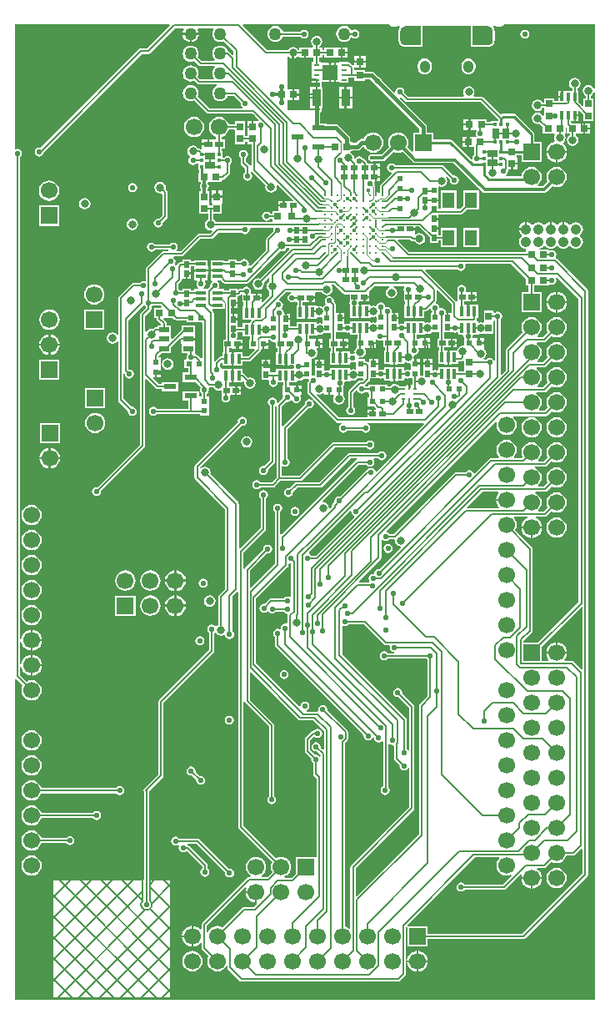
<source format=gbl>
G04 Layer_Physical_Order=4*
G04 Layer_Color=16711680*
%FSLAX43Y43*%
%MOMM*%
G71*
G01*
G75*
%ADD28R,0.700X0.700*%
%ADD30R,0.650X0.800*%
%ADD33R,0.900X0.600*%
%ADD36R,0.762X0.762*%
%ADD37R,0.800X0.650*%
%ADD38R,0.600X0.550*%
%ADD39R,0.550X0.600*%
%ADD40R,0.500X0.650*%
%ADD43C,0.175*%
%ADD44C,0.200*%
%ADD45C,0.125*%
%ADD46C,0.150*%
%ADD47C,0.300*%
%ADD48C,0.180*%
%ADD49C,0.250*%
G04:AMPARAMS|DCode=53|XSize=1.05mm|YSize=1.25mm|CornerRadius=0.525mm|HoleSize=0mm|Usage=FLASHONLY|Rotation=180.000|XOffset=0mm|YOffset=0mm|HoleType=Round|Shape=RoundedRectangle|*
%AMROUNDEDRECTD53*
21,1,1.050,0.200,0,0,180.0*
21,1,0.000,1.250,0,0,180.0*
1,1,1.050,0.000,0.100*
1,1,1.050,0.000,0.100*
1,1,1.050,0.000,-0.100*
1,1,1.050,0.000,-0.100*
%
%ADD53ROUNDEDRECTD53*%
G04:AMPARAMS|DCode=54|XSize=1.05mm|YSize=1.25mm|CornerRadius=0.525mm|HoleSize=0mm|Usage=FLASHONLY|Rotation=180.000|XOffset=0mm|YOffset=0mm|HoleType=Round|Shape=RoundedRectangle|*
%AMROUNDEDRECTD54*
21,1,1.050,0.200,0,0,180.0*
21,1,0.000,1.250,0,0,180.0*
1,1,1.050,0.000,0.100*
1,1,1.050,0.000,0.100*
1,1,1.050,0.000,-0.100*
1,1,1.050,0.000,-0.100*
%
%ADD54ROUNDEDRECTD54*%
G04:AMPARAMS|DCode=55|XSize=2.1mm|YSize=1.9mm|CornerRadius=0.494mm|HoleSize=0mm|Usage=FLASHONLY|Rotation=180.000|XOffset=0mm|YOffset=0mm|HoleType=Round|Shape=RoundedRectangle|*
%AMROUNDEDRECTD55*
21,1,2.100,0.912,0,0,180.0*
21,1,1.112,1.900,0,0,180.0*
1,1,0.988,-0.556,0.456*
1,1,0.988,0.556,0.456*
1,1,0.988,0.556,-0.456*
1,1,0.988,-0.556,-0.456*
%
%ADD55ROUNDEDRECTD55*%
%ADD57R,1.700X1.700*%
%ADD58C,1.700*%
%ADD59C,1.700*%
%ADD60R,1.700X1.700*%
%ADD61C,1.050*%
%ADD62C,1.050*%
%ADD63R,1.700X1.700*%
%ADD64C,3.600*%
%ADD65C,0.550*%
%ADD67C,0.400*%
%ADD68C,0.500*%
%ADD86C,1.270*%
%ADD87R,1.300X1.600*%
%ADD88R,1.600X1.500*%
%ADD89R,0.600X0.250*%
%ADD90R,0.250X0.400*%
%ADD91R,0.400X0.250*%
%ADD92C,0.280*%
%ADD93R,0.400X1.000*%
%ADD94R,1.050X0.720*%
%ADD95R,0.300X0.350*%
%ADD96R,1.050X0.600*%
%ADD97R,1.300X0.600*%
%ADD98R,0.350X0.850*%
%ADD99R,0.950X1.750*%
%ADD100R,0.650X0.500*%
%ADD101R,0.720X1.050*%
%ADD102R,0.350X0.300*%
%ADD103R,1.000X0.400*%
%ADD104C,0.800*%
%ADD105C,0.400*%
G36*
X-44558Y-29158D02*
X-44607Y-29275D01*
X-45350D01*
Y-30275D01*
X-45043D01*
Y-30375D01*
X-45022Y-30477D01*
X-44964Y-30564D01*
X-44605Y-30923D01*
X-44658Y-31050D01*
X-45000D01*
Y-31257D01*
X-45150D01*
X-45252Y-31278D01*
X-45339Y-31336D01*
X-45427Y-31423D01*
X-45600Y-31389D01*
X-45824Y-31433D01*
X-46015Y-31560D01*
X-46090Y-31674D01*
X-46217Y-31635D01*
Y-30121D01*
X-45686Y-29589D01*
X-45628Y-29502D01*
X-45607Y-29400D01*
Y-29137D01*
X-45551Y-29099D01*
X-45513Y-29043D01*
X-44673D01*
X-44558Y-29158D01*
D02*
G37*
G36*
X-25851Y-31774D02*
X-25675Y-31809D01*
X-25527Y-31779D01*
X-25400Y-31849D01*
Y-32025D01*
X-24643D01*
Y-32400D01*
X-24750D01*
Y-33203D01*
X-24767Y-33320D01*
X-24767Y-33320D01*
X-24790Y-33335D01*
X-24829Y-33394D01*
X-24829Y-33394D01*
X-24845Y-33419D01*
X-24917Y-33526D01*
X-24961Y-33750D01*
X-24945Y-33829D01*
X-25054Y-33935D01*
X-25150Y-33916D01*
X-25298Y-33946D01*
X-25425Y-33876D01*
Y-33700D01*
X-26050D01*
Y-33675D01*
X-26350D01*
Y-34375D01*
Y-35075D01*
X-26050D01*
Y-35050D01*
X-25425D01*
Y-34874D01*
X-25298Y-34804D01*
X-25150Y-34834D01*
X-24974Y-34799D01*
X-24927Y-34767D01*
X-24800Y-34835D01*
Y-35450D01*
X-24800D01*
Y-35500D01*
X-24927Y-35548D01*
X-25100Y-35514D01*
X-25298Y-35553D01*
X-25425Y-35485D01*
Y-35400D01*
X-27475D01*
Y-35576D01*
X-27602Y-35646D01*
X-27750Y-35616D01*
X-27926Y-35651D01*
X-27973Y-35683D01*
X-27997Y-35670D01*
X-28075Y-35575D01*
Y-35150D01*
X-28975D01*
Y-35575D01*
X-28950D01*
Y-36076D01*
X-29077Y-36181D01*
X-29150Y-36166D01*
X-29223Y-36181D01*
X-29350Y-36076D01*
Y-35550D01*
X-29350D01*
Y-35500D01*
X-29350D01*
Y-34581D01*
X-29324Y-34519D01*
X-29271Y-34456D01*
X-29076Y-34417D01*
X-28885Y-34290D01*
X-28758Y-34099D01*
X-28714Y-33875D01*
X-28758Y-33651D01*
X-28841Y-33527D01*
X-28773Y-33400D01*
X-28250D01*
Y-33025D01*
X-28750D01*
Y-32925D01*
X-28850D01*
Y-32450D01*
X-29250D01*
Y-32450D01*
X-29275Y-32475D01*
X-29582D01*
Y-32100D01*
X-28825D01*
Y-32065D01*
X-28698Y-31997D01*
X-28500Y-32036D01*
X-28276Y-31992D01*
X-28085Y-31865D01*
X-28042Y-31800D01*
X-27368D01*
Y-32475D01*
X-27525D01*
Y-33325D01*
X-27368D01*
Y-33700D01*
X-27475D01*
Y-35050D01*
X-26850D01*
Y-35075D01*
X-26550D01*
Y-34375D01*
Y-33675D01*
X-26832D01*
Y-33325D01*
X-26600D01*
Y-33350D01*
X-26175D01*
Y-32900D01*
Y-32450D01*
X-26600D01*
Y-32475D01*
X-26832D01*
Y-31775D01*
X-26025D01*
X-26025Y-31775D01*
Y-31775D01*
X-25898Y-31742D01*
X-25851Y-31774D01*
D02*
G37*
G36*
X-36375Y-27983D02*
Y-28725D01*
X-36218D01*
Y-29100D01*
X-36325D01*
Y-30450D01*
X-35700D01*
Y-30475D01*
X-35494D01*
X-35446Y-30592D01*
X-35489Y-30636D01*
X-35547Y-30723D01*
X-35563Y-30800D01*
X-36325D01*
Y-31207D01*
X-36862D01*
Y-30975D01*
X-36838D01*
Y-30550D01*
X-37287D01*
Y-30450D01*
X-37388D01*
Y-29925D01*
X-37537D01*
Y-29300D01*
X-37400D01*
Y-28775D01*
X-37300D01*
Y-28675D01*
X-36850D01*
Y-28250D01*
X-36875D01*
Y-28093D01*
X-36775D01*
X-36673Y-28072D01*
X-36586Y-28014D01*
X-36502Y-27931D01*
X-36375Y-27983D01*
D02*
G37*
G36*
X-37100Y-11307D02*
X-37100Y-11525D01*
X-37100Y-11652D01*
Y-12725D01*
X-36100D01*
Y-12430D01*
X-35825D01*
Y-12725D01*
X-35434D01*
Y-14833D01*
X-35454Y-14847D01*
X-35612Y-14834D01*
X-35960Y-14487D01*
Y-14085D01*
X-35903Y-14047D01*
X-35804Y-13898D01*
X-35769Y-13722D01*
X-35804Y-13547D01*
X-35903Y-13398D01*
X-36052Y-13299D01*
X-36228Y-13264D01*
X-36403Y-13299D01*
X-36552Y-13398D01*
X-36651Y-13547D01*
X-36686Y-13722D01*
X-36651Y-13898D01*
X-36552Y-14047D01*
X-36495Y-14085D01*
Y-14597D01*
X-36475Y-14700D01*
X-36417Y-14787D01*
X-36069Y-15134D01*
Y-15588D01*
X-36126Y-15626D01*
X-36226Y-15775D01*
X-36261Y-15951D01*
X-36226Y-16126D01*
X-36126Y-16275D01*
X-35977Y-16375D01*
X-35802Y-16410D01*
X-35626Y-16375D01*
X-35477Y-16275D01*
X-35378Y-16126D01*
X-35343Y-15951D01*
X-35378Y-15775D01*
X-35477Y-15626D01*
X-35517Y-15600D01*
X-35516Y-15472D01*
X-35416Y-15411D01*
X-35407Y-15412D01*
X-35352Y-15495D01*
X-33980Y-16867D01*
X-34011Y-17025D01*
X-33967Y-17249D01*
X-33840Y-17440D01*
X-33649Y-17567D01*
X-33425Y-17611D01*
X-33201Y-17567D01*
X-33010Y-17440D01*
X-32883Y-17249D01*
X-32839Y-17025D01*
X-32871Y-16862D01*
X-32754Y-16799D01*
X-31196Y-18358D01*
X-31244Y-18475D01*
X-31625D01*
Y-18450D01*
X-32050D01*
Y-18900D01*
X-32150D01*
Y-19000D01*
X-32675D01*
Y-19348D01*
X-32675Y-19350D01*
X-32680Y-19475D01*
X-33300D01*
Y-19732D01*
X-33538D01*
X-33576Y-19676D01*
X-33724Y-19576D01*
X-33900Y-19541D01*
X-34076Y-19576D01*
X-34224Y-19676D01*
X-34324Y-19824D01*
X-34359Y-20000D01*
X-34324Y-20176D01*
X-34224Y-20324D01*
X-34076Y-20424D01*
X-33900Y-20459D01*
X-33724Y-20424D01*
X-33576Y-20324D01*
X-33538Y-20268D01*
X-33390D01*
X-33300Y-20357D01*
X-33300Y-20525D01*
X-33393Y-20607D01*
X-39046D01*
X-39160Y-20435D01*
X-39307Y-20337D01*
Y-19775D01*
X-38425D01*
Y-18717D01*
X-38400Y-18600D01*
X-38400Y-18508D01*
Y-18100D01*
X-39450D01*
Y-18508D01*
X-39450Y-18600D01*
X-39425Y-18717D01*
Y-18843D01*
X-39510Y-18928D01*
X-39640D01*
X-39725Y-18843D01*
X-39725Y-18625D01*
X-39725Y-18498D01*
Y-17425D01*
X-39894D01*
Y-17289D01*
X-39801Y-17151D01*
X-39766Y-16975D01*
X-39801Y-16799D01*
X-39883Y-16677D01*
X-39848Y-16550D01*
X-39650D01*
Y-16550D01*
X-39600D01*
Y-16550D01*
X-38450D01*
Y-16318D01*
X-38350D01*
X-38248Y-16297D01*
X-38161Y-16239D01*
X-37686Y-15764D01*
X-37628Y-15677D01*
X-37607Y-15575D01*
Y-14712D01*
X-37551Y-14674D01*
X-37451Y-14526D01*
X-37416Y-14350D01*
X-37451Y-14174D01*
X-37551Y-14026D01*
X-37699Y-13926D01*
X-37875Y-13891D01*
X-38051Y-13926D01*
X-38199Y-14026D01*
X-38237Y-14082D01*
X-38400D01*
Y-13350D01*
X-38445D01*
Y-13150D01*
X-38100D01*
Y-12200D01*
X-38445D01*
Y-11941D01*
X-38213Y-11845D01*
X-37999Y-11681D01*
X-37835Y-11467D01*
X-37731Y-11218D01*
X-37190D01*
X-37100Y-11307D01*
D02*
G37*
G36*
X-21964Y-63439D02*
X-21877Y-63497D01*
X-21775Y-63518D01*
X-21427D01*
X-21338Y-63645D01*
X-21359Y-63750D01*
X-21324Y-63926D01*
X-21224Y-64074D01*
X-21076Y-64174D01*
X-20917Y-64205D01*
X-20930Y-64332D01*
X-21588D01*
X-21626Y-64276D01*
X-21774Y-64176D01*
X-21950Y-64141D01*
X-22126Y-64176D01*
X-22274Y-64276D01*
X-22374Y-64424D01*
X-22409Y-64600D01*
X-22374Y-64776D01*
X-22274Y-64924D01*
X-22126Y-65024D01*
X-21950Y-65059D01*
X-21774Y-65024D01*
X-21626Y-64924D01*
X-21588Y-64868D01*
X-17637D01*
X-17599Y-64924D01*
X-17543Y-64962D01*
Y-68664D01*
X-18339Y-69461D01*
X-18397Y-69548D01*
X-18418Y-69650D01*
Y-82689D01*
X-24733Y-89004D01*
X-24850Y-88955D01*
Y-86153D01*
X-18936Y-80239D01*
X-18878Y-80152D01*
X-18857Y-80050D01*
Y-69750D01*
X-18878Y-69648D01*
X-18936Y-69561D01*
X-20105Y-68392D01*
X-20091Y-68325D01*
X-20126Y-68149D01*
X-20226Y-68001D01*
X-20374Y-67901D01*
X-20550Y-67866D01*
X-20726Y-67901D01*
X-20874Y-68001D01*
X-20974Y-68149D01*
X-21009Y-68325D01*
X-20974Y-68501D01*
X-20874Y-68649D01*
X-20726Y-68749D01*
X-20550Y-68784D01*
X-20483Y-68770D01*
X-19393Y-69861D01*
Y-74171D01*
X-19520Y-74209D01*
X-19576Y-74126D01*
X-19632Y-74088D01*
Y-71100D01*
X-19653Y-70998D01*
X-19711Y-70911D01*
X-26207Y-64414D01*
Y-61571D01*
X-26095Y-61511D01*
X-26076Y-61524D01*
X-25900Y-61559D01*
X-25724Y-61524D01*
X-25576Y-61424D01*
X-25538Y-61368D01*
X-24036D01*
X-21964Y-63439D01*
D02*
G37*
G36*
X-20237Y-7884D02*
X-19798Y-8323D01*
X-19707Y-8384D01*
X-19600Y-8405D01*
X-12166D01*
X-10381Y-10191D01*
Y-10375D01*
X-11075D01*
Y-10432D01*
X-11500D01*
Y-10200D01*
X-12558D01*
X-12675Y-10175D01*
X-12767Y-10175D01*
X-13175D01*
Y-10700D01*
Y-11225D01*
X-12767D01*
X-12675Y-11225D01*
X-12612Y-11212D01*
X-12550Y-11327D01*
X-12599Y-11399D01*
X-12634Y-11575D01*
X-12599Y-11751D01*
X-12550Y-11823D01*
X-12618Y-11950D01*
X-12708D01*
X-12825Y-11925D01*
X-12917Y-11925D01*
X-13325D01*
Y-12450D01*
Y-12975D01*
X-12920D01*
X-12825Y-12975D01*
X-12793Y-13089D01*
Y-13748D01*
X-12849Y-13786D01*
X-12949Y-13934D01*
X-12984Y-14110D01*
X-12973Y-14165D01*
X-13090Y-14227D01*
X-15009Y-12309D01*
X-15108Y-12242D01*
X-15225Y-12219D01*
X-15225Y-12219D01*
X-16960D01*
Y-11500D01*
X-17603D01*
Y-10915D01*
X-17603Y-10915D01*
X-17632Y-10769D01*
X-17715Y-10645D01*
X-20330Y-8030D01*
X-20289Y-7891D01*
X-20247Y-7881D01*
X-20237Y-7884D01*
D02*
G37*
G36*
X-30692Y-71037D02*
X-30605Y-71095D01*
X-30503Y-71115D01*
X-29163D01*
X-28068Y-72211D01*
Y-74063D01*
X-28185Y-74112D01*
X-28405Y-73892D01*
X-28391Y-73825D01*
X-28426Y-73649D01*
X-28526Y-73501D01*
X-28674Y-73401D01*
X-28850Y-73366D01*
X-29026Y-73401D01*
X-29174Y-73501D01*
X-29274Y-73649D01*
X-29309Y-73825D01*
X-29274Y-74001D01*
X-29174Y-74149D01*
X-29026Y-74249D01*
X-28850Y-74284D01*
X-28783Y-74270D01*
X-28390Y-74663D01*
Y-74799D01*
X-28517Y-74838D01*
X-28576Y-74751D01*
X-28724Y-74651D01*
X-28900Y-74616D01*
X-28967Y-74630D01*
X-29482Y-74114D01*
Y-73161D01*
X-29090Y-72768D01*
X-29024Y-72774D01*
X-28876Y-72874D01*
X-28700Y-72909D01*
X-28524Y-72874D01*
X-28376Y-72774D01*
X-28276Y-72626D01*
X-28241Y-72450D01*
X-28276Y-72274D01*
X-28376Y-72126D01*
X-28524Y-72026D01*
X-28700Y-71991D01*
X-28876Y-72026D01*
X-29024Y-72126D01*
X-29062Y-72182D01*
X-29150D01*
X-29252Y-72203D01*
X-29339Y-72261D01*
X-29939Y-72861D01*
X-29997Y-72948D01*
X-30018Y-73050D01*
Y-74225D01*
X-29997Y-74327D01*
X-29939Y-74414D01*
X-29345Y-75008D01*
X-29359Y-75075D01*
X-29324Y-75251D01*
X-29224Y-75399D01*
X-29168Y-75437D01*
Y-76575D01*
X-29147Y-76677D01*
X-29089Y-76764D01*
X-28818Y-77036D01*
Y-84887D01*
X-28864Y-84995D01*
X-30914D01*
Y-86666D01*
X-31355Y-87107D01*
X-32044D01*
X-32070Y-86980D01*
X-31912Y-86915D01*
X-31698Y-86751D01*
X-31533Y-86537D01*
X-31430Y-86287D01*
X-31395Y-86020D01*
X-31430Y-85752D01*
X-31533Y-85503D01*
X-31698Y-85289D01*
X-31912Y-85124D01*
X-32161Y-85021D01*
X-32429Y-84986D01*
X-32696Y-85021D01*
X-32946Y-85124D01*
X-36232Y-81838D01*
Y-69269D01*
X-36105Y-69257D01*
X-36102Y-69272D01*
X-36044Y-69359D01*
X-33643Y-71761D01*
Y-78838D01*
X-33699Y-78876D01*
X-33799Y-79024D01*
X-33834Y-79200D01*
X-33799Y-79376D01*
X-33699Y-79524D01*
X-33551Y-79624D01*
X-33375Y-79659D01*
X-33199Y-79624D01*
X-33051Y-79524D01*
X-32951Y-79376D01*
X-32916Y-79200D01*
X-32951Y-79024D01*
X-33051Y-78876D01*
X-33107Y-78838D01*
Y-71650D01*
X-33128Y-71548D01*
X-33186Y-71461D01*
X-35587Y-69059D01*
Y-66307D01*
X-35470Y-66258D01*
X-30692Y-71037D01*
D02*
G37*
G36*
X-16368Y-32425D02*
X-16525D01*
Y-33275D01*
X-16368D01*
Y-33650D01*
X-16475D01*
Y-35000D01*
X-15850D01*
Y-35025D01*
X-15550D01*
Y-34325D01*
Y-33625D01*
X-15832D01*
Y-33275D01*
X-15600D01*
Y-33300D01*
X-15175D01*
Y-32850D01*
Y-32400D01*
X-15600D01*
Y-32425D01*
X-15832D01*
Y-31775D01*
X-15075D01*
X-15075Y-31775D01*
Y-31775D01*
X-14948Y-31759D01*
X-14926Y-31774D01*
X-14750Y-31809D01*
X-14577Y-31774D01*
X-14554Y-31770D01*
X-14450Y-31842D01*
Y-32025D01*
X-13949D01*
X-13869Y-32123D01*
X-13884Y-32200D01*
X-13849Y-32376D01*
X-13800Y-32449D01*
Y-33056D01*
X-13898Y-33137D01*
X-13950Y-33126D01*
X-14174Y-33171D01*
X-14365Y-33298D01*
X-14492Y-33488D01*
X-14524Y-33650D01*
X-15050D01*
Y-33625D01*
X-15350D01*
Y-34325D01*
Y-35025D01*
X-15050D01*
Y-35000D01*
X-14425D01*
Y-34755D01*
X-14175D01*
X-14073Y-34735D01*
X-13986Y-34677D01*
X-13967Y-34658D01*
X-13850Y-34707D01*
Y-35400D01*
X-13850D01*
Y-35450D01*
X-13850D01*
Y-35757D01*
X-14425D01*
Y-35350D01*
X-16475D01*
Y-35558D01*
X-16579Y-35630D01*
X-16602Y-35626D01*
X-16775Y-35591D01*
X-16951Y-35626D01*
X-16973Y-35641D01*
X-17006Y-35623D01*
X-17075Y-35525D01*
Y-35100D01*
X-17975D01*
Y-35525D01*
X-17950D01*
Y-36104D01*
X-18077Y-36208D01*
X-18175Y-36189D01*
X-18227Y-36199D01*
X-18325Y-36118D01*
Y-35592D01*
X-18300Y-35475D01*
X-18300D01*
X-18300Y-35475D01*
Y-35075D01*
X-18775D01*
Y-34975D01*
X-18875D01*
Y-34473D01*
X-18954Y-34377D01*
X-18939Y-34300D01*
X-18959Y-34197D01*
X-18891Y-34105D01*
X-18853Y-34079D01*
X-18699Y-34049D01*
X-18551Y-33949D01*
X-18451Y-33801D01*
X-18416Y-33625D01*
X-18451Y-33449D01*
X-18466Y-33427D01*
X-18398Y-33300D01*
X-18392D01*
X-18275Y-33325D01*
X-18183Y-33325D01*
X-17875D01*
Y-32850D01*
Y-32375D01*
X-18183D01*
X-18275Y-32375D01*
X-18392Y-32400D01*
X-18518D01*
X-18607Y-32310D01*
Y-32025D01*
X-17850D01*
Y-31982D01*
X-17723Y-31902D01*
X-17550Y-31936D01*
X-17326Y-31892D01*
X-17135Y-31765D01*
X-17109Y-31725D01*
X-16368D01*
Y-32425D01*
D02*
G37*
G36*
X-10668Y-30591D02*
Y-34644D01*
X-10795Y-34657D01*
X-10801Y-34624D01*
X-10901Y-34476D01*
X-11049Y-34376D01*
X-11225Y-34341D01*
X-11401Y-34376D01*
X-11549Y-34476D01*
X-11596Y-34545D01*
X-11814D01*
X-11852Y-34418D01*
X-11735Y-34340D01*
X-11608Y-34149D01*
X-11564Y-33925D01*
X-11608Y-33701D01*
X-11735Y-33510D01*
X-11824Y-33451D01*
X-11825Y-33325D01*
X-11825Y-33325D01*
Y-32950D01*
X-12325D01*
Y-32850D01*
X-12425D01*
Y-32375D01*
X-12825D01*
X-12825Y-32375D01*
Y-32375D01*
X-12943Y-32319D01*
X-12981Y-32273D01*
X-12966Y-32200D01*
X-12981Y-32123D01*
X-12901Y-32025D01*
X-12400D01*
Y-31999D01*
X-12273Y-31907D01*
X-12125Y-31936D01*
X-11952Y-31902D01*
X-11825Y-31925D01*
Y-31925D01*
X-11825Y-31925D01*
X-10825D01*
Y-30775D01*
X-10825D01*
Y-30725D01*
X-10825D01*
Y-30632D01*
X-10698Y-30568D01*
X-10668Y-30591D01*
D02*
G37*
G36*
X-1768Y-59632D02*
Y-65913D01*
X-1885Y-65962D01*
X-2673Y-65173D01*
X-2760Y-65115D01*
X-2862Y-65095D01*
X-3564D01*
X-3627Y-64968D01*
X-3513Y-64820D01*
X-3407Y-64564D01*
X-3384Y-64390D01*
X-5476D01*
X-5453Y-64564D01*
X-5347Y-64820D01*
X-5233Y-64968D01*
X-5296Y-65095D01*
X-5945D01*
Y-63644D01*
X-1885Y-59583D01*
X-1768Y-59632D01*
D02*
G37*
G36*
X-31588Y-23360D02*
X-34552Y-26323D01*
X-34725Y-26289D01*
X-34949Y-26333D01*
X-35140Y-26460D01*
X-35267Y-26651D01*
X-35311Y-26875D01*
X-35267Y-27099D01*
X-35140Y-27290D01*
X-34949Y-27417D01*
X-34725Y-27461D01*
X-34501Y-27417D01*
X-34310Y-27290D01*
X-34183Y-27099D01*
X-34139Y-26875D01*
X-34173Y-26702D01*
X-33710Y-26238D01*
X-33593Y-26287D01*
Y-26562D01*
X-33740Y-26660D01*
X-33867Y-26851D01*
X-33911Y-27075D01*
X-33867Y-27299D01*
X-33740Y-27490D01*
X-33593Y-27588D01*
Y-28014D01*
X-34273Y-28694D01*
X-34400Y-28642D01*
Y-28400D01*
X-34925D01*
Y-28300D01*
X-35025D01*
Y-27850D01*
X-35423D01*
X-35456Y-27826D01*
X-35513Y-27763D01*
X-35521Y-27748D01*
X-35491Y-27600D01*
X-35526Y-27424D01*
X-35626Y-27276D01*
X-35774Y-27176D01*
X-35950Y-27141D01*
X-36126Y-27176D01*
X-36274Y-27276D01*
X-36312Y-27332D01*
X-36550D01*
X-36652Y-27353D01*
X-36739Y-27411D01*
X-36758Y-27429D01*
X-36875Y-27381D01*
Y-27325D01*
X-37725D01*
Y-27482D01*
X-38175D01*
Y-27375D01*
X-38708D01*
X-38776Y-27248D01*
X-38728Y-27177D01*
X-38693Y-27001D01*
X-38728Y-26826D01*
X-38827Y-26677D01*
X-38902Y-26627D01*
X-38864Y-26500D01*
X-38554D01*
X-38312Y-26742D01*
X-38225Y-26800D01*
X-38123Y-26820D01*
X-35928D01*
X-35825Y-26800D01*
X-35738Y-26742D01*
X-32523Y-23527D01*
X-32350Y-23561D01*
X-32126Y-23517D01*
X-31935Y-23390D01*
X-31837Y-23243D01*
X-31637D01*
X-31588Y-23360D01*
D02*
G37*
G36*
X-33178Y-21270D02*
X-33209Y-21425D01*
X-33195Y-21492D01*
X-33864Y-22161D01*
X-33922Y-22248D01*
X-33943Y-22350D01*
Y-23439D01*
X-35489Y-24985D01*
X-35624Y-24981D01*
X-35708Y-24883D01*
X-35691Y-24800D01*
X-35726Y-24624D01*
X-35826Y-24476D01*
X-35974Y-24376D01*
X-36150Y-24341D01*
X-36326Y-24376D01*
X-36474Y-24476D01*
X-36512Y-24532D01*
X-36950D01*
Y-24375D01*
X-37800D01*
Y-24557D01*
X-38175D01*
Y-24450D01*
X-39525D01*
Y-25075D01*
X-39550D01*
Y-25375D01*
X-38850D01*
Y-25575D01*
X-39550D01*
Y-25875D01*
X-39525D01*
Y-26500D01*
X-39440D01*
X-39402Y-26627D01*
X-39476Y-26677D01*
X-39576Y-26826D01*
X-39611Y-27001D01*
X-39597Y-27068D01*
X-39904Y-27375D01*
X-40260D01*
X-40298Y-27248D01*
X-40226Y-27199D01*
X-40126Y-27051D01*
X-40091Y-26875D01*
X-40126Y-26699D01*
X-40174Y-26627D01*
X-40107Y-26500D01*
X-39875D01*
Y-25875D01*
X-39850D01*
Y-25575D01*
X-41250D01*
Y-25875D01*
X-41225D01*
Y-26500D01*
X-40993D01*
X-40925Y-26627D01*
X-40974Y-26699D01*
X-41009Y-26875D01*
X-40974Y-27051D01*
X-40874Y-27199D01*
X-40802Y-27248D01*
X-40840Y-27375D01*
X-41225D01*
Y-27482D01*
X-41600D01*
Y-27325D01*
X-42450D01*
Y-27482D01*
X-42763D01*
X-42801Y-27426D01*
X-42857Y-27388D01*
Y-26836D01*
X-42611Y-26589D01*
X-42553Y-26502D01*
X-42547Y-26472D01*
X-42475Y-26375D01*
X-42125D01*
Y-25850D01*
X-42025D01*
Y-25750D01*
X-41575D01*
Y-25325D01*
X-41600D01*
Y-25093D01*
X-41250D01*
Y-25375D01*
X-39850D01*
Y-25075D01*
X-39875D01*
Y-24450D01*
X-41225D01*
Y-24557D01*
X-41600D01*
Y-24400D01*
X-42450D01*
Y-24632D01*
X-42575D01*
X-42677Y-24653D01*
X-42764Y-24711D01*
X-42989Y-24936D01*
X-43003Y-24956D01*
X-43075Y-24982D01*
X-43198Y-24915D01*
X-43215Y-24833D01*
X-43176Y-24776D01*
X-43141Y-24600D01*
X-43176Y-24424D01*
X-43276Y-24276D01*
X-43359Y-24220D01*
X-43321Y-24093D01*
X-42525D01*
X-42423Y-24072D01*
X-42336Y-24014D01*
X-40632Y-22310D01*
X-39542D01*
X-39440Y-22290D01*
X-39353Y-22232D01*
X-38764Y-21643D01*
X-36412D01*
X-36374Y-21699D01*
X-36226Y-21799D01*
X-36050Y-21834D01*
X-35874Y-21799D01*
X-35726Y-21699D01*
X-35626Y-21551D01*
X-35591Y-21375D01*
X-35612Y-21270D01*
X-35523Y-21143D01*
X-33239D01*
X-33178Y-21270D01*
D02*
G37*
G36*
X-7575Y-26304D02*
Y-27000D01*
X-7268D01*
Y-27705D01*
X-7995D01*
Y-29755D01*
X-5945D01*
Y-27705D01*
X-6732D01*
Y-27000D01*
X-6425D01*
X-6425Y-27000D01*
X-6375D01*
Y-27000D01*
X-6298Y-27000D01*
X-5225D01*
Y-26977D01*
X-5098Y-26909D01*
X-5076Y-26924D01*
X-4900Y-26959D01*
X-4724Y-26924D01*
X-4576Y-26824D01*
X-4476Y-26676D01*
X-4441Y-26500D01*
X-4476Y-26324D01*
X-4511Y-26272D01*
X-4413Y-26191D01*
X-2186Y-28418D01*
Y-59127D01*
X-6324Y-63265D01*
X-7782D01*
Y-63061D01*
X-6936Y-62214D01*
X-6878Y-62127D01*
X-6857Y-62025D01*
Y-53729D01*
X-6878Y-53627D01*
X-6936Y-53540D01*
X-8623Y-51853D01*
X-8519Y-51604D01*
X-8484Y-51336D01*
X-8519Y-51068D01*
X-8623Y-50819D01*
X-8776Y-50620D01*
X-8747Y-50493D01*
X-7396D01*
X-7371Y-50620D01*
X-7500Y-50673D01*
X-7719Y-50841D01*
X-7887Y-51060D01*
X-7993Y-51316D01*
X-8016Y-51490D01*
X-5924D01*
X-5947Y-51316D01*
X-6053Y-51060D01*
X-6221Y-50841D01*
X-6440Y-50673D01*
X-6569Y-50620D01*
X-6544Y-50493D01*
X-5605D01*
X-5503Y-50472D01*
X-5416Y-50414D01*
X-4947Y-49945D01*
X-4698Y-50049D01*
X-4430Y-50084D01*
X-4162Y-50049D01*
X-3913Y-49945D01*
X-3699Y-49781D01*
X-3535Y-49567D01*
X-3431Y-49318D01*
X-3396Y-49050D01*
X-3431Y-48782D01*
X-3535Y-48533D01*
X-3699Y-48319D01*
X-3913Y-48155D01*
X-4162Y-48051D01*
X-4430Y-48016D01*
X-4698Y-48051D01*
X-4947Y-48155D01*
X-5161Y-48319D01*
X-5325Y-48533D01*
X-5429Y-48782D01*
X-5464Y-49050D01*
X-5429Y-49318D01*
X-5325Y-49567D01*
X-5716Y-49957D01*
X-6260D01*
X-6303Y-49830D01*
X-6239Y-49781D01*
X-6075Y-49567D01*
X-5971Y-49318D01*
X-5936Y-49050D01*
X-5971Y-48782D01*
X-6075Y-48533D01*
X-6239Y-48319D01*
X-6453Y-48155D01*
X-6598Y-48095D01*
X-6573Y-47968D01*
X-5620D01*
X-5518Y-47947D01*
X-5431Y-47889D01*
X-4947Y-47405D01*
X-4698Y-47509D01*
X-4430Y-47544D01*
X-4162Y-47509D01*
X-3913Y-47405D01*
X-3699Y-47241D01*
X-3535Y-47027D01*
X-3431Y-46778D01*
X-3396Y-46510D01*
X-3431Y-46242D01*
X-3535Y-45993D01*
X-3699Y-45779D01*
X-3913Y-45615D01*
X-4162Y-45511D01*
X-4430Y-45476D01*
X-4698Y-45511D01*
X-4947Y-45615D01*
X-5161Y-45779D01*
X-5325Y-45993D01*
X-5429Y-46242D01*
X-5464Y-46510D01*
X-5429Y-46778D01*
X-5325Y-47027D01*
X-5731Y-47432D01*
X-6280D01*
X-6323Y-47305D01*
X-6239Y-47241D01*
X-6075Y-47027D01*
X-5971Y-46778D01*
X-5936Y-46510D01*
X-5971Y-46242D01*
X-6075Y-45993D01*
X-6239Y-45779D01*
X-6453Y-45615D01*
X-6622Y-45545D01*
X-6597Y-45418D01*
X-5610D01*
X-5508Y-45397D01*
X-5421Y-45339D01*
X-4947Y-44865D01*
X-4698Y-44969D01*
X-4430Y-45004D01*
X-4162Y-44969D01*
X-3913Y-44865D01*
X-3699Y-44701D01*
X-3535Y-44487D01*
X-3431Y-44238D01*
X-3396Y-43970D01*
X-3431Y-43702D01*
X-3535Y-43453D01*
X-3699Y-43239D01*
X-3913Y-43075D01*
X-4162Y-42971D01*
X-4430Y-42936D01*
X-4698Y-42971D01*
X-4947Y-43075D01*
X-5161Y-43239D01*
X-5325Y-43453D01*
X-5429Y-43702D01*
X-5464Y-43970D01*
X-5429Y-44238D01*
X-5325Y-44487D01*
X-5721Y-44882D01*
X-6267D01*
X-6310Y-44755D01*
X-6239Y-44701D01*
X-6075Y-44487D01*
X-5971Y-44238D01*
X-5936Y-43970D01*
X-5971Y-43702D01*
X-6075Y-43453D01*
X-6239Y-43239D01*
X-6453Y-43075D01*
X-6702Y-42971D01*
X-6970Y-42936D01*
X-7238Y-42971D01*
X-7487Y-43075D01*
X-7701Y-43239D01*
X-7865Y-43453D01*
X-7969Y-43702D01*
X-8004Y-43970D01*
X-7969Y-44238D01*
X-7897Y-44411D01*
X-7984Y-44532D01*
X-8700D01*
X-8755Y-44405D01*
X-8623Y-44233D01*
X-8519Y-43984D01*
X-8484Y-43716D01*
X-8519Y-43448D01*
X-8623Y-43199D01*
X-8787Y-42985D01*
X-9001Y-42821D01*
X-9250Y-42717D01*
X-9518Y-42682D01*
X-9786Y-42717D01*
X-10035Y-42821D01*
X-10249Y-42985D01*
X-10413Y-43199D01*
X-10517Y-43448D01*
X-10552Y-43716D01*
X-10517Y-43984D01*
X-10413Y-44233D01*
X-10281Y-44405D01*
X-10336Y-44532D01*
X-11069D01*
X-11172Y-44553D01*
X-11258Y-44611D01*
X-12733Y-46085D01*
X-12766Y-46075D01*
X-12861Y-46034D01*
X-12951Y-45901D01*
X-13099Y-45801D01*
X-13275Y-45766D01*
X-13451Y-45801D01*
X-13599Y-45901D01*
X-13637Y-45957D01*
X-14625D01*
X-14727Y-45978D01*
X-14814Y-46036D01*
X-20986Y-52207D01*
X-21413D01*
X-21451Y-52151D01*
X-21599Y-52051D01*
X-21657Y-52040D01*
X-21698Y-51902D01*
X-10618Y-40822D01*
X-10510Y-40894D01*
X-10517Y-40908D01*
X-10552Y-41176D01*
X-10517Y-41444D01*
X-10413Y-41693D01*
X-10249Y-41907D01*
X-10035Y-42071D01*
X-9786Y-42175D01*
X-9518Y-42210D01*
X-9250Y-42175D01*
X-9001Y-42071D01*
X-8787Y-41907D01*
X-8623Y-41693D01*
X-8519Y-41444D01*
X-8484Y-41176D01*
X-8519Y-40908D01*
X-8623Y-40659D01*
X-8787Y-40445D01*
X-8853Y-40395D01*
X-8809Y-40268D01*
X-5540D01*
X-5438Y-40247D01*
X-5351Y-40189D01*
X-4947Y-39785D01*
X-4698Y-39889D01*
X-4430Y-39924D01*
X-4162Y-39889D01*
X-3913Y-39785D01*
X-3699Y-39621D01*
X-3535Y-39407D01*
X-3431Y-39158D01*
X-3396Y-38890D01*
X-3431Y-38622D01*
X-3535Y-38373D01*
X-3699Y-38159D01*
X-3913Y-37995D01*
X-4162Y-37891D01*
X-4430Y-37856D01*
X-4698Y-37891D01*
X-4947Y-37995D01*
X-5161Y-38159D01*
X-5325Y-38373D01*
X-5429Y-38622D01*
X-5464Y-38890D01*
X-5429Y-39158D01*
X-5325Y-39407D01*
X-5651Y-39732D01*
X-6197D01*
X-6227Y-39605D01*
X-6075Y-39407D01*
X-5971Y-39158D01*
X-5936Y-38890D01*
X-5971Y-38622D01*
X-6075Y-38373D01*
X-6239Y-38159D01*
X-6453Y-37995D01*
X-6513Y-37970D01*
X-6488Y-37843D01*
X-5655D01*
X-5553Y-37822D01*
X-5466Y-37764D01*
X-4947Y-37245D01*
X-4698Y-37349D01*
X-4430Y-37384D01*
X-4162Y-37349D01*
X-3913Y-37245D01*
X-3699Y-37081D01*
X-3535Y-36867D01*
X-3431Y-36618D01*
X-3396Y-36350D01*
X-3431Y-36082D01*
X-3535Y-35833D01*
X-3699Y-35619D01*
X-3913Y-35455D01*
X-4162Y-35351D01*
X-4430Y-35316D01*
X-4698Y-35351D01*
X-4947Y-35455D01*
X-5161Y-35619D01*
X-5325Y-35833D01*
X-5429Y-36082D01*
X-5464Y-36350D01*
X-5429Y-36618D01*
X-5325Y-36867D01*
X-5766Y-37307D01*
X-6325D01*
X-6368Y-37180D01*
X-6239Y-37081D01*
X-6075Y-36867D01*
X-5971Y-36618D01*
X-5936Y-36350D01*
X-5971Y-36082D01*
X-6075Y-35833D01*
X-6239Y-35619D01*
X-6453Y-35455D01*
X-6477Y-35445D01*
X-6452Y-35318D01*
X-5670D01*
X-5568Y-35297D01*
X-5481Y-35239D01*
X-4947Y-34705D01*
X-4698Y-34809D01*
X-4430Y-34844D01*
X-4162Y-34809D01*
X-3913Y-34705D01*
X-3699Y-34541D01*
X-3535Y-34327D01*
X-3431Y-34078D01*
X-3396Y-33810D01*
X-3431Y-33542D01*
X-3535Y-33293D01*
X-3699Y-33079D01*
X-3913Y-32915D01*
X-4162Y-32811D01*
X-4430Y-32776D01*
X-4698Y-32811D01*
X-4947Y-32915D01*
X-5161Y-33079D01*
X-5325Y-33293D01*
X-5429Y-33542D01*
X-5464Y-33810D01*
X-5429Y-34078D01*
X-5325Y-34327D01*
X-5781Y-34782D01*
X-6345D01*
X-6388Y-34655D01*
X-6239Y-34541D01*
X-6075Y-34327D01*
X-5971Y-34078D01*
X-5936Y-33810D01*
X-5971Y-33542D01*
X-6075Y-33293D01*
X-6239Y-33079D01*
X-6447Y-32920D01*
X-6447Y-32907D01*
X-6394Y-32793D01*
X-5685D01*
X-5583Y-32772D01*
X-5496Y-32714D01*
X-4947Y-32165D01*
X-4698Y-32269D01*
X-4430Y-32304D01*
X-4162Y-32269D01*
X-3913Y-32165D01*
X-3699Y-32001D01*
X-3535Y-31787D01*
X-3431Y-31538D01*
X-3396Y-31270D01*
X-3431Y-31002D01*
X-3535Y-30753D01*
X-3699Y-30539D01*
X-3913Y-30375D01*
X-4162Y-30271D01*
X-4430Y-30236D01*
X-4698Y-30271D01*
X-4947Y-30375D01*
X-5161Y-30539D01*
X-5325Y-30753D01*
X-5429Y-31002D01*
X-5464Y-31270D01*
X-5429Y-31538D01*
X-5325Y-31787D01*
X-5796Y-32257D01*
X-6364D01*
X-6407Y-32130D01*
X-6239Y-32001D01*
X-6075Y-31787D01*
X-5971Y-31538D01*
X-5936Y-31270D01*
X-5971Y-31002D01*
X-6075Y-30753D01*
X-6239Y-30539D01*
X-6453Y-30375D01*
X-6702Y-30271D01*
X-6970Y-30236D01*
X-7238Y-30271D01*
X-7487Y-30375D01*
X-7701Y-30539D01*
X-7865Y-30753D01*
X-7969Y-31002D01*
X-8004Y-31270D01*
X-7969Y-31538D01*
X-7865Y-31787D01*
X-9514Y-33436D01*
X-9572Y-33523D01*
X-9593Y-33625D01*
Y-35614D01*
X-10015Y-36037D01*
X-10132Y-35988D01*
Y-30487D01*
X-10076Y-30449D01*
X-9976Y-30301D01*
X-9941Y-30125D01*
X-9976Y-29949D01*
X-10076Y-29801D01*
X-10224Y-29701D01*
X-10400Y-29666D01*
X-10576Y-29701D01*
X-10698Y-29783D01*
X-10792Y-29751D01*
X-10825Y-29727D01*
Y-29575D01*
X-11825D01*
Y-30706D01*
X-11852Y-30743D01*
X-11902Y-30789D01*
X-11952Y-30798D01*
X-12125Y-30764D01*
X-12273Y-30793D01*
X-12400Y-30701D01*
Y-30675D01*
X-12540D01*
X-12541Y-30672D01*
X-12575Y-30548D01*
X-12528Y-30477D01*
X-12507Y-30375D01*
Y-30325D01*
X-12400D01*
Y-28975D01*
X-13025D01*
Y-28950D01*
X-13325D01*
Y-29650D01*
X-13525D01*
Y-28950D01*
X-13807D01*
Y-28600D01*
X-13575D01*
Y-28625D01*
X-13150D01*
Y-28175D01*
Y-27725D01*
X-13575D01*
X-13661Y-27633D01*
X-13666Y-27623D01*
X-13651Y-27601D01*
X-13616Y-27425D01*
X-13651Y-27249D01*
X-13751Y-27101D01*
X-13899Y-27001D01*
X-14075Y-26966D01*
X-14251Y-27001D01*
X-14399Y-27101D01*
X-14499Y-27249D01*
X-14534Y-27425D01*
X-14499Y-27601D01*
X-14484Y-27623D01*
X-14500Y-27750D01*
X-14500D01*
X-14500Y-27750D01*
Y-28519D01*
X-14615Y-28614D01*
X-14636Y-28611D01*
X-17762Y-25485D01*
X-17713Y-25368D01*
X-14487D01*
X-14449Y-25424D01*
X-14301Y-25524D01*
X-14125Y-25559D01*
X-13949Y-25524D01*
X-13801Y-25424D01*
X-13701Y-25276D01*
X-13666Y-25100D01*
X-13692Y-24970D01*
X-13615Y-24843D01*
X-9036D01*
X-7575Y-26304D01*
D02*
G37*
G36*
X-26139Y-27839D02*
X-26052Y-27897D01*
X-25950Y-27918D01*
X-25450D01*
Y-28600D01*
X-25450Y-28600D01*
X-25468Y-28720D01*
X-25484Y-28800D01*
X-25449Y-28976D01*
X-25400Y-29049D01*
Y-30325D01*
X-24775D01*
Y-30350D01*
X-24475D01*
Y-29650D01*
Y-28950D01*
X-24496D01*
X-24576Y-28852D01*
X-24566Y-28800D01*
X-24580Y-28729D01*
X-24472Y-28625D01*
X-24100D01*
Y-28175D01*
X-24000D01*
Y-28075D01*
X-23475D01*
Y-27725D01*
X-23475Y-27725D01*
X-23475D01*
X-23434Y-27612D01*
X-22889Y-27068D01*
X-21443D01*
X-21431Y-27195D01*
X-21437Y-27196D01*
X-21627Y-27323D01*
X-21754Y-27513D01*
X-21799Y-27737D01*
X-21754Y-27962D01*
X-21627Y-28152D01*
X-21437Y-28279D01*
X-21212Y-28324D01*
X-20988Y-28279D01*
X-20798Y-28152D01*
X-20671Y-27962D01*
X-20626Y-27737D01*
X-20671Y-27513D01*
X-20798Y-27323D01*
X-20988Y-27196D01*
X-20994Y-27195D01*
X-20982Y-27068D01*
X-19937D01*
X-19879Y-27195D01*
X-19949Y-27299D01*
X-19984Y-27475D01*
X-19954Y-27625D01*
X-19950Y-27750D01*
X-19950Y-27750D01*
X-19950Y-27750D01*
Y-28600D01*
X-19793D01*
Y-28975D01*
X-19900D01*
Y-30325D01*
X-19275D01*
Y-30350D01*
X-18975D01*
Y-29650D01*
X-18775D01*
Y-30350D01*
X-18475D01*
Y-30325D01*
X-17850D01*
Y-29618D01*
X-17725D01*
X-17623Y-29597D01*
X-17536Y-29539D01*
X-17352Y-29356D01*
X-17214Y-29398D01*
X-17199Y-29476D01*
X-17099Y-29624D01*
X-17064Y-29648D01*
X-17078Y-29775D01*
X-17225D01*
Y-30725D01*
X-17225D01*
Y-30775D01*
X-17352Y-30803D01*
X-17550Y-30764D01*
X-17723Y-30798D01*
X-17850Y-30718D01*
Y-30675D01*
X-19900D01*
Y-30851D01*
X-20027Y-30921D01*
X-20175Y-30891D01*
X-20351Y-30926D01*
X-20398Y-30958D01*
X-20422Y-30945D01*
X-20500Y-30850D01*
Y-30425D01*
X-20950D01*
Y-30325D01*
X-21050D01*
Y-29800D01*
X-21066D01*
X-21147Y-29702D01*
X-21141Y-29675D01*
X-21176Y-29499D01*
X-21276Y-29351D01*
X-21424Y-29251D01*
X-21600Y-29216D01*
X-21699Y-29236D01*
X-21806Y-29180D01*
X-21823Y-29141D01*
X-21851Y-28999D01*
X-21951Y-28851D01*
X-22099Y-28751D01*
X-22275Y-28716D01*
X-22451Y-28751D01*
X-22599Y-28851D01*
X-22699Y-28999D01*
X-22709Y-29050D01*
X-22850Y-29109D01*
X-22851Y-29108D01*
X-23075Y-29064D01*
X-23223Y-29093D01*
X-23350Y-29001D01*
Y-28975D01*
X-23975D01*
Y-28950D01*
X-24275D01*
Y-29650D01*
Y-30350D01*
X-23975D01*
Y-30325D01*
X-23350D01*
Y-30299D01*
X-23223Y-30207D01*
X-23075Y-30236D01*
X-22851Y-30192D01*
X-22837Y-30183D01*
X-22725Y-30242D01*
Y-30725D01*
X-22725D01*
Y-30775D01*
X-22852Y-30803D01*
X-23050Y-30764D01*
X-23223Y-30798D01*
X-23350Y-30718D01*
Y-30675D01*
X-25400D01*
Y-30851D01*
X-25527Y-30921D01*
X-25675Y-30891D01*
X-25851Y-30926D01*
X-25898Y-30958D01*
X-25922Y-30945D01*
X-26000Y-30850D01*
Y-30425D01*
X-26450D01*
Y-30325D01*
X-26550D01*
Y-29800D01*
X-26832D01*
Y-28975D01*
X-26853Y-28873D01*
X-26911Y-28786D01*
X-27055Y-28642D01*
X-27041Y-28575D01*
X-27076Y-28399D01*
X-27176Y-28251D01*
X-27324Y-28151D01*
X-27500Y-28116D01*
X-27676Y-28151D01*
X-27824Y-28251D01*
X-27924Y-28399D01*
X-27959Y-28575D01*
X-27924Y-28751D01*
X-27853Y-28857D01*
X-27889Y-28981D01*
X-27901Y-28996D01*
X-27926Y-29001D01*
X-28074Y-29101D01*
X-28110Y-29153D01*
X-28234Y-29178D01*
X-28301Y-29133D01*
X-28525Y-29089D01*
X-28698Y-29123D01*
X-28825Y-29050D01*
Y-29050D01*
X-28825Y-29050D01*
X-29450D01*
Y-29025D01*
X-29750D01*
Y-29725D01*
Y-30425D01*
X-29450D01*
Y-30400D01*
X-28825D01*
Y-30307D01*
X-28698Y-30227D01*
X-28525Y-30261D01*
X-28327Y-30222D01*
X-28200Y-30291D01*
Y-30800D01*
X-28200D01*
Y-30850D01*
X-28327Y-30898D01*
X-28500Y-30864D01*
X-28698Y-30903D01*
X-28825Y-30834D01*
Y-30750D01*
X-30875D01*
Y-31157D01*
X-31500D01*
Y-30925D01*
X-31475D01*
Y-30500D01*
X-31925D01*
Y-30400D01*
X-32025D01*
Y-29875D01*
X-32075D01*
X-32116Y-29825D01*
X-32151Y-29649D01*
X-32251Y-29501D01*
X-32318Y-29455D01*
X-32350Y-29325D01*
X-32336Y-29302D01*
X-32251Y-29176D01*
X-32216Y-29000D01*
X-32251Y-28824D01*
X-32351Y-28676D01*
X-32499Y-28576D01*
X-32598Y-28556D01*
X-32640Y-28419D01*
X-31914Y-27693D01*
X-31456D01*
X-31443Y-27820D01*
X-31476Y-27826D01*
X-31624Y-27926D01*
X-31724Y-28074D01*
X-31759Y-28250D01*
X-31724Y-28426D01*
X-31624Y-28574D01*
X-31476Y-28674D01*
X-31300Y-28709D01*
X-31124Y-28674D01*
X-31052Y-28625D01*
X-30925Y-28675D01*
Y-28675D01*
X-30925Y-28675D01*
X-30768D01*
Y-29050D01*
X-30875D01*
Y-30400D01*
X-30250D01*
Y-30425D01*
X-29950D01*
Y-29725D01*
Y-29025D01*
X-30232D01*
Y-28675D01*
X-30000D01*
Y-28700D01*
X-29575D01*
Y-28250D01*
X-29475D01*
Y-28150D01*
X-28950D01*
Y-27800D01*
X-28903Y-27693D01*
X-28263D01*
X-28165Y-27840D01*
X-27974Y-27967D01*
X-27750Y-28011D01*
X-27526Y-27967D01*
X-27335Y-27840D01*
X-27208Y-27649D01*
X-27164Y-27425D01*
X-27208Y-27201D01*
X-27313Y-27045D01*
X-27263Y-26918D01*
X-27061D01*
X-26139Y-27839D01*
D02*
G37*
G36*
X-25282Y-49965D02*
X-25284Y-49975D01*
X-25249Y-50151D01*
X-25149Y-50299D01*
X-25034Y-50376D01*
X-24998Y-50519D01*
X-28886Y-54407D01*
X-29338D01*
X-29376Y-54351D01*
X-29524Y-54251D01*
X-29561Y-54244D01*
X-29603Y-54106D01*
X-25399Y-49902D01*
X-25282Y-49965D01*
D02*
G37*
G36*
X-43252Y-30464D02*
X-43165Y-30522D01*
X-43062Y-30543D01*
X-42025D01*
Y-30725D01*
X-41075D01*
X-41075Y-30725D01*
X-41025D01*
Y-30725D01*
X-40948Y-30725D01*
X-40532D01*
X-40443Y-30815D01*
Y-34376D01*
X-40532Y-34416D01*
X-40570Y-34419D01*
X-40903Y-34086D01*
X-40990Y-34028D01*
X-41092Y-34007D01*
X-41103D01*
X-41150Y-33900D01*
Y-32975D01*
X-41125D01*
Y-32575D01*
X-41850D01*
Y-32375D01*
X-41125D01*
Y-31975D01*
X-41150D01*
Y-31050D01*
X-42550D01*
Y-31486D01*
X-43483Y-32419D01*
X-43600Y-32370D01*
Y-31050D01*
X-44032D01*
Y-30850D01*
X-44053Y-30748D01*
X-44111Y-30661D01*
X-44379Y-30392D01*
X-44331Y-30275D01*
X-44200D01*
X-44200Y-30275D01*
X-44150D01*
Y-30275D01*
X-44073Y-30275D01*
X-43441D01*
X-43252Y-30464D01*
D02*
G37*
G36*
X-15093Y-28911D02*
Y-29800D01*
X-15400D01*
Y-30325D01*
X-15600D01*
Y-29800D01*
X-15621D01*
X-15641Y-29775D01*
X-15676Y-29599D01*
X-15776Y-29451D01*
X-15924Y-29351D01*
X-16100Y-29316D01*
X-16194Y-29335D01*
X-16297Y-29305D01*
X-16328Y-29242D01*
X-16351Y-29124D01*
X-16451Y-28976D01*
X-16599Y-28876D01*
X-16677Y-28861D01*
X-16719Y-28723D01*
X-16711Y-28714D01*
X-16653Y-28627D01*
X-16632Y-28525D01*
Y-27551D01*
X-16505Y-27498D01*
X-15093Y-28911D01*
D02*
G37*
G36*
X-10303Y-48095D02*
X-10435Y-48266D01*
X-10541Y-48522D01*
X-10564Y-48696D01*
X-9518D01*
Y-48896D01*
X-10564D01*
X-10541Y-49070D01*
X-10435Y-49326D01*
X-10297Y-49505D01*
X-10350Y-49632D01*
X-13486D01*
X-13535Y-49515D01*
X-11987Y-47968D01*
X-10364D01*
X-10303Y-48095D01*
D02*
G37*
G36*
X-20843Y-52856D02*
X-20849Y-52888D01*
X-20804Y-53112D01*
X-20677Y-53302D01*
X-20487Y-53429D01*
X-20295Y-53467D01*
X-20236Y-53588D01*
X-22448Y-55800D01*
X-22494Y-55791D01*
X-22670Y-55826D01*
X-22819Y-55926D01*
X-22918Y-56074D01*
X-22941Y-56188D01*
X-23064Y-56293D01*
X-23075Y-56291D01*
X-23251Y-56326D01*
X-23399Y-56426D01*
X-23499Y-56574D01*
X-23534Y-56750D01*
X-23499Y-56926D01*
X-23469Y-56971D01*
X-23476Y-57128D01*
X-23495Y-57157D01*
X-24461D01*
X-24513Y-57030D01*
X-22311Y-54828D01*
X-22253Y-54741D01*
X-22232Y-54638D01*
Y-52829D01*
X-22105Y-52791D01*
X-22099Y-52799D01*
X-21951Y-52899D01*
X-21775Y-52934D01*
X-21599Y-52899D01*
X-21451Y-52799D01*
X-21413Y-52743D01*
X-20949D01*
X-20843Y-52856D01*
D02*
G37*
G36*
X-31450Y-55184D02*
X-31393Y-55231D01*
Y-58570D01*
X-31520Y-58638D01*
X-31574Y-58601D01*
X-31750Y-58566D01*
X-31926Y-58601D01*
X-32074Y-58701D01*
X-32121Y-58770D01*
X-33425D01*
X-33523Y-58790D01*
X-33605Y-58845D01*
X-34068Y-59307D01*
X-34150Y-59291D01*
X-34326Y-59326D01*
X-34474Y-59426D01*
X-34574Y-59574D01*
X-34609Y-59750D01*
X-34574Y-59926D01*
X-34474Y-60074D01*
X-34326Y-60174D01*
X-34150Y-60209D01*
X-33974Y-60174D01*
X-33826Y-60074D01*
X-33686Y-60094D01*
X-33649Y-60149D01*
X-33501Y-60249D01*
X-33325Y-60284D01*
X-33149Y-60249D01*
X-33001Y-60149D01*
X-32954Y-60080D01*
X-32121D01*
X-32074Y-60149D01*
X-31926Y-60249D01*
X-31815Y-60271D01*
X-31750Y-60393D01*
X-31749Y-60402D01*
X-31749Y-60404D01*
X-31768Y-60500D01*
Y-61248D01*
X-31895Y-61337D01*
X-32000Y-61316D01*
X-32176Y-61351D01*
X-32324Y-61451D01*
X-32424Y-61599D01*
X-32459Y-61775D01*
X-32453Y-61805D01*
X-32567Y-61881D01*
X-32574Y-61876D01*
X-32750Y-61841D01*
X-32926Y-61876D01*
X-33074Y-61976D01*
X-33174Y-62124D01*
X-33209Y-62300D01*
X-33174Y-62476D01*
X-33074Y-62624D01*
X-33018Y-62662D01*
Y-63525D01*
X-32997Y-63627D01*
X-32939Y-63714D01*
X-24020Y-72633D01*
X-24034Y-72700D01*
X-23999Y-72876D01*
X-23899Y-73024D01*
X-23751Y-73124D01*
X-23575Y-73159D01*
X-23399Y-73124D01*
X-23251Y-73024D01*
X-23154Y-72881D01*
X-23139Y-72873D01*
X-23023Y-72844D01*
X-22955Y-72908D01*
X-22959Y-72925D01*
X-22924Y-73101D01*
X-22824Y-73249D01*
X-22676Y-73349D01*
X-22500Y-73384D01*
X-22324Y-73349D01*
X-22187Y-73257D01*
X-22132Y-73270D01*
X-22060Y-73305D01*
Y-77849D01*
X-22174Y-77926D01*
X-22274Y-78074D01*
X-22309Y-78250D01*
X-22274Y-78426D01*
X-22174Y-78574D01*
X-22026Y-78674D01*
X-21850Y-78709D01*
X-21674Y-78674D01*
X-21526Y-78574D01*
X-21426Y-78426D01*
X-21391Y-78250D01*
X-21426Y-78074D01*
X-21525Y-77927D01*
Y-73623D01*
X-21398Y-73559D01*
X-21301Y-73624D01*
X-21125Y-73659D01*
X-21070Y-73648D01*
X-20943Y-73752D01*
Y-75000D01*
X-20922Y-75102D01*
X-20864Y-75189D01*
X-20370Y-75683D01*
X-20384Y-75750D01*
X-20349Y-75926D01*
X-20249Y-76074D01*
X-20101Y-76174D01*
X-19925Y-76209D01*
X-19749Y-76174D01*
X-19601Y-76074D01*
X-19520Y-75953D01*
X-19393Y-75982D01*
Y-79939D01*
X-25307Y-85853D01*
X-25365Y-85940D01*
X-25385Y-86043D01*
Y-92196D01*
X-25512Y-92258D01*
X-25673Y-92135D01*
X-25922Y-92031D01*
Y-73429D01*
X-25688Y-73195D01*
X-25630Y-73108D01*
X-25610Y-73006D01*
Y-72323D01*
X-25630Y-72220D01*
X-25688Y-72133D01*
X-27730Y-70092D01*
X-27716Y-70025D01*
X-27751Y-69849D01*
X-27851Y-69701D01*
X-27999Y-69601D01*
X-28175Y-69566D01*
X-28351Y-69601D01*
X-28499Y-69701D01*
X-28599Y-69849D01*
X-28634Y-70025D01*
X-28610Y-70146D01*
X-28695Y-70251D01*
X-28707Y-70257D01*
X-29844D01*
X-29857Y-70130D01*
X-29824Y-70124D01*
X-29676Y-70024D01*
X-29576Y-69876D01*
X-29541Y-69700D01*
X-29576Y-69524D01*
X-29676Y-69376D01*
X-29824Y-69276D01*
X-30000Y-69241D01*
X-30176Y-69276D01*
X-30324Y-69376D01*
X-30424Y-69524D01*
X-30452Y-69665D01*
X-30574Y-69723D01*
X-34945Y-65352D01*
Y-58795D01*
X-31758Y-55608D01*
X-31700Y-55521D01*
X-31680Y-55419D01*
Y-55254D01*
X-31553Y-55163D01*
X-31450Y-55184D01*
D02*
G37*
G36*
X-24071Y-36567D02*
X-24186Y-36682D01*
X-24425D01*
X-24527Y-36703D01*
X-24614Y-36761D01*
X-25539Y-37686D01*
X-25597Y-37773D01*
X-25618Y-37875D01*
Y-39339D01*
X-25676Y-39378D01*
X-25775Y-39526D01*
X-25810Y-39702D01*
X-25775Y-39878D01*
X-25676Y-40026D01*
X-25527Y-40126D01*
X-25351Y-40161D01*
X-25176Y-40126D01*
X-25027Y-40026D01*
X-24927Y-39878D01*
X-24892Y-39702D01*
X-24927Y-39526D01*
X-25027Y-39378D01*
X-25082Y-39340D01*
Y-37986D01*
X-24782Y-37686D01*
X-24660Y-37712D01*
X-24646Y-37729D01*
X-24549Y-37874D01*
X-24401Y-37974D01*
X-24225Y-38009D01*
X-24049Y-37974D01*
X-23901Y-37874D01*
X-23863Y-37818D01*
X-23575D01*
Y-38000D01*
X-23493D01*
Y-38375D01*
X-23600D01*
Y-39275D01*
X-22993D01*
X-22770Y-39498D01*
X-22823Y-39625D01*
X-23000D01*
Y-40075D01*
X-23100D01*
Y-40175D01*
X-23625D01*
Y-40407D01*
X-26539D01*
X-28793Y-38154D01*
X-28719Y-38048D01*
X-28525Y-38086D01*
X-28301Y-38042D01*
X-28177Y-37959D01*
X-28050Y-38027D01*
Y-38100D01*
X-27650D01*
Y-37625D01*
X-27450D01*
Y-38100D01*
X-27110Y-38100D01*
X-27040Y-38223D01*
X-27092Y-38301D01*
X-27136Y-38525D01*
X-27092Y-38749D01*
X-26965Y-38940D01*
X-26774Y-39067D01*
X-26550Y-39111D01*
X-26326Y-39067D01*
X-26135Y-38940D01*
X-26008Y-38749D01*
X-25964Y-38525D01*
X-26008Y-38301D01*
X-26074Y-38202D01*
X-26075Y-38075D01*
X-26075Y-38075D01*
X-26075Y-38075D01*
Y-37199D01*
X-26026Y-37126D01*
X-25991Y-36950D01*
X-26006Y-36877D01*
X-25901Y-36750D01*
X-25425D01*
Y-36715D01*
X-25298Y-36647D01*
X-25100Y-36686D01*
X-24876Y-36642D01*
X-24685Y-36515D01*
X-24642Y-36450D01*
X-24119D01*
X-24071Y-36567D01*
D02*
G37*
G36*
X-35931Y-88139D02*
X-35992Y-88286D01*
X-36015Y-88460D01*
X-34969D01*
Y-88560D01*
X-34869D01*
Y-89694D01*
X-34853Y-89725D01*
X-35211Y-90082D01*
X-36210D01*
X-36312Y-90103D01*
X-36399Y-90161D01*
X-38373Y-92135D01*
X-38622Y-92031D01*
X-38890Y-91996D01*
X-39158Y-92031D01*
X-39407Y-92135D01*
X-39621Y-92299D01*
X-39785Y-92513D01*
X-39830Y-92622D01*
X-39957Y-92596D01*
Y-91986D01*
X-36039Y-88067D01*
X-35931Y-88139D01*
D02*
G37*
G36*
X-22526Y-32574D02*
X-22350Y-32609D01*
X-22174Y-32574D01*
X-22152Y-32559D01*
X-22025Y-32627D01*
Y-33275D01*
X-21868D01*
Y-33650D01*
X-21975D01*
Y-35000D01*
X-21350D01*
Y-35025D01*
X-21050D01*
Y-34325D01*
X-20850D01*
Y-35025D01*
X-20550D01*
Y-35000D01*
X-19925D01*
Y-34859D01*
X-19813Y-34799D01*
X-19749Y-34842D01*
X-19525Y-34886D01*
X-19377Y-34857D01*
X-19250Y-34949D01*
Y-35475D01*
X-19250Y-35475D01*
X-19250D01*
X-19266Y-35567D01*
X-19389Y-35625D01*
X-19424Y-35601D01*
X-19600Y-35566D01*
X-19776Y-35601D01*
X-19798Y-35616D01*
X-19925Y-35548D01*
Y-35350D01*
X-20550D01*
Y-35325D01*
X-20850D01*
Y-36025D01*
Y-36725D01*
X-20550D01*
Y-36700D01*
X-19925D01*
Y-36502D01*
X-19798Y-36434D01*
X-19776Y-36449D01*
X-19600Y-36484D01*
X-19424Y-36449D01*
X-19352Y-36401D01*
X-19225Y-36450D01*
Y-36450D01*
X-19225Y-36450D01*
X-19043D01*
Y-36926D01*
X-19050Y-37050D01*
X-19275D01*
Y-37450D01*
X-19475D01*
Y-37050D01*
X-19700D01*
Y-37160D01*
X-19790Y-37250D01*
X-20355D01*
X-20451Y-37175D01*
X-20460Y-37160D01*
X-20651Y-37033D01*
X-20875Y-36989D01*
X-21099Y-37033D01*
X-21290Y-37160D01*
X-21371Y-37282D01*
X-21625D01*
Y-37100D01*
X-22575D01*
Y-37100D01*
X-22625D01*
Y-37100D01*
X-23575D01*
Y-37282D01*
X-23792D01*
X-23874Y-37160D01*
X-23852Y-37105D01*
X-23461Y-36714D01*
X-23403Y-36627D01*
X-23382Y-36525D01*
Y-36450D01*
X-22600D01*
X-22600Y-36450D01*
Y-36450D01*
X-22473Y-36417D01*
X-22426Y-36449D01*
X-22250Y-36484D01*
X-22102Y-36454D01*
X-21975Y-36524D01*
Y-36700D01*
X-21350D01*
Y-36725D01*
X-21050D01*
Y-36025D01*
Y-35325D01*
X-21350D01*
Y-35350D01*
X-21975D01*
Y-35526D01*
X-22102Y-35596D01*
X-22250Y-35566D01*
X-22426Y-35601D01*
X-22473Y-35633D01*
X-22497Y-35620D01*
X-22575Y-35525D01*
Y-35100D01*
X-23025D01*
Y-35000D01*
X-23125D01*
Y-34475D01*
X-23475D01*
Y-34756D01*
X-23592Y-34804D01*
X-23611Y-34786D01*
X-23698Y-34728D01*
X-23800Y-34707D01*
X-23900D01*
Y-34500D01*
X-24509D01*
X-24601Y-34392D01*
X-24488Y-34314D01*
X-24375Y-34336D01*
X-24151Y-34292D01*
X-23960Y-34165D01*
X-23833Y-33974D01*
X-23789Y-33750D01*
X-23833Y-33526D01*
X-23899Y-33427D01*
X-23838Y-33312D01*
X-23775Y-33325D01*
X-23683Y-33325D01*
X-23375D01*
Y-32850D01*
X-23275D01*
Y-32750D01*
X-22775D01*
Y-32548D01*
X-22742Y-32524D01*
X-22648Y-32492D01*
X-22526Y-32574D01*
D02*
G37*
G36*
X-29603Y-36598D02*
X-29609Y-36625D01*
X-29595Y-36692D01*
X-29639Y-36736D01*
X-29697Y-36823D01*
X-29718Y-36925D01*
Y-37875D01*
X-29697Y-37977D01*
X-29639Y-38064D01*
X-29141Y-38563D01*
X-29222Y-38662D01*
X-29349Y-38576D01*
X-29525Y-38541D01*
X-29701Y-38576D01*
X-29849Y-38676D01*
X-29949Y-38824D01*
X-29984Y-39000D01*
X-29970Y-39067D01*
X-32189Y-41286D01*
X-32205Y-41310D01*
X-32332Y-41271D01*
Y-39286D01*
X-31867Y-38820D01*
X-31800Y-38834D01*
X-31624Y-38799D01*
X-31476Y-38699D01*
X-31436Y-38640D01*
X-31301Y-38666D01*
X-31299Y-38676D01*
X-31199Y-38824D01*
X-31051Y-38924D01*
X-30875Y-38959D01*
X-30699Y-38924D01*
X-30551Y-38824D01*
X-30451Y-38676D01*
X-30416Y-38500D01*
X-30451Y-38324D01*
X-30516Y-38227D01*
X-30452Y-38100D01*
X-30300D01*
Y-37725D01*
X-30800D01*
Y-37625D01*
X-30900D01*
Y-37150D01*
X-31300D01*
Y-37150D01*
X-31325Y-37175D01*
X-31632D01*
Y-36800D01*
X-30875D01*
Y-36715D01*
X-30748Y-36647D01*
X-30550Y-36686D01*
X-30326Y-36642D01*
X-30135Y-36515D01*
X-30126Y-36500D01*
X-29684D01*
X-29603Y-36598D01*
D02*
G37*
G36*
X-29900Y-3925D02*
X-29400D01*
Y-3900D01*
X-29375D01*
Y-3900D01*
X-29105D01*
Y-4350D01*
X-29300D01*
Y-4950D01*
Y-5450D01*
Y-5825D01*
X-29325D01*
Y-6050D01*
X-28825D01*
Y-6150D01*
X-28725D01*
Y-6475D01*
X-28453D01*
Y-6900D01*
X-28725D01*
Y-7975D01*
Y-9050D01*
X-28453D01*
Y-9275D01*
X-31790D01*
Y-8190D01*
X-31790Y-8190D01*
X-31700Y-8190D01*
X-31700Y-8190D01*
Y-8190D01*
X-31290D01*
Y-7665D01*
Y-7140D01*
X-31700D01*
X-31700Y-7140D01*
Y-7140D01*
X-31790Y-7140D01*
X-31790Y-7140D01*
Y-3841D01*
X-31668Y-3804D01*
X-31633Y-3858D01*
X-31434Y-3990D01*
X-31300Y-4017D01*
Y-3425D01*
X-31100D01*
Y-4017D01*
X-30966Y-3990D01*
X-30767Y-3858D01*
X-30722Y-3789D01*
X-30600Y-3826D01*
Y-3925D01*
X-30100D01*
Y-3400D01*
X-29900D01*
Y-3925D01*
D02*
G37*
G36*
X-38175Y-29425D02*
X-38073Y-29485D01*
Y-32550D01*
X-38325D01*
Y-33400D01*
X-38268D01*
Y-33800D01*
X-38375D01*
Y-34207D01*
X-38500D01*
X-38602Y-34228D01*
X-38689Y-34286D01*
X-39114Y-34711D01*
X-39130Y-34735D01*
X-39257Y-34696D01*
Y-29825D01*
X-39278Y-29723D01*
X-39336Y-29636D01*
X-39419Y-29552D01*
X-39367Y-29425D01*
X-38175D01*
D02*
G37*
G36*
X-529Y-7023D02*
X-656Y-7035D01*
X-658Y-7026D01*
X-785Y-6835D01*
X-976Y-6708D01*
X-1200Y-6664D01*
X-1424Y-6708D01*
X-1615Y-6835D01*
X-1742Y-7026D01*
X-1786Y-7250D01*
X-1742Y-7474D01*
X-1615Y-7665D01*
X-1468Y-7763D01*
Y-8025D01*
X-1700D01*
Y-8756D01*
X-1817Y-8804D01*
X-2225Y-8396D01*
Y-7275D01*
X-2307D01*
Y-7063D01*
X-2160Y-6965D01*
X-2033Y-6774D01*
X-1989Y-6550D01*
X-2033Y-6326D01*
X-2160Y-6135D01*
X-2351Y-6008D01*
X-2575Y-5964D01*
X-2799Y-6008D01*
X-2990Y-6135D01*
X-3117Y-6326D01*
X-3161Y-6550D01*
X-3117Y-6774D01*
X-2990Y-6965D01*
X-2843Y-7063D01*
Y-7275D01*
X-3500D01*
Y-7250D01*
X-3775D01*
Y-7875D01*
X-3875D01*
Y-7975D01*
X-4250D01*
Y-8332D01*
X-4700D01*
Y-8025D01*
X-5700D01*
Y-8482D01*
X-5837D01*
X-5935Y-8335D01*
X-6126Y-8208D01*
X-6350Y-8164D01*
X-6574Y-8208D01*
X-6765Y-8335D01*
X-6892Y-8526D01*
X-6936Y-8750D01*
X-6892Y-8974D01*
X-6765Y-9165D01*
X-6574Y-9292D01*
X-6350Y-9336D01*
X-6126Y-9292D01*
X-5935Y-9165D01*
X-5837Y-9018D01*
X-5700D01*
Y-9175D01*
X-5700D01*
Y-9225D01*
X-5700D01*
Y-9769D01*
X-5827Y-9798D01*
X-5935Y-9635D01*
X-6126Y-9508D01*
X-6350Y-9464D01*
X-6574Y-9508D01*
X-6765Y-9635D01*
X-6892Y-9826D01*
X-6936Y-10050D01*
X-6892Y-10274D01*
X-6765Y-10465D01*
X-6574Y-10592D01*
X-6350Y-10636D01*
X-6177Y-10602D01*
X-5875Y-10904D01*
Y-11600D01*
X-4725D01*
Y-11600D01*
X-4675D01*
X-4607Y-11699D01*
X-4592Y-11727D01*
X-4642Y-11801D01*
X-4686Y-12025D01*
X-4642Y-12249D01*
X-4592Y-12324D01*
X-4653Y-12460D01*
X-4704Y-12467D01*
X-4960Y-12573D01*
X-5179Y-12741D01*
X-5347Y-12960D01*
X-5453Y-13216D01*
X-5476Y-13390D01*
X-3384D01*
X-3407Y-13216D01*
X-3513Y-12960D01*
X-3681Y-12741D01*
X-3787Y-12660D01*
X-3782Y-12504D01*
X-3685Y-12440D01*
X-3558Y-12249D01*
X-3514Y-12025D01*
X-3558Y-11801D01*
X-3608Y-11727D01*
X-3540Y-11600D01*
X-3525D01*
Y-11043D01*
X-3465Y-10991D01*
X-3398Y-10976D01*
X-3375Y-11005D01*
Y-11600D01*
X-3068D01*
Y-11737D01*
X-3215Y-11835D01*
X-3342Y-12026D01*
X-3386Y-12250D01*
X-3342Y-12474D01*
X-3215Y-12665D01*
X-3024Y-12792D01*
X-2800Y-12836D01*
X-2576Y-12792D01*
X-2385Y-12665D01*
X-2258Y-12474D01*
X-2214Y-12250D01*
X-2258Y-12026D01*
X-2385Y-11835D01*
X-2459Y-11786D01*
X-2472Y-11630D01*
X-2443Y-11600D01*
X-2317D01*
X-2200Y-11625D01*
X-2108Y-11625D01*
X-1700D01*
Y-11100D01*
Y-10575D01*
X-2108D01*
X-2200Y-10575D01*
X-2317Y-10600D01*
X-2845D01*
X-2957Y-10488D01*
Y-10474D01*
X-2950Y-10350D01*
X-2675D01*
Y-9725D01*
X-2575D01*
Y-9625D01*
X-2200D01*
Y-9344D01*
X-2083Y-9296D01*
X-1700Y-9679D01*
Y-10375D01*
X-700D01*
Y-9302D01*
X-700Y-9225D01*
X-700D01*
Y-9175D01*
X-700Y-9175D01*
Y-8025D01*
X-932D01*
Y-7763D01*
X-785Y-7665D01*
X-658Y-7474D01*
X-656Y-7465D01*
X-529Y-7477D01*
Y-99471D01*
X-59471D01*
Y-66984D01*
X-59344Y-66931D01*
X-58679Y-67596D01*
X-58777Y-67832D01*
X-58812Y-68100D01*
X-58777Y-68368D01*
X-58673Y-68617D01*
X-58509Y-68831D01*
X-58295Y-68995D01*
X-58046Y-69099D01*
X-57778Y-69134D01*
X-57510Y-69099D01*
X-57261Y-68995D01*
X-57047Y-68831D01*
X-56883Y-68617D01*
X-56779Y-68368D01*
X-56744Y-68100D01*
X-56779Y-67832D01*
X-56883Y-67583D01*
X-57047Y-67369D01*
X-57261Y-67205D01*
X-57510Y-67101D01*
X-57778Y-67066D01*
X-58046Y-67101D01*
X-58282Y-67199D01*
X-58945Y-66537D01*
Y-65716D01*
X-58818Y-65708D01*
X-58801Y-65834D01*
X-58695Y-66090D01*
X-58527Y-66309D01*
X-58308Y-66477D01*
X-58052Y-66583D01*
X-57878Y-66606D01*
Y-65560D01*
Y-64514D01*
X-58052Y-64537D01*
X-58308Y-64643D01*
X-58527Y-64811D01*
X-58695Y-65030D01*
X-58801Y-65286D01*
X-58818Y-65412D01*
X-58945Y-65404D01*
Y-63176D01*
X-58818Y-63168D01*
X-58801Y-63294D01*
X-58695Y-63550D01*
X-58527Y-63769D01*
X-58308Y-63937D01*
X-58052Y-64043D01*
X-57878Y-64066D01*
Y-63020D01*
Y-61974D01*
X-58052Y-61997D01*
X-58308Y-62103D01*
X-58527Y-62271D01*
X-58695Y-62490D01*
X-58801Y-62746D01*
X-58818Y-62872D01*
X-58945Y-62864D01*
Y-13974D01*
X-58901Y-13944D01*
X-58801Y-13796D01*
X-58766Y-13620D01*
X-58801Y-13444D01*
X-58901Y-13296D01*
X-59049Y-13196D01*
X-59225Y-13161D01*
X-59344Y-13185D01*
X-59471Y-13102D01*
Y-529D01*
X-43757D01*
X-43708Y-647D01*
X-46041Y-2980D01*
X-46685D01*
X-46792Y-3001D01*
X-46883Y-3062D01*
X-56877Y-13056D01*
X-56975Y-13036D01*
X-57151Y-13071D01*
X-57299Y-13171D01*
X-57399Y-13319D01*
X-57434Y-13495D01*
X-57399Y-13671D01*
X-57299Y-13819D01*
X-57151Y-13919D01*
X-56975Y-13954D01*
X-56799Y-13919D01*
X-56651Y-13819D01*
X-56551Y-13671D01*
X-56516Y-13495D01*
X-56517Y-13489D01*
X-46569Y-3540D01*
X-45925D01*
X-45818Y-3519D01*
X-45727Y-3458D01*
X-43174Y-905D01*
X-42340D01*
X-42284Y-1019D01*
X-42329Y-1079D01*
X-42414Y-1282D01*
X-42429Y-1400D01*
X-40771D01*
X-40786Y-1282D01*
X-40871Y-1079D01*
X-40916Y-1019D01*
X-40860Y-905D01*
X-39325D01*
X-39262Y-1032D01*
X-39308Y-1092D01*
X-39389Y-1289D01*
X-39417Y-1500D01*
X-39389Y-1711D01*
X-39308Y-1908D01*
X-39178Y-2078D01*
X-39008Y-2208D01*
X-38811Y-2289D01*
X-38600Y-2317D01*
X-38389Y-2289D01*
X-38248Y-2231D01*
X-37236Y-3243D01*
Y-3595D01*
X-37353Y-3643D01*
X-37686Y-3311D01*
X-37773Y-3253D01*
X-37830Y-3241D01*
X-37892Y-3092D01*
X-38022Y-2922D01*
X-38192Y-2792D01*
X-38389Y-2711D01*
X-38600Y-2683D01*
X-38811Y-2711D01*
X-39008Y-2792D01*
X-39178Y-2922D01*
X-39308Y-3092D01*
X-39389Y-3289D01*
X-39417Y-3500D01*
X-39389Y-3711D01*
X-39308Y-3908D01*
X-39178Y-4078D01*
X-39142Y-4105D01*
X-39185Y-4232D01*
X-40489D01*
X-40869Y-3852D01*
X-40811Y-3711D01*
X-40783Y-3500D01*
X-40811Y-3289D01*
X-40892Y-3092D01*
X-41022Y-2922D01*
X-41192Y-2792D01*
X-41389Y-2711D01*
X-41600Y-2683D01*
X-41811Y-2711D01*
X-42008Y-2792D01*
X-42178Y-2922D01*
X-42308Y-3092D01*
X-42389Y-3289D01*
X-42417Y-3500D01*
X-42389Y-3711D01*
X-42308Y-3908D01*
X-42178Y-4078D01*
X-42008Y-4208D01*
X-41811Y-4289D01*
X-41600Y-4317D01*
X-41389Y-4289D01*
X-41248Y-4231D01*
X-40789Y-4689D01*
X-40702Y-4747D01*
X-40600Y-4768D01*
X-39185D01*
X-39142Y-4895D01*
X-39178Y-4922D01*
X-39308Y-5091D01*
X-39389Y-5289D01*
X-39417Y-5500D01*
X-39389Y-5711D01*
X-39308Y-5908D01*
X-39252Y-5980D01*
X-39315Y-6107D01*
X-40614D01*
X-40869Y-5852D01*
X-40811Y-5711D01*
X-40783Y-5500D01*
X-40811Y-5289D01*
X-40892Y-5091D01*
X-41022Y-4922D01*
X-41192Y-4792D01*
X-41389Y-4711D01*
X-41600Y-4683D01*
X-41811Y-4711D01*
X-42008Y-4792D01*
X-42178Y-4922D01*
X-42308Y-5091D01*
X-42389Y-5289D01*
X-42417Y-5500D01*
X-42389Y-5711D01*
X-42308Y-5908D01*
X-42178Y-6078D01*
X-42008Y-6208D01*
X-41811Y-6289D01*
X-41600Y-6317D01*
X-41389Y-6289D01*
X-41248Y-6231D01*
X-40914Y-6564D01*
X-40827Y-6622D01*
X-40725Y-6643D01*
X-38979D01*
X-38953Y-6770D01*
X-39008Y-6792D01*
X-39178Y-6922D01*
X-39308Y-7091D01*
X-39389Y-7289D01*
X-39417Y-7500D01*
X-39389Y-7711D01*
X-39308Y-7909D01*
X-39178Y-8078D01*
X-39008Y-8208D01*
X-38811Y-8289D01*
X-38600Y-8317D01*
X-38389Y-8289D01*
X-38192Y-8208D01*
X-38022Y-8078D01*
X-37892Y-7909D01*
X-37834Y-7768D01*
X-37211D01*
X-36508Y-8471D01*
X-36521Y-8538D01*
X-36486Y-8713D01*
X-36387Y-8862D01*
X-36303Y-8918D01*
X-36342Y-9045D01*
X-39677D01*
X-40869Y-7852D01*
X-40811Y-7711D01*
X-40783Y-7500D01*
X-40811Y-7289D01*
X-40892Y-7091D01*
X-41022Y-6922D01*
X-41192Y-6792D01*
X-41389Y-6711D01*
X-41600Y-6683D01*
X-41811Y-6711D01*
X-42008Y-6792D01*
X-42178Y-6922D01*
X-42308Y-7091D01*
X-42389Y-7289D01*
X-42417Y-7500D01*
X-42389Y-7711D01*
X-42308Y-7909D01*
X-42178Y-8078D01*
X-42008Y-8208D01*
X-41811Y-8289D01*
X-41600Y-8317D01*
X-41389Y-8289D01*
X-41248Y-8231D01*
X-39977Y-9502D01*
X-39890Y-9560D01*
X-39787Y-9580D01*
X-35349D01*
X-34744Y-10184D01*
X-34764Y-10333D01*
X-34800Y-10350D01*
Y-10350D01*
X-34800Y-10350D01*
X-35225D01*
Y-10950D01*
X-35325D01*
Y-11050D01*
X-35850D01*
Y-11550D01*
X-35850D01*
X-35825Y-11575D01*
Y-11870D01*
X-36010D01*
X-36100Y-11780D01*
X-36100Y-11575D01*
X-36100Y-11448D01*
Y-10375D01*
X-37100D01*
Y-10682D01*
X-37731D01*
X-37835Y-10433D01*
X-37999Y-10219D01*
X-38213Y-10055D01*
X-38462Y-9951D01*
X-38730Y-9916D01*
X-38998Y-9951D01*
X-39247Y-10055D01*
X-39461Y-10219D01*
X-39625Y-10433D01*
X-39729Y-10682D01*
X-39764Y-10950D01*
X-39729Y-11218D01*
X-39625Y-11467D01*
X-39461Y-11681D01*
X-39247Y-11845D01*
X-39005Y-11945D01*
Y-12200D01*
X-39175D01*
Y-12175D01*
X-39725D01*
Y-12675D01*
X-39825D01*
Y-12775D01*
X-40475D01*
Y-13124D01*
X-40524Y-13161D01*
X-40596Y-13189D01*
X-40668Y-13141D01*
X-40775Y-13120D01*
X-40871D01*
X-40960Y-12985D01*
X-41151Y-12858D01*
X-41375Y-12814D01*
X-41599Y-12858D01*
X-41790Y-12985D01*
X-41917Y-13176D01*
X-41961Y-13400D01*
X-41917Y-13624D01*
X-41790Y-13815D01*
X-41701Y-13874D01*
X-41699Y-14026D01*
X-41799Y-14174D01*
X-41834Y-14350D01*
X-41799Y-14526D01*
X-41699Y-14674D01*
X-41551Y-14774D01*
X-41375Y-14809D01*
X-41199Y-14774D01*
X-41051Y-14674D01*
X-41013Y-14618D01*
X-40800D01*
Y-15350D01*
X-40781D01*
Y-15550D01*
X-40800D01*
Y-16550D01*
X-40602D01*
X-40567Y-16677D01*
X-40649Y-16799D01*
X-40684Y-16975D01*
X-40649Y-17151D01*
X-40556Y-17289D01*
Y-17425D01*
X-40725D01*
Y-18498D01*
X-40725Y-18575D01*
X-40725Y-18702D01*
Y-19775D01*
X-39843D01*
Y-20337D01*
X-39990Y-20435D01*
X-40117Y-20626D01*
X-40161Y-20850D01*
X-40117Y-21074D01*
X-39990Y-21265D01*
X-39799Y-21392D01*
X-39575Y-21436D01*
X-39474Y-21416D01*
X-39412Y-21533D01*
X-39653Y-21775D01*
X-40743D01*
X-40845Y-21795D01*
X-40932Y-21853D01*
X-42636Y-23557D01*
X-42971D01*
X-43024Y-23430D01*
X-42951Y-23321D01*
X-42916Y-23145D01*
X-42951Y-22969D01*
X-43051Y-22821D01*
X-43199Y-22721D01*
X-43375Y-22686D01*
X-43551Y-22721D01*
X-43699Y-22821D01*
X-43737Y-22877D01*
X-45238D01*
X-45276Y-22821D01*
X-45424Y-22721D01*
X-45600Y-22686D01*
X-45776Y-22721D01*
X-45924Y-22821D01*
X-46024Y-22969D01*
X-46059Y-23145D01*
X-46024Y-23321D01*
X-45924Y-23469D01*
X-45776Y-23569D01*
X-45600Y-23604D01*
X-45424Y-23569D01*
X-45276Y-23469D01*
X-45238Y-23413D01*
X-43856D01*
X-43844Y-23430D01*
X-43912Y-23557D01*
X-44350D01*
X-44452Y-23578D01*
X-44539Y-23636D01*
X-46064Y-25161D01*
X-46122Y-25248D01*
X-46143Y-25350D01*
Y-26523D01*
X-46270Y-26612D01*
X-46375Y-26591D01*
X-46551Y-26626D01*
X-46699Y-26726D01*
X-46737Y-26782D01*
X-47425D01*
X-47527Y-26803D01*
X-47614Y-26861D01*
X-48864Y-28111D01*
X-48922Y-28198D01*
X-48943Y-28300D01*
Y-31990D01*
X-49070Y-32029D01*
X-49135Y-31930D01*
X-49326Y-31803D01*
X-49550Y-31759D01*
X-49774Y-31803D01*
X-49965Y-31930D01*
X-50092Y-32121D01*
X-50136Y-32345D01*
X-50092Y-32569D01*
X-49965Y-32760D01*
X-49774Y-32887D01*
X-49550Y-32931D01*
X-49326Y-32887D01*
X-49135Y-32760D01*
X-49070Y-32661D01*
X-48943Y-32700D01*
Y-38650D01*
X-48922Y-38752D01*
X-48864Y-38839D01*
X-47995Y-39708D01*
X-48009Y-39775D01*
X-47974Y-39951D01*
X-47874Y-40099D01*
X-47726Y-40199D01*
X-47550Y-40234D01*
X-47374Y-40199D01*
X-47226Y-40099D01*
X-47126Y-39951D01*
X-47091Y-39775D01*
X-47126Y-39599D01*
X-47226Y-39451D01*
X-47374Y-39351D01*
X-47550Y-39316D01*
X-47617Y-39330D01*
X-48407Y-38539D01*
Y-36030D01*
X-48280Y-36017D01*
X-48249Y-36176D01*
X-48149Y-36324D01*
X-48001Y-36424D01*
X-47825Y-36459D01*
X-47649Y-36424D01*
X-47501Y-36324D01*
X-47401Y-36176D01*
X-47366Y-36000D01*
X-47401Y-35824D01*
X-47501Y-35676D01*
X-47649Y-35576D01*
X-47825Y-35541D01*
X-47932Y-35440D01*
Y-30536D01*
X-46411Y-29014D01*
X-46407Y-29009D01*
X-46257Y-29013D01*
X-46199Y-29099D01*
X-46143Y-29137D01*
Y-29289D01*
X-46674Y-29821D01*
X-46732Y-29908D01*
X-46753Y-30010D01*
Y-36166D01*
X-46743Y-36216D01*
Y-43164D01*
X-51066Y-47488D01*
X-51175Y-47466D01*
X-51351Y-47501D01*
X-51499Y-47601D01*
X-51599Y-47749D01*
X-51634Y-47925D01*
X-51599Y-48101D01*
X-51499Y-48249D01*
X-51351Y-48349D01*
X-51175Y-48384D01*
X-50999Y-48349D01*
X-50851Y-48249D01*
X-50751Y-48101D01*
X-50716Y-47925D01*
X-50721Y-47900D01*
X-46286Y-43464D01*
X-46228Y-43377D01*
X-46207Y-43275D01*
Y-36550D01*
X-46090Y-36501D01*
X-45127Y-37464D01*
X-45040Y-37522D01*
X-44938Y-37543D01*
X-44525D01*
Y-37750D01*
X-42875D01*
Y-36800D01*
X-44525D01*
Y-37007D01*
X-44827D01*
X-45429Y-36405D01*
X-45381Y-36287D01*
X-45225D01*
Y-35787D01*
X-45125D01*
Y-35688D01*
X-44650D01*
Y-35287D01*
X-44650D01*
X-44675Y-35262D01*
Y-34312D01*
X-44857D01*
Y-34173D01*
X-44584Y-33900D01*
X-43600D01*
Y-33293D01*
X-42692Y-32386D01*
X-42575Y-32434D01*
Y-32975D01*
X-42550D01*
Y-33900D01*
X-41993D01*
X-41925Y-34027D01*
X-41974Y-34099D01*
X-42009Y-34275D01*
X-41984Y-34398D01*
X-42065Y-34525D01*
X-42225D01*
Y-35425D01*
X-41868D01*
Y-35850D01*
X-42425D01*
Y-36800D01*
X-41104D01*
X-40551Y-37353D01*
X-40624Y-37462D01*
X-40659Y-37638D01*
X-40624Y-37813D01*
X-40524Y-37962D01*
X-40480Y-37992D01*
Y-38185D01*
X-40570Y-38275D01*
X-40648D01*
X-40662Y-38275D01*
X-40775Y-38240D01*
Y-37750D01*
X-42425D01*
Y-38700D01*
X-41868D01*
Y-39507D01*
X-45038D01*
X-45076Y-39451D01*
X-45224Y-39351D01*
X-45400Y-39316D01*
X-45576Y-39351D01*
X-45724Y-39451D01*
X-45824Y-39599D01*
X-45859Y-39775D01*
X-45824Y-39951D01*
X-45724Y-40099D01*
X-45576Y-40199D01*
X-45400Y-40234D01*
X-45224Y-40199D01*
X-45076Y-40099D01*
X-45038Y-40043D01*
X-40662D01*
Y-40225D01*
X-39763D01*
Y-39352D01*
X-39763Y-39275D01*
X-39763Y-39148D01*
Y-38275D01*
X-39945D01*
Y-38008D01*
X-39876Y-37962D01*
X-39776Y-37813D01*
X-39741Y-37638D01*
X-39772Y-37480D01*
X-39729Y-37412D01*
X-39688Y-37368D01*
X-39288D01*
X-39190Y-37515D01*
X-38999Y-37642D01*
X-38775Y-37686D01*
X-38577Y-37647D01*
X-38450Y-37715D01*
Y-38100D01*
X-38450Y-38100D01*
X-38450D01*
X-38417Y-38227D01*
X-38449Y-38274D01*
X-38484Y-38450D01*
X-38449Y-38626D01*
X-38349Y-38774D01*
X-38201Y-38874D01*
X-38025Y-38909D01*
X-37849Y-38874D01*
X-37701Y-38774D01*
X-37601Y-38626D01*
X-37566Y-38450D01*
X-37601Y-38274D01*
X-37633Y-38227D01*
X-37620Y-38203D01*
X-37525Y-38125D01*
X-37100D01*
Y-37675D01*
Y-37225D01*
X-37525D01*
Y-37250D01*
X-37732D01*
Y-36875D01*
X-37450D01*
Y-36175D01*
Y-35475D01*
X-37750D01*
Y-35500D01*
X-38375D01*
X-38481Y-35450D01*
X-38501Y-35349D01*
X-38601Y-35201D01*
X-38657Y-35163D01*
Y-35011D01*
X-38502Y-34856D01*
X-38375Y-34908D01*
Y-35150D01*
X-37750D01*
Y-35175D01*
X-37450D01*
Y-34475D01*
Y-33775D01*
X-37732D01*
Y-33400D01*
X-37400D01*
Y-33425D01*
X-36975D01*
Y-32975D01*
X-36875D01*
Y-32875D01*
X-36350D01*
Y-32525D01*
X-36902D01*
X-36926Y-32492D01*
X-36958Y-32398D01*
X-36876Y-32276D01*
X-36841Y-32100D01*
X-36856Y-32024D01*
X-36862Y-31900D01*
X-36862Y-31900D01*
X-36862Y-31900D01*
Y-31743D01*
X-36325D01*
Y-32150D01*
X-35568D01*
Y-32525D01*
X-35675D01*
Y-33425D01*
X-35144D01*
X-35096Y-33542D01*
X-35761Y-34207D01*
X-36325D01*
Y-33800D01*
X-36950D01*
Y-33775D01*
X-37250D01*
Y-34475D01*
Y-35175D01*
X-36950D01*
Y-35150D01*
X-36325D01*
Y-34743D01*
X-35650D01*
X-35548Y-34722D01*
X-35461Y-34664D01*
X-34516Y-33719D01*
X-34458Y-33632D01*
X-34437Y-33530D01*
X-34372Y-33450D01*
X-34300D01*
Y-32975D01*
X-34200D01*
Y-32875D01*
X-33700D01*
Y-32543D01*
X-33579D01*
X-33524Y-32624D01*
X-33376Y-32724D01*
X-33200Y-32759D01*
X-33102Y-32739D01*
X-32975Y-32832D01*
Y-33375D01*
X-32818D01*
Y-33750D01*
X-32925D01*
Y-35100D01*
X-32300D01*
Y-35125D01*
X-32000D01*
Y-34425D01*
X-31800D01*
Y-35125D01*
X-31500D01*
Y-35100D01*
X-31189D01*
X-31108Y-35198D01*
X-31109Y-35200D01*
X-31084Y-35323D01*
X-31165Y-35450D01*
X-32925D01*
Y-35857D01*
X-33550D01*
Y-35625D01*
X-33525D01*
Y-35200D01*
X-34425D01*
Y-35625D01*
X-34400D01*
Y-36550D01*
X-33694D01*
X-33624Y-36674D01*
X-33624Y-36677D01*
X-33659Y-36850D01*
X-33624Y-37026D01*
X-33524Y-37174D01*
X-33376Y-37274D01*
X-33200Y-37309D01*
X-33024Y-37274D01*
X-32876Y-37174D01*
X-32776Y-37026D01*
X-32741Y-36850D01*
X-32700Y-36800D01*
X-32168D01*
Y-37175D01*
X-32275D01*
Y-38075D01*
X-32275Y-38075D01*
X-32275D01*
X-32221Y-38183D01*
X-32224Y-38202D01*
X-32259Y-38375D01*
X-32245Y-38442D01*
X-32728Y-38925D01*
X-32845Y-38862D01*
X-32843Y-38850D01*
X-32878Y-38674D01*
X-32977Y-38526D01*
X-33126Y-38426D01*
X-33302Y-38391D01*
X-33477Y-38426D01*
X-33626Y-38526D01*
X-33726Y-38674D01*
X-33760Y-38850D01*
X-33726Y-39026D01*
X-33626Y-39174D01*
X-33569Y-39212D01*
Y-44766D01*
X-34133Y-45330D01*
X-34200Y-45316D01*
X-34376Y-45351D01*
X-34524Y-45451D01*
X-34624Y-45599D01*
X-34659Y-45775D01*
X-34624Y-45951D01*
X-34524Y-46099D01*
X-34376Y-46199D01*
X-34200Y-46234D01*
X-34024Y-46199D01*
X-33876Y-46099D01*
X-33776Y-45951D01*
X-33741Y-45775D01*
X-33755Y-45708D01*
X-33112Y-45066D01*
X-33054Y-44979D01*
X-33034Y-44877D01*
Y-39304D01*
X-32995Y-39269D01*
X-32879Y-39321D01*
X-32868Y-39335D01*
Y-46489D01*
X-33336Y-46957D01*
X-34513D01*
X-34551Y-46901D01*
X-34699Y-46801D01*
X-34875Y-46766D01*
X-35051Y-46801D01*
X-35199Y-46901D01*
X-35299Y-47049D01*
X-35334Y-47225D01*
X-35299Y-47401D01*
X-35199Y-47549D01*
X-35051Y-47649D01*
X-34875Y-47684D01*
X-34699Y-47649D01*
X-34551Y-47549D01*
X-34513Y-47493D01*
X-33225D01*
X-33123Y-47472D01*
X-33036Y-47414D01*
X-32489Y-46868D01*
X-30475D01*
X-30373Y-46847D01*
X-30286Y-46789D01*
X-26964Y-43468D01*
X-23762D01*
X-23724Y-43524D01*
X-23576Y-43624D01*
X-23400Y-43659D01*
X-23224Y-43624D01*
X-23076Y-43524D01*
X-22976Y-43376D01*
X-22941Y-43200D01*
X-22976Y-43024D01*
X-23076Y-42876D01*
X-23224Y-42776D01*
X-23400Y-42741D01*
X-23576Y-42776D01*
X-23724Y-42876D01*
X-23762Y-42932D01*
X-27075D01*
X-27177Y-42953D01*
X-27264Y-43011D01*
X-30586Y-46332D01*
X-32332D01*
Y-45422D01*
X-32205Y-45354D01*
X-32176Y-45374D01*
X-32000Y-45409D01*
X-31824Y-45374D01*
X-31676Y-45274D01*
X-31576Y-45126D01*
X-31541Y-44950D01*
X-31576Y-44774D01*
X-31676Y-44626D01*
X-31732Y-44588D01*
Y-41586D01*
X-29592Y-39445D01*
X-29525Y-39459D01*
X-29349Y-39424D01*
X-29201Y-39324D01*
X-29101Y-39176D01*
X-29066Y-39000D01*
X-29101Y-38824D01*
X-29187Y-38697D01*
X-29088Y-38616D01*
X-26839Y-40864D01*
X-26752Y-40922D01*
X-26650Y-40943D01*
X-26231D01*
X-26218Y-41070D01*
X-26251Y-41076D01*
X-26399Y-41176D01*
X-26499Y-41324D01*
X-26534Y-41500D01*
X-26499Y-41676D01*
X-26399Y-41824D01*
X-26251Y-41924D01*
X-26075Y-41959D01*
X-25899Y-41924D01*
X-25751Y-41824D01*
X-25713Y-41768D01*
X-24187D01*
X-24149Y-41824D01*
X-24001Y-41924D01*
X-23825Y-41959D01*
X-23649Y-41924D01*
X-23501Y-41824D01*
X-23401Y-41676D01*
X-23366Y-41500D01*
X-23401Y-41324D01*
X-23501Y-41176D01*
X-23649Y-41076D01*
X-23682Y-41070D01*
X-23669Y-40943D01*
X-17947D01*
X-17895Y-41070D01*
X-22705Y-45881D01*
X-22843Y-45839D01*
X-22851Y-45799D01*
X-22951Y-45651D01*
X-23099Y-45551D01*
X-23275Y-45516D01*
X-23451Y-45551D01*
X-23599Y-45651D01*
X-23639Y-45710D01*
X-23727Y-45728D01*
X-23814Y-45786D01*
X-26458Y-48430D01*
X-26525Y-48416D01*
X-26701Y-48451D01*
X-26849Y-48551D01*
X-26949Y-48699D01*
X-26984Y-48875D01*
X-26970Y-48942D01*
X-27164Y-49136D01*
X-27222Y-49223D01*
X-27243Y-49325D01*
Y-49436D01*
X-27453Y-49646D01*
X-27568Y-49581D01*
X-27608Y-49376D01*
X-27735Y-49185D01*
X-27926Y-49058D01*
X-28150Y-49014D01*
X-28157Y-49015D01*
X-28220Y-48898D01*
X-24514Y-45193D01*
X-23762D01*
X-23724Y-45249D01*
X-23576Y-45349D01*
X-23400Y-45384D01*
X-23224Y-45349D01*
X-23076Y-45249D01*
X-22976Y-45101D01*
X-22941Y-44925D01*
X-22976Y-44749D01*
X-23013Y-44695D01*
X-22945Y-44568D01*
X-22537D01*
X-22499Y-44624D01*
X-22351Y-44724D01*
X-22175Y-44759D01*
X-21999Y-44724D01*
X-21851Y-44624D01*
X-21751Y-44476D01*
X-21716Y-44300D01*
X-21751Y-44124D01*
X-21851Y-43976D01*
X-21999Y-43876D01*
X-22175Y-43841D01*
X-22351Y-43876D01*
X-22499Y-43976D01*
X-22537Y-44032D01*
X-25475D01*
X-25577Y-44053D01*
X-25664Y-44111D01*
X-28561Y-47007D01*
X-30875D01*
X-30977Y-47028D01*
X-31064Y-47086D01*
X-31583Y-47605D01*
X-31650Y-47591D01*
X-31826Y-47626D01*
X-31974Y-47726D01*
X-32074Y-47874D01*
X-32109Y-48050D01*
X-32074Y-48226D01*
X-31974Y-48374D01*
X-31826Y-48474D01*
X-31650Y-48509D01*
X-31474Y-48474D01*
X-31326Y-48374D01*
X-31226Y-48226D01*
X-31191Y-48050D01*
X-31205Y-47983D01*
X-30764Y-47543D01*
X-28450D01*
X-28348Y-47522D01*
X-28261Y-47464D01*
X-25364Y-44568D01*
X-24775D01*
X-24753Y-44695D01*
X-24814Y-44736D01*
X-32365Y-52287D01*
X-32492Y-52234D01*
Y-49987D01*
X-32436Y-49949D01*
X-32336Y-49801D01*
X-32301Y-49625D01*
X-32336Y-49449D01*
X-32436Y-49301D01*
X-32584Y-49201D01*
X-32760Y-49166D01*
X-32936Y-49201D01*
X-33084Y-49301D01*
X-33184Y-49449D01*
X-33219Y-49625D01*
X-33184Y-49801D01*
X-33084Y-49949D01*
X-33028Y-49987D01*
Y-55242D01*
X-35470Y-57684D01*
X-35587Y-57636D01*
Y-55966D01*
X-33842Y-54220D01*
X-33775Y-54234D01*
X-33599Y-54199D01*
X-33451Y-54099D01*
X-33351Y-53951D01*
X-33316Y-53775D01*
X-33351Y-53599D01*
X-33451Y-53451D01*
X-33599Y-53351D01*
X-33775Y-53316D01*
X-33951Y-53351D01*
X-34099Y-53451D01*
X-34199Y-53599D01*
X-34234Y-53775D01*
X-34220Y-53842D01*
X-36044Y-55666D01*
X-36102Y-55753D01*
X-36105Y-55768D01*
X-36232Y-55756D01*
Y-54136D01*
X-34011Y-51914D01*
X-33953Y-51827D01*
X-33932Y-51725D01*
Y-48612D01*
X-33876Y-48574D01*
X-33776Y-48426D01*
X-33741Y-48250D01*
X-33776Y-48074D01*
X-33876Y-47926D01*
X-34024Y-47826D01*
X-34200Y-47791D01*
X-34376Y-47826D01*
X-34524Y-47926D01*
X-34624Y-48074D01*
X-34659Y-48250D01*
X-34624Y-48426D01*
X-34524Y-48574D01*
X-34468Y-48612D01*
Y-51614D01*
X-36580Y-53727D01*
X-36707Y-53674D01*
Y-49175D01*
X-36728Y-49073D01*
X-36786Y-48986D01*
X-39623Y-46148D01*
X-39589Y-45975D01*
X-39633Y-45751D01*
X-39760Y-45560D01*
X-39951Y-45433D01*
X-40175Y-45389D01*
X-40399Y-45433D01*
X-40553Y-45536D01*
X-40634Y-45437D01*
X-36417Y-41220D01*
X-36350Y-41234D01*
X-36174Y-41199D01*
X-36026Y-41099D01*
X-35926Y-40951D01*
X-35891Y-40775D01*
X-35926Y-40599D01*
X-36026Y-40451D01*
X-36174Y-40351D01*
X-36350Y-40316D01*
X-36526Y-40351D01*
X-36674Y-40451D01*
X-36774Y-40599D01*
X-36809Y-40775D01*
X-36795Y-40842D01*
X-41139Y-45186D01*
X-41197Y-45273D01*
X-41218Y-45375D01*
Y-46500D01*
X-41197Y-46602D01*
X-41139Y-46689D01*
X-38118Y-49711D01*
Y-57814D01*
X-38714Y-58411D01*
X-38772Y-58498D01*
X-38793Y-58600D01*
Y-61437D01*
X-38940Y-61535D01*
X-38974Y-61587D01*
X-39101D01*
X-39126Y-61551D01*
X-39274Y-61451D01*
X-39450Y-61416D01*
X-39626Y-61451D01*
X-39774Y-61551D01*
X-39874Y-61699D01*
X-39909Y-61875D01*
X-39874Y-62051D01*
X-39774Y-62199D01*
X-39718Y-62237D01*
Y-63964D01*
X-44814Y-69061D01*
X-44872Y-69148D01*
X-44893Y-69250D01*
Y-76639D01*
X-46314Y-78061D01*
X-46372Y-78148D01*
X-46393Y-78250D01*
X-46372Y-78352D01*
X-46368Y-78359D01*
Y-87325D01*
X-55600D01*
Y-99325D01*
X-43600D01*
Y-87325D01*
X-45832D01*
Y-78336D01*
X-44436Y-76939D01*
X-44378Y-76852D01*
X-44357Y-76750D01*
Y-69361D01*
X-39261Y-64264D01*
X-39203Y-64177D01*
X-39182Y-64075D01*
Y-62309D01*
X-39057Y-62234D01*
X-39011Y-62257D01*
X-38940Y-62365D01*
X-38749Y-62492D01*
X-38525Y-62536D01*
X-38301Y-62492D01*
X-38233Y-62446D01*
X-38093Y-62506D01*
X-38074Y-62601D01*
X-37974Y-62749D01*
X-37826Y-62849D01*
X-37650Y-62884D01*
X-37474Y-62849D01*
X-37326Y-62749D01*
X-37226Y-62601D01*
X-37191Y-62425D01*
X-37226Y-62249D01*
X-37326Y-62101D01*
X-37382Y-62063D01*
Y-58590D01*
X-36895Y-58102D01*
X-36768Y-58155D01*
Y-81949D01*
X-36747Y-82051D01*
X-36689Y-82138D01*
X-33324Y-85503D01*
X-33427Y-85752D01*
X-33463Y-86020D01*
X-33427Y-86287D01*
X-33324Y-86537D01*
X-33795Y-87007D01*
X-34364D01*
X-34407Y-86880D01*
X-34238Y-86751D01*
X-34073Y-86537D01*
X-33970Y-86287D01*
X-33935Y-86020D01*
X-33970Y-85752D01*
X-34073Y-85503D01*
X-34238Y-85289D01*
X-34452Y-85124D01*
X-34701Y-85021D01*
X-34969Y-84986D01*
X-35236Y-85021D01*
X-35486Y-85124D01*
X-35700Y-85289D01*
X-35864Y-85503D01*
X-35967Y-85752D01*
X-36003Y-86020D01*
X-35967Y-86287D01*
X-35864Y-86537D01*
X-35700Y-86751D01*
X-35531Y-86880D01*
X-35574Y-87007D01*
X-35625D01*
X-35727Y-87028D01*
X-35814Y-87086D01*
X-40414Y-91686D01*
X-40472Y-91773D01*
X-40493Y-91875D01*
Y-92318D01*
X-40620Y-92361D01*
X-40681Y-92281D01*
X-40900Y-92113D01*
X-41156Y-92007D01*
X-41330Y-91984D01*
Y-93030D01*
Y-94076D01*
X-41156Y-94053D01*
X-40900Y-93947D01*
X-40681Y-93779D01*
X-40620Y-93699D01*
X-40493Y-93742D01*
Y-94235D01*
X-40472Y-94337D01*
X-40414Y-94424D01*
X-39785Y-95053D01*
X-39889Y-95302D01*
X-39924Y-95570D01*
X-39889Y-95838D01*
X-39785Y-96087D01*
X-39621Y-96301D01*
X-39407Y-96465D01*
X-39158Y-96569D01*
X-38890Y-96604D01*
X-38622Y-96569D01*
X-38373Y-96465D01*
X-38159Y-96301D01*
X-37995Y-96087D01*
X-37970Y-96027D01*
X-37843Y-96052D01*
Y-96225D01*
X-37822Y-96327D01*
X-37764Y-96414D01*
X-36589Y-97589D01*
X-36502Y-97647D01*
X-36400Y-97668D01*
X-20538D01*
X-20436Y-97647D01*
X-20349Y-97589D01*
X-19836Y-97076D01*
X-19778Y-96989D01*
X-19757Y-96887D01*
Y-92119D01*
X-19722Y-92096D01*
X-19595Y-92166D01*
Y-94055D01*
X-17545D01*
Y-93298D01*
X-7780D01*
X-7678Y-93277D01*
X-7591Y-93219D01*
X-1311Y-86939D01*
X-1253Y-86852D01*
X-1232Y-86750D01*
Y-27575D01*
X-1253Y-27473D01*
X-1311Y-27386D01*
X-4386Y-24311D01*
X-4473Y-24253D01*
X-4504Y-24117D01*
X-4476Y-24076D01*
X-4441Y-23900D01*
X-4476Y-23724D01*
X-4576Y-23576D01*
X-4724Y-23476D01*
X-4900Y-23441D01*
X-5076Y-23476D01*
X-5098Y-23491D01*
X-5225Y-23423D01*
Y-23400D01*
X-6191D01*
X-6199Y-23273D01*
X-6077Y-23257D01*
X-5907Y-23186D01*
X-5761Y-23074D01*
X-5704Y-23000D01*
X-5546D01*
X-5489Y-23074D01*
X-5343Y-23186D01*
X-5173Y-23257D01*
X-4990Y-23281D01*
X-4807Y-23257D01*
X-4637Y-23186D01*
X-4491Y-23074D01*
X-4434Y-23000D01*
X-4276D01*
X-4219Y-23074D01*
X-4073Y-23186D01*
X-3903Y-23257D01*
X-3720Y-23281D01*
X-3537Y-23257D01*
X-3367Y-23186D01*
X-3221Y-23074D01*
X-3164Y-23000D01*
X-3006D01*
X-2949Y-23074D01*
X-2803Y-23186D01*
X-2633Y-23257D01*
X-2450Y-23281D01*
X-2267Y-23257D01*
X-2097Y-23186D01*
X-1951Y-23074D01*
X-1839Y-22928D01*
X-1768Y-22758D01*
X-1744Y-22575D01*
X-1768Y-22392D01*
X-1839Y-22222D01*
X-1951Y-22076D01*
X-2025Y-22019D01*
Y-21861D01*
X-1951Y-21804D01*
X-1839Y-21658D01*
X-1768Y-21488D01*
X-1744Y-21305D01*
X-1768Y-21122D01*
X-1839Y-20952D01*
X-1951Y-20806D01*
X-2097Y-20694D01*
X-2267Y-20623D01*
X-2450Y-20599D01*
X-2633Y-20623D01*
X-2803Y-20694D01*
X-2949Y-20806D01*
X-2989Y-20858D01*
X-3149D01*
X-3203Y-20788D01*
X-3354Y-20672D01*
X-3531Y-20599D01*
X-3620Y-20587D01*
Y-21305D01*
X-3820D01*
Y-20587D01*
X-3909Y-20599D01*
X-4086Y-20672D01*
X-4237Y-20788D01*
X-4275Y-20837D01*
X-4435D01*
X-4473Y-20788D01*
X-4624Y-20672D01*
X-4801Y-20599D01*
X-4890Y-20587D01*
Y-21305D01*
X-5090D01*
Y-20587D01*
X-5179Y-20599D01*
X-5356Y-20672D01*
X-5507Y-20788D01*
X-5561Y-20858D01*
X-5721D01*
X-5761Y-20806D01*
X-5907Y-20694D01*
X-6077Y-20623D01*
X-6260Y-20599D01*
X-6443Y-20623D01*
X-6613Y-20694D01*
X-6759Y-20806D01*
X-6799Y-20858D01*
X-6959D01*
X-7013Y-20788D01*
X-7164Y-20672D01*
X-7341Y-20599D01*
X-7430Y-20587D01*
Y-21305D01*
X-7530D01*
Y-21405D01*
X-8248D01*
X-8236Y-21494D01*
X-8163Y-21671D01*
X-8047Y-21822D01*
X-7977Y-21876D01*
Y-22036D01*
X-8029Y-22076D01*
X-8141Y-22222D01*
X-8212Y-22392D01*
X-8236Y-22575D01*
X-8212Y-22758D01*
X-8141Y-22928D01*
X-8029Y-23074D01*
X-7883Y-23186D01*
X-7713Y-23257D01*
X-7579Y-23275D01*
X-7575Y-23400D01*
X-7575Y-23403D01*
Y-23632D01*
X-19389D01*
X-20562Y-22460D01*
X-20513Y-22343D01*
X-19336D01*
X-19189Y-22489D01*
X-19102Y-22547D01*
X-19000Y-22568D01*
X-18846D01*
X-18765Y-22690D01*
X-18574Y-22817D01*
X-18350Y-22861D01*
X-18126Y-22817D01*
X-17935Y-22690D01*
X-17808Y-22499D01*
X-17764Y-22275D01*
X-17808Y-22051D01*
X-17935Y-21860D01*
X-18126Y-21733D01*
X-18350Y-21689D01*
X-18574Y-21733D01*
X-18701Y-21818D01*
X-18800Y-21731D01*
Y-21400D01*
X-19325D01*
Y-21200D01*
X-18800D01*
Y-21068D01*
X-18386D01*
X-17325Y-22129D01*
Y-22675D01*
X-16475D01*
Y-22443D01*
X-16225D01*
Y-23125D01*
X-14575D01*
Y-21175D01*
X-16225D01*
Y-21907D01*
X-16475D01*
Y-21750D01*
X-16450D01*
Y-21325D01*
X-16900D01*
Y-21125D01*
X-16450D01*
Y-20800D01*
Y-20375D01*
X-16900D01*
Y-20175D01*
X-16450D01*
Y-19793D01*
X-14125D01*
X-14023Y-19772D01*
X-13936Y-19714D01*
X-13546Y-19325D01*
X-12275D01*
Y-17398D01*
X-12169Y-17325D01*
X-11959Y-17534D01*
X-11852Y-17606D01*
X-11725Y-17631D01*
X-5700D01*
X-5573Y-17606D01*
X-5466Y-17534D01*
X-4883Y-16952D01*
X-4698Y-17029D01*
X-4430Y-17064D01*
X-4162Y-17029D01*
X-3913Y-16925D01*
X-3699Y-16761D01*
X-3535Y-16547D01*
X-3431Y-16298D01*
X-3396Y-16030D01*
X-3431Y-15762D01*
X-3535Y-15513D01*
X-3699Y-15299D01*
X-3913Y-15135D01*
X-4162Y-15031D01*
X-4430Y-14996D01*
X-4698Y-15031D01*
X-4947Y-15135D01*
X-5161Y-15299D01*
X-5325Y-15513D01*
X-5429Y-15762D01*
X-5464Y-16030D01*
X-5429Y-16298D01*
X-5352Y-16483D01*
X-5837Y-16969D01*
X-6301D01*
X-6344Y-16842D01*
X-6239Y-16761D01*
X-6075Y-16547D01*
X-5971Y-16298D01*
X-5936Y-16030D01*
X-5971Y-15762D01*
X-6075Y-15513D01*
X-6239Y-15299D01*
X-6453Y-15135D01*
X-6702Y-15031D01*
X-6970Y-14996D01*
X-7238Y-15031D01*
X-7487Y-15135D01*
X-7701Y-15299D01*
X-7865Y-15513D01*
X-7969Y-15762D01*
X-7993Y-15944D01*
X-9526D01*
X-9564Y-15817D01*
X-9501Y-15774D01*
X-9401Y-15626D01*
X-9366Y-15450D01*
X-9380Y-15383D01*
X-9361Y-15364D01*
X-9303Y-15277D01*
X-9302Y-15275D01*
X-9050D01*
Y-14675D01*
X-8950D01*
Y-14575D01*
X-8425D01*
Y-14075D01*
X-8425D01*
X-8450Y-14050D01*
Y-13781D01*
X-7995D01*
Y-14515D01*
X-5945D01*
Y-12465D01*
X-6664D01*
Y-11680D01*
X-6664Y-11680D01*
X-6687Y-11563D01*
X-6754Y-11464D01*
X-6754Y-11464D01*
X-8559Y-9659D01*
X-8658Y-9592D01*
X-8775Y-9569D01*
X-8775Y-9569D01*
X-9850D01*
X-9850Y-9569D01*
X-9967Y-9592D01*
X-10066Y-9659D01*
X-10120D01*
X-11852Y-7927D01*
X-11943Y-7866D01*
X-12050Y-7845D01*
X-12803D01*
X-12871Y-7718D01*
X-12808Y-7624D01*
X-12764Y-7400D01*
X-12808Y-7176D01*
X-12935Y-6985D01*
X-13126Y-6858D01*
X-13350Y-6814D01*
X-13574Y-6858D01*
X-13765Y-6985D01*
X-13892Y-7176D01*
X-13936Y-7400D01*
X-13892Y-7624D01*
X-13829Y-7718D01*
X-13897Y-7845D01*
X-19484D01*
X-19902Y-7427D01*
X-19891Y-7375D01*
X-19926Y-7199D01*
X-20026Y-7051D01*
X-20174Y-6951D01*
X-20350Y-6916D01*
X-20526Y-6951D01*
X-20674Y-7051D01*
X-20774Y-7199D01*
X-20808Y-7372D01*
X-20824Y-7382D01*
X-20927Y-7432D01*
X-22162Y-6198D01*
X-22176Y-6124D01*
X-22276Y-5976D01*
X-22424Y-5876D01*
X-22498Y-5862D01*
X-22931Y-5428D01*
X-23055Y-5345D01*
X-23201Y-5316D01*
X-23869D01*
Y-5142D01*
X-24981D01*
X-24995Y-5021D01*
X-24995Y-4925D01*
X-24960Y-4883D01*
X-24525Y-4883D01*
Y-4402D01*
X-25006D01*
Y-4621D01*
X-25016Y-4636D01*
X-25123Y-4680D01*
X-25133Y-4670D01*
D01*
X-25352Y-4452D01*
X-25443Y-4391D01*
X-25550Y-4370D01*
Y-4350D01*
X-26500D01*
Y-4450D01*
X-27325D01*
Y-5400D01*
Y-6350D01*
X-26500D01*
Y-6450D01*
X-25550D01*
Y-5930D01*
X-24981D01*
Y-6254D01*
X-23869D01*
Y-6081D01*
X-23360D01*
X-23038Y-6402D01*
X-23024Y-6476D01*
X-22924Y-6624D01*
X-22776Y-6724D01*
X-22702Y-6738D01*
X-18367Y-11073D01*
Y-11500D01*
X-19010D01*
Y-13392D01*
X-19137Y-13444D01*
X-19603Y-12978D01*
X-19526Y-12793D01*
X-19491Y-12525D01*
X-19526Y-12257D01*
X-19630Y-12008D01*
X-19794Y-11794D01*
X-20008Y-11630D01*
X-20257Y-11526D01*
X-20525Y-11491D01*
X-20793Y-11526D01*
X-21042Y-11630D01*
X-21256Y-11794D01*
X-21420Y-12008D01*
X-21524Y-12257D01*
X-21559Y-12525D01*
X-21524Y-12793D01*
X-21447Y-12978D01*
X-22212Y-13744D01*
X-22996D01*
X-23029Y-13722D01*
X-23175Y-13693D01*
X-23321Y-13722D01*
X-23445Y-13805D01*
X-23528Y-13929D01*
X-23557Y-14075D01*
X-23528Y-14221D01*
X-23445Y-14345D01*
X-23321Y-14428D01*
X-23175Y-14457D01*
X-23029Y-14428D01*
X-22996Y-14406D01*
X-22075D01*
X-21948Y-14381D01*
X-21841Y-14309D01*
X-20978Y-13447D01*
X-20793Y-13524D01*
X-20525Y-13559D01*
X-20257Y-13524D01*
X-20072Y-13447D01*
X-19009Y-14509D01*
X-18902Y-14581D01*
X-18775Y-14606D01*
X-14887D01*
X-12225Y-17269D01*
X-12298Y-17375D01*
X-13925D01*
Y-18946D01*
X-14236Y-19257D01*
X-14575D01*
Y-17375D01*
X-16225D01*
Y-19257D01*
X-16475D01*
Y-18900D01*
X-16425D01*
Y-18500D01*
X-16900D01*
Y-18300D01*
X-16425D01*
Y-17900D01*
X-16425D01*
X-16450Y-17875D01*
Y-17035D01*
X-16324Y-16967D01*
X-16100Y-17011D01*
X-15876Y-16967D01*
X-15685Y-16840D01*
X-15558Y-16649D01*
X-15514Y-16425D01*
X-15558Y-16201D01*
X-15661Y-16047D01*
X-15562Y-15966D01*
X-15270Y-16258D01*
X-15284Y-16325D01*
X-15249Y-16501D01*
X-15149Y-16649D01*
X-15001Y-16749D01*
X-14825Y-16784D01*
X-14649Y-16749D01*
X-14501Y-16649D01*
X-14401Y-16501D01*
X-14366Y-16325D01*
X-14401Y-16149D01*
X-14501Y-16001D01*
X-14649Y-15901D01*
X-14825Y-15866D01*
X-14892Y-15880D01*
X-15886Y-14886D01*
X-15973Y-14828D01*
X-16075Y-14807D01*
X-20838D01*
X-20876Y-14751D01*
X-21024Y-14651D01*
X-21200Y-14616D01*
X-21376Y-14651D01*
X-21524Y-14751D01*
X-21624Y-14899D01*
X-21659Y-15075D01*
X-21624Y-15251D01*
X-21524Y-15399D01*
X-21376Y-15499D01*
X-21235Y-15527D01*
X-21177Y-15649D01*
X-22289Y-16761D01*
X-22347Y-16848D01*
X-22368Y-16950D01*
Y-17582D01*
X-22495Y-17620D01*
X-22505Y-17605D01*
X-22617Y-17530D01*
X-22750Y-17503D01*
X-22833Y-17435D01*
Y-17025D01*
X-22833Y-17025D01*
X-22851Y-16932D01*
X-22904Y-16854D01*
X-22935Y-16822D01*
X-22916Y-16725D01*
X-22946Y-16577D01*
X-22876Y-16450D01*
X-22400D01*
Y-16100D01*
X-22925D01*
Y-15900D01*
X-22400D01*
Y-15677D01*
X-22400Y-15550D01*
X-22400D01*
Y-15550D01*
X-22400Y-15550D01*
Y-15200D01*
X-22925D01*
Y-15100D01*
X-23025D01*
Y-14650D01*
X-23450D01*
Y-14675D01*
X-23607D01*
X-23628Y-14573D01*
X-23686Y-14486D01*
X-23986Y-14186D01*
X-24073Y-14128D01*
X-24132Y-14116D01*
X-24176Y-14051D01*
X-24324Y-13951D01*
X-24500Y-13916D01*
X-24676Y-13951D01*
X-24824Y-14051D01*
X-24866Y-14113D01*
X-24914Y-14108D01*
X-24994Y-14075D01*
X-25033Y-13876D01*
X-25160Y-13685D01*
X-25351Y-13558D01*
X-25383Y-13552D01*
X-25370Y-13425D01*
X-25200D01*
Y-13307D01*
X-24625D01*
X-24479Y-13278D01*
X-24355Y-13195D01*
X-24128Y-12969D01*
X-23978Y-12999D01*
X-23960Y-13042D01*
X-23796Y-13256D01*
X-23582Y-13420D01*
X-23333Y-13524D01*
X-23065Y-13559D01*
X-22797Y-13524D01*
X-22548Y-13420D01*
X-22334Y-13256D01*
X-22170Y-13042D01*
X-22066Y-12793D01*
X-22031Y-12525D01*
X-22066Y-12257D01*
X-22170Y-12008D01*
X-22334Y-11794D01*
X-22548Y-11630D01*
X-22797Y-11526D01*
X-23065Y-11491D01*
X-23333Y-11526D01*
X-23582Y-11630D01*
X-23796Y-11794D01*
X-23960Y-12008D01*
X-24016Y-12143D01*
X-24225D01*
X-24371Y-12172D01*
X-24495Y-12255D01*
X-24783Y-12543D01*
X-25200D01*
Y-12425D01*
X-25393D01*
Y-12125D01*
X-25422Y-11979D01*
X-25505Y-11855D01*
X-26605Y-10755D01*
X-26729Y-10672D01*
X-26875Y-10643D01*
X-27825D01*
Y-10550D01*
X-28443D01*
Y-9451D01*
X-28385Y-9440D01*
X-28327Y-9401D01*
X-28289Y-9343D01*
X-28275Y-9275D01*
Y-9050D01*
Y-9025D01*
X-28175D01*
Y-6925D01*
X-28275D01*
Y-6900D01*
Y-6475D01*
Y-6350D01*
X-27525D01*
Y-5400D01*
Y-4450D01*
X-28350D01*
Y-4350D01*
X-28545D01*
Y-3900D01*
X-28225D01*
Y-3680D01*
X-28050D01*
Y-3900D01*
X-26965D01*
X-26965Y-3900D01*
Y-3900D01*
X-26900Y-3900D01*
X-26875Y-3925D01*
X-26847D01*
X-26810Y-3925D01*
D01*
X-26375D01*
Y-3400D01*
Y-2875D01*
X-26810D01*
Y-2875D01*
X-26810D01*
Y-2875D01*
X-26875Y-2875D01*
X-26900Y-2900D01*
X-26965Y-2900D01*
X-26965Y-2900D01*
Y-2900D01*
X-28050D01*
Y-3120D01*
X-28225D01*
Y-2900D01*
X-28520D01*
X-28520Y-2779D01*
X-28385Y-2690D01*
X-28258Y-2499D01*
X-28214Y-2275D01*
X-28258Y-2051D01*
X-28385Y-1860D01*
X-28576Y-1733D01*
X-28800Y-1689D01*
X-29024Y-1733D01*
X-29215Y-1860D01*
X-29342Y-2051D01*
X-29386Y-2275D01*
X-29342Y-2499D01*
X-29215Y-2690D01*
X-29169Y-2720D01*
X-29164Y-2776D01*
X-29277Y-2900D01*
X-29375Y-2900D01*
Y-2900D01*
X-29425D01*
X-29425Y-2900D01*
X-30575D01*
Y-3120D01*
X-30713D01*
X-30785Y-3010D01*
X-30976Y-2883D01*
X-31200Y-2839D01*
X-31424Y-2883D01*
X-31615Y-3010D01*
X-31704Y-3145D01*
X-33834D01*
X-36332Y-647D01*
X-36283Y-529D01*
X-21483D01*
X-21478Y-535D01*
X-21315Y-661D01*
X-21125Y-739D01*
X-20921Y-766D01*
X-20717Y-739D01*
X-20529Y-661D01*
X-20378D01*
X-20319Y-788D01*
X-20390Y-882D01*
X-20458Y-1044D01*
X-20466Y-1107D01*
X-20472Y-1139D01*
X-20471Y-1148D01*
X-20474Y-1157D01*
X-20476Y-1180D01*
X-20481Y-1219D01*
Y-2131D01*
X-20475Y-2172D01*
X-20474Y-2191D01*
X-20472Y-2198D01*
X-20472Y-2205D01*
X-20465Y-2250D01*
X-20465Y-2252D01*
X-20458Y-2306D01*
X-20434Y-2363D01*
X-20428Y-2380D01*
X-20426Y-2382D01*
X-20423Y-2390D01*
X-20422Y-2393D01*
X-20419Y-2399D01*
X-20390Y-2468D01*
X-20283Y-2608D01*
X-20143Y-2715D01*
X-19981Y-2783D01*
X-19928Y-2790D01*
X-19924Y-2791D01*
X-19871Y-2798D01*
X-19868Y-2798D01*
X-19866Y-2798D01*
X-19863Y-2799D01*
X-19852Y-2800D01*
X-19806Y-2806D01*
X-18694D01*
X-18676Y-2803D01*
X-18200D01*
X-18132Y-2790D01*
X-18074Y-2751D01*
X-18035Y-2693D01*
X-18022Y-2625D01*
Y-2149D01*
X-18019Y-2131D01*
Y-1219D01*
X-18022Y-1201D01*
Y-725D01*
X-17969Y-661D01*
X-13231D01*
X-13178Y-725D01*
Y-1201D01*
X-13181Y-1219D01*
Y-2131D01*
X-13178Y-2149D01*
Y-2625D01*
X-13165Y-2693D01*
X-13126Y-2751D01*
X-13068Y-2790D01*
X-13000Y-2803D01*
X-12524D01*
X-12506Y-2806D01*
X-11394D01*
X-11335Y-2798D01*
X-11289Y-2794D01*
X-11279Y-2791D01*
X-11219Y-2783D01*
X-11148Y-2753D01*
X-11145Y-2753D01*
X-11135Y-2748D01*
X-11057Y-2715D01*
X-10917Y-2608D01*
X-10810Y-2468D01*
X-10742Y-2306D01*
X-10734Y-2243D01*
X-10728Y-2211D01*
X-10729Y-2202D01*
X-10726Y-2193D01*
X-10724Y-2170D01*
X-10719Y-2131D01*
Y-1219D01*
X-10725Y-1178D01*
X-10726Y-1159D01*
X-10728Y-1152D01*
X-10728Y-1145D01*
X-10735Y-1100D01*
X-10735Y-1098D01*
X-10742Y-1044D01*
X-10766Y-987D01*
X-10772Y-970D01*
X-10774Y-968D01*
X-10777Y-960D01*
X-10778Y-957D01*
X-10781Y-951D01*
X-10810Y-882D01*
X-10881Y-788D01*
X-10822Y-661D01*
X-10670D01*
X-10482Y-739D01*
X-10278Y-766D01*
X-10075Y-739D01*
X-9885Y-661D01*
X-9722Y-535D01*
X-9717Y-529D01*
X-529D01*
Y-7023D01*
D02*
G37*
G36*
X-18200Y-2625D02*
X-19800D01*
X-19848Y-2621D01*
X-19901Y-2614D01*
X-19954Y-2599D01*
X-19997Y-2583D01*
X-20039Y-2563D01*
X-20083Y-2535D01*
X-20121Y-2506D01*
X-20160Y-2472D01*
X-20189Y-2436D01*
X-20217Y-2399D01*
X-20241Y-2358D01*
X-20261Y-2316D01*
X-20277Y-2274D01*
X-20289Y-2223D01*
X-20296Y-2178D01*
X-20300Y-2125D01*
Y-1225D01*
X-20296Y-1170D01*
X-20288Y-1125D01*
X-20276Y-1075D01*
X-20260Y-1035D01*
X-20247Y-1002D01*
X-20222Y-959D01*
X-20196Y-922D01*
X-20165Y-884D01*
X-20120Y-843D01*
X-20080Y-813D01*
X-20034Y-784D01*
X-19981Y-760D01*
X-19894Y-734D01*
X-19800Y-725D01*
X-18200D01*
Y-2625D01*
D02*
G37*
G36*
X-11352Y-729D02*
X-11299Y-736D01*
X-11246Y-751D01*
X-11203Y-767D01*
X-11161Y-787D01*
X-11117Y-815D01*
X-11079Y-844D01*
X-11040Y-878D01*
X-11011Y-914D01*
X-10983Y-951D01*
X-10959Y-992D01*
X-10939Y-1034D01*
X-10923Y-1076D01*
X-10911Y-1127D01*
X-10904Y-1172D01*
X-10900Y-1225D01*
Y-2125D01*
X-10904Y-2180D01*
X-10912Y-2225D01*
X-10924Y-2275D01*
X-10940Y-2315D01*
X-10953Y-2348D01*
X-10978Y-2391D01*
X-11004Y-2428D01*
X-11035Y-2466D01*
X-11080Y-2507D01*
X-11120Y-2537D01*
X-11166Y-2566D01*
X-11219Y-2590D01*
X-11306Y-2616D01*
X-11400Y-2625D01*
X-13000D01*
Y-725D01*
X-11400D01*
X-11352Y-729D01*
D02*
G37*
G36*
X-1768Y-84212D02*
Y-86639D01*
X-7891Y-92762D01*
X-17545D01*
Y-92005D01*
X-19547D01*
X-19603Y-91881D01*
X-12749Y-85028D01*
X-10288D01*
X-10260Y-85110D01*
X-10253Y-85155D01*
X-10413Y-85363D01*
X-10517Y-85612D01*
X-10552Y-85880D01*
X-10517Y-86148D01*
X-10413Y-86397D01*
X-10249Y-86611D01*
X-10035Y-86775D01*
X-9786Y-86879D01*
X-9518Y-86914D01*
X-9250Y-86879D01*
X-9099Y-86816D01*
X-9027Y-86924D01*
X-9886Y-87782D01*
X-13763D01*
X-13801Y-87726D01*
X-13949Y-87626D01*
X-14125Y-87591D01*
X-14301Y-87626D01*
X-14449Y-87726D01*
X-14549Y-87874D01*
X-14584Y-88050D01*
X-14549Y-88226D01*
X-14449Y-88374D01*
X-14301Y-88474D01*
X-14125Y-88509D01*
X-13949Y-88474D01*
X-13801Y-88374D01*
X-13763Y-88318D01*
X-9775D01*
X-9673Y-88297D01*
X-9586Y-88239D01*
X-8065Y-86719D01*
X-7958Y-86791D01*
X-7993Y-86876D01*
X-8016Y-87050D01*
X-5924D01*
X-5947Y-86876D01*
X-6053Y-86620D01*
X-6221Y-86401D01*
X-6425Y-86245D01*
X-6422Y-86190D01*
X-6390Y-86118D01*
X-5670D01*
X-5568Y-86097D01*
X-5481Y-86039D01*
X-4947Y-85505D01*
X-4698Y-85609D01*
X-4430Y-85644D01*
X-4162Y-85609D01*
X-3913Y-85505D01*
X-3699Y-85341D01*
X-3535Y-85127D01*
X-3431Y-84878D01*
X-2710D01*
X-2608Y-84857D01*
X-2521Y-84799D01*
X-1885Y-84163D01*
X-1768Y-84212D01*
D02*
G37*
%LPC*%
G36*
X-7070Y-51690D02*
X-8016D01*
X-7993Y-51864D01*
X-7887Y-52120D01*
X-7719Y-52339D01*
X-7500Y-52507D01*
X-7244Y-52613D01*
X-7070Y-52636D01*
Y-51690D01*
D02*
G37*
G36*
X-36475Y-37775D02*
X-36900D01*
Y-38125D01*
X-36475D01*
Y-37775D01*
D02*
G37*
G36*
X-57778Y-51826D02*
X-58046Y-51861D01*
X-58295Y-51965D01*
X-58509Y-52129D01*
X-58673Y-52343D01*
X-58777Y-52592D01*
X-58812Y-52860D01*
X-58777Y-53128D01*
X-58673Y-53377D01*
X-58509Y-53591D01*
X-58295Y-53755D01*
X-58046Y-53859D01*
X-57778Y-53894D01*
X-57510Y-53859D01*
X-57261Y-53755D01*
X-57047Y-53591D01*
X-56883Y-53377D01*
X-56779Y-53128D01*
X-56744Y-52860D01*
X-56779Y-52592D01*
X-56883Y-52343D01*
X-57047Y-52129D01*
X-57261Y-51965D01*
X-57510Y-51861D01*
X-57778Y-51826D01*
D02*
G37*
G36*
X-4430Y-50556D02*
X-4698Y-50591D01*
X-4947Y-50695D01*
X-5161Y-50859D01*
X-5325Y-51073D01*
X-5429Y-51322D01*
X-5464Y-51590D01*
X-5429Y-51858D01*
X-5325Y-52107D01*
X-5161Y-52321D01*
X-4947Y-52485D01*
X-4698Y-52589D01*
X-4430Y-52624D01*
X-4162Y-52589D01*
X-3913Y-52485D01*
X-3699Y-52321D01*
X-3535Y-52107D01*
X-3431Y-51858D01*
X-3396Y-51590D01*
X-3431Y-51322D01*
X-3535Y-51073D01*
X-3699Y-50859D01*
X-3913Y-50695D01*
X-4162Y-50591D01*
X-4430Y-50556D01*
D02*
G37*
G36*
X-57778Y-49286D02*
X-58046Y-49321D01*
X-58295Y-49425D01*
X-58509Y-49589D01*
X-58673Y-49803D01*
X-58777Y-50052D01*
X-58812Y-50320D01*
X-58777Y-50588D01*
X-58673Y-50837D01*
X-58509Y-51051D01*
X-58295Y-51215D01*
X-58046Y-51319D01*
X-57778Y-51354D01*
X-57510Y-51319D01*
X-57261Y-51215D01*
X-57047Y-51051D01*
X-56883Y-50837D01*
X-56779Y-50588D01*
X-56744Y-50320D01*
X-56779Y-50052D01*
X-56883Y-49803D01*
X-57047Y-49589D01*
X-57261Y-49425D01*
X-57510Y-49321D01*
X-57778Y-49286D01*
D02*
G37*
G36*
X-23200Y-39625D02*
X-23625D01*
Y-39975D01*
X-23200D01*
Y-39625D01*
D02*
G37*
G36*
X-5924Y-51690D02*
X-6870D01*
Y-52636D01*
X-6696Y-52613D01*
X-6440Y-52507D01*
X-6221Y-52339D01*
X-6053Y-52120D01*
X-5947Y-51864D01*
X-5924Y-51690D01*
D02*
G37*
G36*
X-28625Y-34525D02*
X-28975D01*
Y-34950D01*
X-28625D01*
Y-34525D01*
D02*
G37*
G36*
X-50275Y-37400D02*
X-52325D01*
Y-39450D01*
X-50275D01*
Y-37400D01*
D02*
G37*
G36*
X-57778Y-54366D02*
X-58046Y-54401D01*
X-58295Y-54505D01*
X-58509Y-54669D01*
X-58673Y-54883D01*
X-58777Y-55132D01*
X-58812Y-55400D01*
X-58777Y-55668D01*
X-58673Y-55917D01*
X-58509Y-56131D01*
X-58295Y-56295D01*
X-58046Y-56399D01*
X-57778Y-56434D01*
X-57510Y-56399D01*
X-57261Y-56295D01*
X-57047Y-56131D01*
X-56883Y-55917D01*
X-56779Y-55668D01*
X-56744Y-55400D01*
X-56779Y-55132D01*
X-56883Y-54883D01*
X-57047Y-54669D01*
X-57261Y-54505D01*
X-57510Y-54401D01*
X-57778Y-54366D01*
D02*
G37*
G36*
X-33525Y-34575D02*
X-33875D01*
Y-35000D01*
X-33525D01*
Y-34575D01*
D02*
G37*
G36*
X-43924Y-34414D02*
X-44149Y-34458D01*
X-44339Y-34585D01*
X-44466Y-34776D01*
X-44511Y-35000D01*
X-44466Y-35224D01*
X-44339Y-35415D01*
X-44149Y-35542D01*
X-43924Y-35586D01*
X-43700Y-35542D01*
X-43510Y-35415D01*
X-43383Y-35224D01*
X-43338Y-35000D01*
X-43383Y-34776D01*
X-43510Y-34585D01*
X-43700Y-34458D01*
X-43924Y-34414D01*
D02*
G37*
G36*
X-21562Y-53254D02*
X-21738Y-53289D01*
X-21887Y-53388D01*
X-21986Y-53537D01*
X-22021Y-53713D01*
X-21986Y-53888D01*
X-21887Y-54037D01*
X-21738Y-54136D01*
X-21562Y-54171D01*
X-21387Y-54136D01*
X-21238Y-54037D01*
X-21139Y-53888D01*
X-21104Y-53713D01*
X-21139Y-53537D01*
X-21238Y-53388D01*
X-21387Y-53289D01*
X-21562Y-53254D01*
D02*
G37*
G36*
X-34075Y-34575D02*
X-34425D01*
Y-35000D01*
X-34075D01*
Y-34575D01*
D02*
G37*
G36*
X-31000Y-49466D02*
X-31176Y-49501D01*
X-31324Y-49601D01*
X-31424Y-49749D01*
X-31459Y-49925D01*
X-31424Y-50101D01*
X-31324Y-50249D01*
X-31176Y-50349D01*
X-31000Y-50384D01*
X-30824Y-50349D01*
X-30676Y-50249D01*
X-30576Y-50101D01*
X-30541Y-49925D01*
X-30576Y-49749D01*
X-30676Y-49601D01*
X-30824Y-49501D01*
X-31000Y-49466D01*
D02*
G37*
G36*
X-55825Y-43494D02*
Y-44440D01*
X-54879D01*
X-54902Y-44266D01*
X-55008Y-44010D01*
X-55176Y-43791D01*
X-55395Y-43623D01*
X-55651Y-43517D01*
X-55825Y-43494D01*
D02*
G37*
G36*
X-56025D02*
X-56199Y-43517D01*
X-56455Y-43623D01*
X-56674Y-43791D01*
X-56842Y-44010D01*
X-56948Y-44266D01*
X-56971Y-44440D01*
X-56025D01*
Y-43494D01*
D02*
G37*
G36*
X-54900Y-40975D02*
X-56950D01*
Y-43025D01*
X-54900D01*
Y-40975D01*
D02*
G37*
G36*
X-36950Y-35475D02*
X-37250D01*
Y-36175D01*
Y-36875D01*
X-36950D01*
Y-36850D01*
X-36325D01*
Y-36719D01*
X-36216Y-36674D01*
X-36128Y-36757D01*
X-36161Y-36925D01*
X-36117Y-37149D01*
X-35990Y-37340D01*
X-35799Y-37467D01*
X-35575Y-37511D01*
X-35351Y-37467D01*
X-35160Y-37340D01*
X-35033Y-37149D01*
X-34989Y-36925D01*
X-35033Y-36701D01*
X-35160Y-36510D01*
X-35351Y-36383D01*
X-35575Y-36339D01*
X-35748Y-36373D01*
X-36136Y-35986D01*
X-36223Y-35928D01*
X-36325Y-35907D01*
Y-35500D01*
X-36950D01*
Y-35475D01*
D02*
G37*
G36*
X-36475Y-37225D02*
X-36900D01*
Y-37575D01*
X-36475D01*
Y-37225D01*
D02*
G37*
G36*
X-35912Y-42301D02*
X-36137Y-42346D01*
X-36327Y-42473D01*
X-36454Y-42663D01*
X-36499Y-42888D01*
X-36454Y-43112D01*
X-36327Y-43302D01*
X-36137Y-43429D01*
X-35912Y-43474D01*
X-35688Y-43429D01*
X-35498Y-43302D01*
X-35371Y-43112D01*
X-35326Y-42888D01*
X-35371Y-42663D01*
X-35498Y-42473D01*
X-35688Y-42346D01*
X-35912Y-42301D01*
D02*
G37*
G36*
X-30300Y-37150D02*
X-30700D01*
Y-37525D01*
X-30300D01*
Y-37150D01*
D02*
G37*
G36*
X-56025Y-44640D02*
X-56971D01*
X-56948Y-44814D01*
X-56842Y-45070D01*
X-56674Y-45289D01*
X-56455Y-45457D01*
X-56199Y-45563D01*
X-56025Y-45586D01*
Y-44640D01*
D02*
G37*
G36*
X-44650Y-35888D02*
X-45025D01*
Y-36287D01*
X-44650D01*
Y-35888D01*
D02*
G37*
G36*
X-51300Y-39931D02*
X-51568Y-39966D01*
X-51817Y-40070D01*
X-52031Y-40234D01*
X-52195Y-40448D01*
X-52299Y-40697D01*
X-52334Y-40965D01*
X-52299Y-41233D01*
X-52195Y-41482D01*
X-52031Y-41696D01*
X-51817Y-41860D01*
X-51568Y-41964D01*
X-51300Y-41999D01*
X-51032Y-41964D01*
X-50783Y-41860D01*
X-50569Y-41696D01*
X-50405Y-41482D01*
X-50301Y-41233D01*
X-50266Y-40965D01*
X-50301Y-40697D01*
X-50405Y-40448D01*
X-50569Y-40234D01*
X-50783Y-40070D01*
X-51032Y-39966D01*
X-51300Y-39931D01*
D02*
G37*
G36*
X-54925Y-34545D02*
X-56975D01*
Y-36595D01*
X-54925D01*
Y-34545D01*
D02*
G37*
G36*
X-6970Y-40396D02*
X-7238Y-40431D01*
X-7487Y-40535D01*
X-7701Y-40699D01*
X-7865Y-40913D01*
X-7969Y-41162D01*
X-8004Y-41430D01*
X-7969Y-41698D01*
X-7865Y-41947D01*
X-7701Y-42161D01*
X-7487Y-42325D01*
X-7238Y-42429D01*
X-6970Y-42464D01*
X-6702Y-42429D01*
X-6453Y-42325D01*
X-6239Y-42161D01*
X-6075Y-41947D01*
X-5971Y-41698D01*
X-5936Y-41430D01*
X-5971Y-41162D01*
X-6075Y-40913D01*
X-6239Y-40699D01*
X-6453Y-40535D01*
X-6702Y-40431D01*
X-6970Y-40396D01*
D02*
G37*
G36*
X-54879Y-44640D02*
X-55825D01*
Y-45586D01*
X-55651Y-45563D01*
X-55395Y-45457D01*
X-55176Y-45289D01*
X-55008Y-45070D01*
X-54902Y-44814D01*
X-54879Y-44640D01*
D02*
G37*
G36*
X-4430Y-40396D02*
X-4698Y-40431D01*
X-4947Y-40535D01*
X-5161Y-40699D01*
X-5325Y-40913D01*
X-5429Y-41162D01*
X-5464Y-41430D01*
X-5429Y-41698D01*
X-5325Y-41947D01*
X-5161Y-42161D01*
X-4947Y-42325D01*
X-4698Y-42429D01*
X-4430Y-42464D01*
X-4162Y-42429D01*
X-3913Y-42325D01*
X-3699Y-42161D01*
X-3535Y-41947D01*
X-3431Y-41698D01*
X-3396Y-41430D01*
X-3431Y-41162D01*
X-3535Y-40913D01*
X-3699Y-40699D01*
X-3913Y-40535D01*
X-4162Y-40431D01*
X-4430Y-40396D01*
D02*
G37*
G36*
X-43060Y-55914D02*
Y-56860D01*
X-42114D01*
X-42137Y-56686D01*
X-42243Y-56430D01*
X-42411Y-56211D01*
X-42630Y-56043D01*
X-42886Y-55937D01*
X-43060Y-55914D01*
D02*
G37*
G36*
X-57778Y-79766D02*
X-58046Y-79801D01*
X-58295Y-79905D01*
X-58509Y-80069D01*
X-58673Y-80283D01*
X-58777Y-80532D01*
X-58812Y-80800D01*
X-58777Y-81068D01*
X-58673Y-81317D01*
X-58509Y-81531D01*
X-58295Y-81695D01*
X-58046Y-81799D01*
X-57778Y-81834D01*
X-57510Y-81799D01*
X-57261Y-81695D01*
X-57047Y-81531D01*
X-56883Y-81317D01*
X-56779Y-81068D01*
X-56778Y-81055D01*
X-51546D01*
X-51499Y-81124D01*
X-51351Y-81224D01*
X-51175Y-81259D01*
X-50999Y-81224D01*
X-50851Y-81124D01*
X-50751Y-80976D01*
X-50716Y-80800D01*
X-50751Y-80624D01*
X-50851Y-80476D01*
X-50999Y-80376D01*
X-51175Y-80341D01*
X-51351Y-80376D01*
X-51499Y-80476D01*
X-51546Y-80545D01*
X-56778D01*
X-56779Y-80532D01*
X-56883Y-80283D01*
X-57047Y-80069D01*
X-57261Y-79905D01*
X-57510Y-79801D01*
X-57778Y-79766D01*
D02*
G37*
G36*
Y-77226D02*
X-58046Y-77261D01*
X-58295Y-77365D01*
X-58509Y-77529D01*
X-58673Y-77743D01*
X-58777Y-77992D01*
X-58812Y-78260D01*
X-58777Y-78528D01*
X-58673Y-78777D01*
X-58509Y-78991D01*
X-58295Y-79155D01*
X-58046Y-79259D01*
X-57778Y-79294D01*
X-57510Y-79259D01*
X-57261Y-79155D01*
X-57047Y-78991D01*
X-56883Y-78777D01*
X-56786Y-78543D01*
X-49187D01*
X-49149Y-78599D01*
X-49001Y-78699D01*
X-48825Y-78734D01*
X-48649Y-78699D01*
X-48501Y-78599D01*
X-48401Y-78451D01*
X-48366Y-78275D01*
X-48401Y-78099D01*
X-48501Y-77951D01*
X-48649Y-77851D01*
X-48825Y-77816D01*
X-49001Y-77851D01*
X-49149Y-77951D01*
X-49187Y-78007D01*
X-56777D01*
X-56779Y-77992D01*
X-56883Y-77743D01*
X-57047Y-77529D01*
X-57261Y-77365D01*
X-57510Y-77261D01*
X-57778Y-77226D01*
D02*
G37*
G36*
Y-82306D02*
X-58046Y-82341D01*
X-58295Y-82445D01*
X-58509Y-82609D01*
X-58673Y-82823D01*
X-58777Y-83072D01*
X-58812Y-83340D01*
X-58777Y-83608D01*
X-58673Y-83857D01*
X-58509Y-84071D01*
X-58295Y-84235D01*
X-58046Y-84339D01*
X-57778Y-84374D01*
X-57510Y-84339D01*
X-57261Y-84235D01*
X-57047Y-84071D01*
X-56883Y-83857D01*
X-56779Y-83608D01*
X-56778Y-83595D01*
X-54253D01*
X-54199Y-83674D01*
X-54051Y-83774D01*
X-53875Y-83809D01*
X-53699Y-83774D01*
X-53551Y-83674D01*
X-53451Y-83526D01*
X-53416Y-83350D01*
X-53451Y-83174D01*
X-53551Y-83026D01*
X-53699Y-82926D01*
X-53875Y-82891D01*
X-54051Y-82926D01*
X-54199Y-83026D01*
X-54239Y-83085D01*
X-56778D01*
X-56779Y-83072D01*
X-56883Y-82823D01*
X-57047Y-82609D01*
X-57261Y-82445D01*
X-57510Y-82341D01*
X-57778Y-82306D01*
D02*
G37*
G36*
X-43150Y-82916D02*
X-43326Y-82951D01*
X-43474Y-83051D01*
X-43574Y-83199D01*
X-43609Y-83375D01*
X-43574Y-83551D01*
X-43474Y-83699D01*
X-43326Y-83799D01*
X-43150Y-83834D01*
X-42974Y-83799D01*
X-42865Y-83725D01*
X-42845Y-83721D01*
X-42834Y-83723D01*
X-42778Y-83864D01*
X-42780Y-83871D01*
X-42799Y-83899D01*
X-42834Y-84075D01*
X-42799Y-84251D01*
X-42699Y-84399D01*
X-42551Y-84499D01*
X-42375Y-84534D01*
X-42199Y-84499D01*
X-42051Y-84399D01*
X-41985Y-84393D01*
X-40443Y-85936D01*
Y-86188D01*
X-40499Y-86226D01*
X-40599Y-86374D01*
X-40634Y-86550D01*
X-40599Y-86726D01*
X-40499Y-86874D01*
X-40351Y-86974D01*
X-40175Y-87009D01*
X-39999Y-86974D01*
X-39851Y-86874D01*
X-39751Y-86726D01*
X-39716Y-86550D01*
X-39751Y-86374D01*
X-39851Y-86226D01*
X-39907Y-86188D01*
Y-85825D01*
X-39928Y-85723D01*
X-39986Y-85636D01*
X-41736Y-83886D01*
X-41823Y-83828D01*
X-41919Y-83809D01*
X-41927Y-83805D01*
X-41956Y-83770D01*
X-41899Y-83651D01*
X-41887Y-83643D01*
X-41011D01*
X-38095Y-86558D01*
X-38109Y-86625D01*
X-38074Y-86801D01*
X-37974Y-86949D01*
X-37826Y-87049D01*
X-37650Y-87084D01*
X-37474Y-87049D01*
X-37326Y-86949D01*
X-37226Y-86801D01*
X-37191Y-86625D01*
X-37226Y-86449D01*
X-37326Y-86301D01*
X-37474Y-86201D01*
X-37650Y-86166D01*
X-37717Y-86180D01*
X-40711Y-83186D01*
X-40798Y-83128D01*
X-40900Y-83107D01*
X-42788D01*
X-42826Y-83051D01*
X-42974Y-82951D01*
X-43150Y-82916D01*
D02*
G37*
G36*
X-57778Y-84846D02*
X-58046Y-84881D01*
X-58295Y-84985D01*
X-58509Y-85149D01*
X-58673Y-85363D01*
X-58777Y-85612D01*
X-58812Y-85880D01*
X-58777Y-86148D01*
X-58673Y-86397D01*
X-58509Y-86611D01*
X-58295Y-86775D01*
X-58046Y-86879D01*
X-57778Y-86914D01*
X-57510Y-86879D01*
X-57261Y-86775D01*
X-57047Y-86611D01*
X-56883Y-86397D01*
X-56779Y-86148D01*
X-56744Y-85880D01*
X-56779Y-85612D01*
X-56883Y-85363D01*
X-57047Y-85149D01*
X-57261Y-84985D01*
X-57510Y-84881D01*
X-57778Y-84846D01*
D02*
G37*
G36*
X-37675Y-70666D02*
X-37851Y-70701D01*
X-37999Y-70801D01*
X-38099Y-70949D01*
X-38134Y-71125D01*
X-38099Y-71301D01*
X-37999Y-71449D01*
X-37851Y-71549D01*
X-37675Y-71584D01*
X-37499Y-71549D01*
X-37351Y-71449D01*
X-37251Y-71301D01*
X-37216Y-71125D01*
X-37251Y-70949D01*
X-37351Y-70801D01*
X-37499Y-70701D01*
X-37675Y-70666D01*
D02*
G37*
G36*
X-32100Y-66041D02*
X-32276Y-66076D01*
X-32424Y-66176D01*
X-32524Y-66324D01*
X-32559Y-66500D01*
X-32524Y-66676D01*
X-32424Y-66824D01*
X-32276Y-66924D01*
X-32100Y-66959D01*
X-31924Y-66924D01*
X-31776Y-66824D01*
X-31676Y-66676D01*
X-31641Y-66500D01*
X-31676Y-66324D01*
X-31776Y-66176D01*
X-31924Y-66076D01*
X-32100Y-66041D01*
D02*
G37*
G36*
X-57778Y-72146D02*
X-58046Y-72181D01*
X-58295Y-72285D01*
X-58509Y-72449D01*
X-58673Y-72663D01*
X-58777Y-72912D01*
X-58812Y-73180D01*
X-58777Y-73448D01*
X-58673Y-73697D01*
X-58509Y-73911D01*
X-58295Y-74075D01*
X-58046Y-74179D01*
X-57778Y-74214D01*
X-57510Y-74179D01*
X-57261Y-74075D01*
X-57047Y-73911D01*
X-56883Y-73697D01*
X-56779Y-73448D01*
X-56744Y-73180D01*
X-56779Y-72912D01*
X-56883Y-72663D01*
X-57047Y-72449D01*
X-57261Y-72285D01*
X-57510Y-72181D01*
X-57778Y-72146D01*
D02*
G37*
G36*
X-41550Y-75816D02*
X-41726Y-75851D01*
X-41874Y-75951D01*
X-41974Y-76099D01*
X-42009Y-76275D01*
X-41974Y-76451D01*
X-41874Y-76599D01*
X-41726Y-76699D01*
X-41550Y-76734D01*
X-41483Y-76720D01*
X-41045Y-77158D01*
X-41059Y-77225D01*
X-41024Y-77401D01*
X-40924Y-77549D01*
X-40776Y-77649D01*
X-40600Y-77684D01*
X-40424Y-77649D01*
X-40276Y-77549D01*
X-40176Y-77401D01*
X-40141Y-77225D01*
X-40176Y-77049D01*
X-40276Y-76901D01*
X-40424Y-76801D01*
X-40600Y-76766D01*
X-40667Y-76780D01*
X-41105Y-76342D01*
X-41091Y-76275D01*
X-41126Y-76099D01*
X-41226Y-75951D01*
X-41374Y-75851D01*
X-41550Y-75816D01*
D02*
G37*
G36*
X-57778Y-74686D02*
X-58046Y-74721D01*
X-58295Y-74825D01*
X-58509Y-74989D01*
X-58673Y-75203D01*
X-58777Y-75452D01*
X-58812Y-75720D01*
X-58777Y-75988D01*
X-58673Y-76237D01*
X-58509Y-76451D01*
X-58295Y-76615D01*
X-58046Y-76719D01*
X-57778Y-76754D01*
X-57510Y-76719D01*
X-57261Y-76615D01*
X-57047Y-76451D01*
X-56883Y-76237D01*
X-56779Y-75988D01*
X-56744Y-75720D01*
X-56779Y-75452D01*
X-56883Y-75203D01*
X-57047Y-74989D01*
X-57261Y-74825D01*
X-57510Y-74721D01*
X-57778Y-74686D01*
D02*
G37*
G36*
X-4430Y-86116D02*
X-4698Y-86151D01*
X-4947Y-86255D01*
X-5161Y-86419D01*
X-5325Y-86633D01*
X-5429Y-86882D01*
X-5464Y-87150D01*
X-5429Y-87418D01*
X-5325Y-87667D01*
X-5161Y-87881D01*
X-4947Y-88045D01*
X-4698Y-88149D01*
X-4430Y-88184D01*
X-4162Y-88149D01*
X-3913Y-88045D01*
X-3699Y-87881D01*
X-3535Y-87667D01*
X-3431Y-87418D01*
X-3396Y-87150D01*
X-3431Y-86882D01*
X-3535Y-86633D01*
X-3699Y-86419D01*
X-3913Y-86255D01*
X-4162Y-86151D01*
X-4430Y-86116D01*
D02*
G37*
G36*
X-18670Y-94524D02*
X-18844Y-94547D01*
X-19100Y-94653D01*
X-19319Y-94821D01*
X-19487Y-95040D01*
X-19593Y-95296D01*
X-19616Y-95470D01*
X-18670D01*
Y-94524D01*
D02*
G37*
G36*
X-18470D02*
Y-95470D01*
X-17524D01*
X-17547Y-95296D01*
X-17653Y-95040D01*
X-17821Y-94821D01*
X-18040Y-94653D01*
X-18296Y-94547D01*
X-18470Y-94524D01*
D02*
G37*
G36*
X-41430Y-94536D02*
X-41698Y-94571D01*
X-41947Y-94675D01*
X-42161Y-94839D01*
X-42325Y-95053D01*
X-42429Y-95302D01*
X-42464Y-95570D01*
X-42429Y-95838D01*
X-42325Y-96087D01*
X-42161Y-96301D01*
X-41947Y-96465D01*
X-41698Y-96569D01*
X-41430Y-96604D01*
X-41162Y-96569D01*
X-40913Y-96465D01*
X-40699Y-96301D01*
X-40535Y-96087D01*
X-40431Y-95838D01*
X-40396Y-95570D01*
X-40431Y-95302D01*
X-40535Y-95053D01*
X-40699Y-94839D01*
X-40913Y-94675D01*
X-41162Y-94571D01*
X-41430Y-94536D01*
D02*
G37*
G36*
X-18670Y-95670D02*
X-19616D01*
X-19593Y-95844D01*
X-19487Y-96100D01*
X-19319Y-96319D01*
X-19100Y-96487D01*
X-18844Y-96593D01*
X-18670Y-96616D01*
Y-95670D01*
D02*
G37*
G36*
X-17524D02*
X-18470D01*
Y-96616D01*
X-18296Y-96593D01*
X-18040Y-96487D01*
X-17821Y-96319D01*
X-17653Y-96100D01*
X-17547Y-95844D01*
X-17524Y-95670D01*
D02*
G37*
G36*
X-7070Y-87250D02*
X-8016D01*
X-7993Y-87424D01*
X-7887Y-87680D01*
X-7719Y-87899D01*
X-7500Y-88067D01*
X-7244Y-88173D01*
X-7070Y-88196D01*
Y-87250D01*
D02*
G37*
G36*
X-5924D02*
X-6870D01*
Y-88196D01*
X-6696Y-88173D01*
X-6440Y-88067D01*
X-6221Y-87899D01*
X-6053Y-87680D01*
X-5947Y-87424D01*
X-5924Y-87250D01*
D02*
G37*
G36*
X-35069Y-88660D02*
X-36015D01*
X-35992Y-88834D01*
X-35886Y-89089D01*
X-35718Y-89309D01*
X-35498Y-89477D01*
X-35243Y-89583D01*
X-35069Y-89606D01*
Y-88660D01*
D02*
G37*
G36*
X-41530Y-93130D02*
X-42476D01*
X-42453Y-93304D01*
X-42347Y-93560D01*
X-42179Y-93779D01*
X-41960Y-93947D01*
X-41704Y-94053D01*
X-41530Y-94076D01*
Y-93130D01*
D02*
G37*
G36*
Y-91984D02*
X-41704Y-92007D01*
X-41960Y-92113D01*
X-42179Y-92281D01*
X-42347Y-92500D01*
X-42453Y-92756D01*
X-42476Y-92930D01*
X-41530D01*
Y-91984D01*
D02*
G37*
G36*
X-56732Y-65660D02*
X-57678D01*
Y-66606D01*
X-57504Y-66583D01*
X-57248Y-66477D01*
X-57029Y-66309D01*
X-56861Y-66090D01*
X-56755Y-65834D01*
X-56732Y-65660D01*
D02*
G37*
G36*
X-57778Y-56906D02*
X-58046Y-56941D01*
X-58295Y-57045D01*
X-58509Y-57209D01*
X-58673Y-57423D01*
X-58777Y-57672D01*
X-58812Y-57940D01*
X-58777Y-58208D01*
X-58673Y-58457D01*
X-58509Y-58671D01*
X-58295Y-58835D01*
X-58046Y-58939D01*
X-57778Y-58974D01*
X-57510Y-58939D01*
X-57261Y-58835D01*
X-57047Y-58671D01*
X-56883Y-58457D01*
X-56779Y-58208D01*
X-56744Y-57940D01*
X-56779Y-57672D01*
X-56883Y-57423D01*
X-57047Y-57209D01*
X-57261Y-57045D01*
X-57510Y-56941D01*
X-57778Y-56906D01*
D02*
G37*
G36*
X-43260Y-57060D02*
X-44206D01*
X-44183Y-57234D01*
X-44077Y-57490D01*
X-43909Y-57709D01*
X-43690Y-57877D01*
X-43434Y-57983D01*
X-43260Y-58006D01*
Y-57060D01*
D02*
G37*
G36*
X-43060Y-58454D02*
Y-59400D01*
X-42114D01*
X-42137Y-59226D01*
X-42243Y-58970D01*
X-42411Y-58751D01*
X-42630Y-58583D01*
X-42886Y-58477D01*
X-43060Y-58454D01*
D02*
G37*
G36*
X-39675Y-58464D02*
X-39899Y-58508D01*
X-40090Y-58635D01*
X-40217Y-58826D01*
X-40261Y-59050D01*
X-40217Y-59274D01*
X-40090Y-59465D01*
X-39899Y-59592D01*
X-39675Y-59636D01*
X-39451Y-59592D01*
X-39260Y-59465D01*
X-39133Y-59274D01*
X-39089Y-59050D01*
X-39133Y-58826D01*
X-39260Y-58635D01*
X-39451Y-58508D01*
X-39675Y-58464D01*
D02*
G37*
G36*
X-43260Y-58454D02*
X-43434Y-58477D01*
X-43690Y-58583D01*
X-43909Y-58751D01*
X-44077Y-58970D01*
X-44183Y-59226D01*
X-44206Y-59400D01*
X-43260D01*
Y-58454D01*
D02*
G37*
G36*
X-40325Y-56766D02*
X-40501Y-56801D01*
X-40649Y-56901D01*
X-40749Y-57049D01*
X-40784Y-57225D01*
X-40749Y-57401D01*
X-40649Y-57549D01*
X-40501Y-57649D01*
X-40325Y-57684D01*
X-40149Y-57649D01*
X-40001Y-57549D01*
X-39901Y-57401D01*
X-39866Y-57225D01*
X-39901Y-57049D01*
X-40001Y-56901D01*
X-40149Y-56801D01*
X-40325Y-56766D01*
D02*
G37*
G36*
X-43260Y-55914D02*
X-43434Y-55937D01*
X-43690Y-56043D01*
X-43909Y-56211D01*
X-44077Y-56430D01*
X-44183Y-56686D01*
X-44206Y-56860D01*
X-43260D01*
Y-55914D01*
D02*
G37*
G36*
X-45700Y-55926D02*
X-45968Y-55961D01*
X-46217Y-56065D01*
X-46431Y-56229D01*
X-46595Y-56443D01*
X-46699Y-56692D01*
X-46734Y-56960D01*
X-46699Y-57228D01*
X-46595Y-57477D01*
X-46431Y-57691D01*
X-46217Y-57855D01*
X-45968Y-57959D01*
X-45700Y-57994D01*
X-45432Y-57959D01*
X-45183Y-57855D01*
X-44969Y-57691D01*
X-44805Y-57477D01*
X-44701Y-57228D01*
X-44666Y-56960D01*
X-44701Y-56692D01*
X-44805Y-56443D01*
X-44969Y-56229D01*
X-45183Y-56065D01*
X-45432Y-55961D01*
X-45700Y-55926D01*
D02*
G37*
G36*
X-42114Y-57060D02*
X-43060D01*
Y-58006D01*
X-42886Y-57983D01*
X-42630Y-57877D01*
X-42411Y-57709D01*
X-42243Y-57490D01*
X-42137Y-57234D01*
X-42114Y-57060D01*
D02*
G37*
G36*
X-48240Y-55926D02*
X-48508Y-55961D01*
X-48757Y-56065D01*
X-48971Y-56229D01*
X-49135Y-56443D01*
X-49239Y-56692D01*
X-49274Y-56960D01*
X-49239Y-57228D01*
X-49135Y-57477D01*
X-48971Y-57691D01*
X-48757Y-57855D01*
X-48508Y-57959D01*
X-48240Y-57994D01*
X-47972Y-57959D01*
X-47723Y-57855D01*
X-47509Y-57691D01*
X-47345Y-57477D01*
X-47241Y-57228D01*
X-47206Y-56960D01*
X-47241Y-56692D01*
X-47345Y-56443D01*
X-47509Y-56229D01*
X-47723Y-56065D01*
X-47972Y-55961D01*
X-48240Y-55926D01*
D02*
G37*
G36*
X-47215Y-58475D02*
X-49265D01*
Y-60525D01*
X-47215D01*
Y-58475D01*
D02*
G37*
G36*
X-56732Y-63120D02*
X-57678D01*
Y-64066D01*
X-57504Y-64043D01*
X-57248Y-63937D01*
X-57029Y-63769D01*
X-56861Y-63550D01*
X-56755Y-63294D01*
X-56732Y-63120D01*
D02*
G37*
G36*
X-40675Y-62591D02*
X-40851Y-62626D01*
X-40999Y-62726D01*
X-41099Y-62874D01*
X-41134Y-63050D01*
X-41099Y-63226D01*
X-40999Y-63374D01*
X-40851Y-63474D01*
X-40675Y-63509D01*
X-40499Y-63474D01*
X-40351Y-63374D01*
X-40251Y-63226D01*
X-40216Y-63050D01*
X-40251Y-62874D01*
X-40351Y-62726D01*
X-40499Y-62626D01*
X-40675Y-62591D01*
D02*
G37*
G36*
X-4330Y-63244D02*
Y-64190D01*
X-3384D01*
X-3407Y-64016D01*
X-3513Y-63760D01*
X-3681Y-63541D01*
X-3900Y-63373D01*
X-4156Y-63267D01*
X-4330Y-63244D01*
D02*
G37*
G36*
X-57678Y-64514D02*
Y-65460D01*
X-56732D01*
X-56755Y-65286D01*
X-56861Y-65030D01*
X-57029Y-64811D01*
X-57248Y-64643D01*
X-57504Y-64537D01*
X-57678Y-64514D01*
D02*
G37*
G36*
X-4530Y-63244D02*
X-4704Y-63267D01*
X-4960Y-63373D01*
X-5179Y-63541D01*
X-5347Y-63760D01*
X-5453Y-64016D01*
X-5476Y-64190D01*
X-4530D01*
Y-63244D01*
D02*
G37*
G36*
X-42114Y-59600D02*
X-43060D01*
Y-60546D01*
X-42886Y-60523D01*
X-42630Y-60417D01*
X-42411Y-60249D01*
X-42243Y-60030D01*
X-42137Y-59774D01*
X-42114Y-59600D01*
D02*
G37*
G36*
X-45700Y-58466D02*
X-45968Y-58501D01*
X-46217Y-58605D01*
X-46431Y-58769D01*
X-46595Y-58983D01*
X-46699Y-59232D01*
X-46734Y-59500D01*
X-46699Y-59768D01*
X-46595Y-60017D01*
X-46431Y-60231D01*
X-46217Y-60395D01*
X-45968Y-60499D01*
X-45700Y-60534D01*
X-45432Y-60499D01*
X-45183Y-60395D01*
X-44969Y-60231D01*
X-44805Y-60017D01*
X-44701Y-59768D01*
X-44666Y-59500D01*
X-44701Y-59232D01*
X-44805Y-58983D01*
X-44969Y-58769D01*
X-45183Y-58605D01*
X-45432Y-58501D01*
X-45700Y-58466D01*
D02*
G37*
G36*
X-43260Y-59600D02*
X-44206D01*
X-44183Y-59774D01*
X-44077Y-60030D01*
X-43909Y-60249D01*
X-43690Y-60417D01*
X-43434Y-60523D01*
X-43260Y-60546D01*
Y-59600D01*
D02*
G37*
G36*
X-57678Y-61974D02*
Y-62920D01*
X-56732D01*
X-56755Y-62746D01*
X-56861Y-62490D01*
X-57029Y-62271D01*
X-57248Y-62103D01*
X-57504Y-61997D01*
X-57678Y-61974D01*
D02*
G37*
G36*
X-57778Y-59446D02*
X-58046Y-59481D01*
X-58295Y-59585D01*
X-58509Y-59749D01*
X-58673Y-59963D01*
X-58777Y-60212D01*
X-58812Y-60480D01*
X-58777Y-60748D01*
X-58673Y-60997D01*
X-58509Y-61211D01*
X-58295Y-61375D01*
X-58046Y-61479D01*
X-57778Y-61514D01*
X-57510Y-61479D01*
X-57261Y-61375D01*
X-57047Y-61211D01*
X-56883Y-60997D01*
X-56779Y-60748D01*
X-56744Y-60480D01*
X-56779Y-60212D01*
X-56883Y-59963D01*
X-57047Y-59749D01*
X-57261Y-59585D01*
X-57510Y-59481D01*
X-57778Y-59446D01*
D02*
G37*
G36*
X-28075Y-34525D02*
X-28425D01*
Y-34950D01*
X-28075D01*
Y-34525D01*
D02*
G37*
G36*
X-1000Y-11200D02*
X-1500D01*
Y-11625D01*
X-1000D01*
Y-11200D01*
D02*
G37*
G36*
X-13375Y-10800D02*
X-13875D01*
Y-11225D01*
X-13375D01*
Y-10800D01*
D02*
G37*
G36*
X-41270Y-9916D02*
X-41538Y-9951D01*
X-41787Y-10055D01*
X-42001Y-10219D01*
X-42165Y-10433D01*
X-42269Y-10682D01*
X-42304Y-10950D01*
X-42269Y-11218D01*
X-42165Y-11467D01*
X-42001Y-11681D01*
X-41787Y-11845D01*
X-41538Y-11949D01*
X-41270Y-11984D01*
X-41002Y-11949D01*
X-40753Y-11845D01*
X-40539Y-11681D01*
X-40375Y-11467D01*
X-40271Y-11218D01*
X-40236Y-10950D01*
X-40271Y-10682D01*
X-40375Y-10433D01*
X-40539Y-10219D01*
X-40753Y-10055D01*
X-41002Y-9951D01*
X-41270Y-9916D01*
D02*
G37*
G36*
X-39925Y-12175D02*
X-40475D01*
Y-12575D01*
X-39925D01*
Y-12175D01*
D02*
G37*
G36*
X-13525Y-11925D02*
X-14025D01*
Y-12350D01*
X-13525D01*
Y-11925D01*
D02*
G37*
G36*
X-2200Y-9825D02*
X-2475D01*
Y-10350D01*
X-2200D01*
Y-9825D01*
D02*
G37*
G36*
X-28925Y-8075D02*
X-29500D01*
Y-9050D01*
X-28925D01*
Y-8075D01*
D02*
G37*
G36*
X-13375Y-10175D02*
X-13875D01*
Y-10600D01*
X-13375D01*
Y-10175D01*
D02*
G37*
G36*
X-1500Y-10575D02*
Y-11000D01*
X-1000D01*
Y-10575D01*
X-1500D01*
D02*
G37*
G36*
X-35425Y-10350D02*
X-35850D01*
Y-10850D01*
X-35425D01*
Y-10350D01*
D02*
G37*
G36*
X-13525Y-12550D02*
X-14025D01*
Y-12975D01*
X-13525D01*
Y-12550D01*
D02*
G37*
G36*
X-39025Y-17400D02*
X-39450D01*
Y-17900D01*
X-39025D01*
Y-17400D01*
D02*
G37*
G36*
X-38400D02*
X-38825D01*
Y-17900D01*
X-38400D01*
Y-17400D01*
D02*
G37*
G36*
X-56000Y-16366D02*
X-56268Y-16401D01*
X-56517Y-16505D01*
X-56731Y-16669D01*
X-56895Y-16883D01*
X-56999Y-17132D01*
X-57034Y-17400D01*
X-56999Y-17668D01*
X-56895Y-17917D01*
X-56731Y-18131D01*
X-56517Y-18295D01*
X-56268Y-18399D01*
X-56000Y-18434D01*
X-55732Y-18399D01*
X-55483Y-18295D01*
X-55269Y-18131D01*
X-55105Y-17917D01*
X-55001Y-17668D01*
X-54966Y-17400D01*
X-55001Y-17132D01*
X-55105Y-16883D01*
X-55269Y-16669D01*
X-55483Y-16505D01*
X-55732Y-16401D01*
X-56000Y-16366D01*
D02*
G37*
G36*
X-52375Y-18139D02*
X-52599Y-18183D01*
X-52790Y-18310D01*
X-52917Y-18501D01*
X-52961Y-18725D01*
X-52917Y-18949D01*
X-52790Y-19140D01*
X-52599Y-19267D01*
X-52375Y-19311D01*
X-52151Y-19267D01*
X-51960Y-19140D01*
X-51833Y-18949D01*
X-51789Y-18725D01*
X-51833Y-18501D01*
X-51960Y-18310D01*
X-52151Y-18183D01*
X-52375Y-18139D01*
D02*
G37*
G36*
X-32250Y-18450D02*
X-32675D01*
Y-18800D01*
X-32250D01*
Y-18450D01*
D02*
G37*
G36*
X-4530Y-13590D02*
X-5476D01*
X-5453Y-13764D01*
X-5347Y-14020D01*
X-5179Y-14239D01*
X-4960Y-14407D01*
X-4704Y-14513D01*
X-4530Y-14536D01*
Y-13590D01*
D02*
G37*
G36*
X-3384D02*
X-4330D01*
Y-14536D01*
X-4156Y-14513D01*
X-3900Y-14407D01*
X-3681Y-14239D01*
X-3513Y-14020D01*
X-3407Y-13764D01*
X-3384Y-13590D01*
D02*
G37*
G36*
X-22400Y-14650D02*
X-22825D01*
Y-15000D01*
X-22400D01*
Y-14650D01*
D02*
G37*
G36*
X-47500Y-16611D02*
X-47676Y-16646D01*
X-47824Y-16746D01*
X-47924Y-16894D01*
X-47959Y-17070D01*
X-47924Y-17246D01*
X-47824Y-17394D01*
X-47676Y-17494D01*
X-47500Y-17529D01*
X-47324Y-17494D01*
X-47176Y-17394D01*
X-47076Y-17246D01*
X-47041Y-17070D01*
X-47076Y-16894D01*
X-47176Y-16746D01*
X-47324Y-16646D01*
X-47500Y-16611D01*
D02*
G37*
G36*
X-8425Y-14775D02*
X-8850D01*
Y-15275D01*
X-8425D01*
Y-14775D01*
D02*
G37*
G36*
X-25675Y-3500D02*
X-26175D01*
Y-3925D01*
X-25675D01*
Y-3500D01*
D02*
G37*
G36*
Y-2875D02*
X-26175D01*
Y-3300D01*
X-25675D01*
Y-2875D01*
D02*
G37*
G36*
X-23844Y-3720D02*
X-24325D01*
Y-4201D01*
X-23844D01*
Y-3720D01*
D02*
G37*
G36*
Y-4402D02*
X-24325D01*
Y-4883D01*
X-23844D01*
Y-4402D01*
D02*
G37*
G36*
X-24525Y-3720D02*
X-25006D01*
Y-4201D01*
X-24525D01*
Y-3720D01*
D02*
G37*
G36*
X-7650Y-1066D02*
X-7826Y-1101D01*
X-7974Y-1201D01*
X-8074Y-1349D01*
X-8109Y-1525D01*
X-8074Y-1701D01*
X-7974Y-1849D01*
X-7826Y-1949D01*
X-7650Y-1984D01*
X-7474Y-1949D01*
X-7326Y-1849D01*
X-7226Y-1701D01*
X-7191Y-1525D01*
X-7226Y-1349D01*
X-7326Y-1201D01*
X-7474Y-1101D01*
X-7650Y-1066D01*
D02*
G37*
G36*
X-26000Y-683D02*
X-26211Y-711D01*
X-26408Y-792D01*
X-26578Y-922D01*
X-26708Y-1092D01*
X-26789Y-1289D01*
X-26817Y-1500D01*
X-26789Y-1711D01*
X-26708Y-1908D01*
X-26578Y-2078D01*
X-26408Y-2208D01*
X-26211Y-2289D01*
X-26000Y-2317D01*
X-25789Y-2289D01*
X-25754Y-2275D01*
X-25591Y-2208D01*
X-25422Y-2078D01*
X-25292Y-1908D01*
X-25148Y-1892D01*
X-25101Y-1924D01*
X-24925Y-1959D01*
X-24749Y-1924D01*
X-24601Y-1824D01*
X-24501Y-1676D01*
X-24466Y-1500D01*
X-24501Y-1324D01*
X-24601Y-1176D01*
X-24749Y-1076D01*
X-24925Y-1041D01*
X-25101Y-1076D01*
X-25148Y-1108D01*
X-25292Y-1092D01*
X-25422Y-922D01*
X-25591Y-792D01*
X-25789Y-711D01*
X-26000Y-683D01*
D02*
G37*
G36*
X-33000D02*
X-33211Y-711D01*
X-33409Y-792D01*
X-33578Y-922D01*
X-33708Y-1092D01*
X-33789Y-1289D01*
X-33817Y-1500D01*
X-33789Y-1711D01*
X-33708Y-1908D01*
X-33578Y-2078D01*
X-33409Y-2208D01*
X-33211Y-2289D01*
X-33000Y-2317D01*
X-32789Y-2289D01*
X-32591Y-2208D01*
X-32422Y-2078D01*
X-32292Y-1908D01*
X-32244Y-1793D01*
X-30437D01*
X-30399Y-1849D01*
X-30251Y-1949D01*
X-30075Y-1984D01*
X-29899Y-1949D01*
X-29751Y-1849D01*
X-29651Y-1701D01*
X-29616Y-1525D01*
X-29651Y-1349D01*
X-29751Y-1201D01*
X-29899Y-1101D01*
X-30075Y-1066D01*
X-30251Y-1101D01*
X-30399Y-1201D01*
X-30437Y-1257D01*
X-32224D01*
X-32292Y-1092D01*
X-32422Y-922D01*
X-32591Y-792D01*
X-32789Y-711D01*
X-33000Y-683D01*
D02*
G37*
G36*
X-41700Y-1600D02*
X-42429D01*
X-42414Y-1718D01*
X-42329Y-1921D01*
X-42196Y-2096D01*
X-42021Y-2229D01*
X-41818Y-2314D01*
X-41700Y-2329D01*
Y-1600D01*
D02*
G37*
G36*
X-40771D02*
X-41500D01*
Y-2329D01*
X-41382Y-2314D01*
X-41179Y-2229D01*
X-41004Y-2096D01*
X-40871Y-1921D01*
X-40786Y-1718D01*
X-40771Y-1600D01*
D02*
G37*
G36*
X-13375Y-3994D02*
X-13558Y-4018D01*
X-13728Y-4089D01*
X-13874Y-4201D01*
X-13986Y-4347D01*
X-14057Y-4517D01*
X-14081Y-4700D01*
Y-4900D01*
X-14057Y-5083D01*
X-13986Y-5253D01*
X-13874Y-5399D01*
X-13728Y-5511D01*
X-13558Y-5582D01*
X-13375Y-5606D01*
X-13192Y-5582D01*
X-13022Y-5511D01*
X-12876Y-5399D01*
X-12764Y-5253D01*
X-12693Y-5083D01*
X-12669Y-4900D01*
Y-4700D01*
X-12693Y-4517D01*
X-12764Y-4347D01*
X-12876Y-4201D01*
X-13022Y-4089D01*
X-13192Y-4018D01*
X-13375Y-3994D01*
D02*
G37*
G36*
X-28925Y-6900D02*
X-29500D01*
Y-7875D01*
X-28925D01*
Y-6900D01*
D02*
G37*
G36*
X-25975D02*
X-26550D01*
Y-7875D01*
X-25975D01*
Y-6900D01*
D02*
G37*
G36*
X-30590Y-7765D02*
X-31090D01*
Y-8190D01*
X-30590D01*
Y-7765D01*
D02*
G37*
G36*
X-25975Y-8075D02*
X-26550D01*
Y-9050D01*
X-25975D01*
Y-8075D01*
D02*
G37*
G36*
X-25200D02*
X-25775D01*
Y-9050D01*
X-25200D01*
Y-8075D01*
D02*
G37*
G36*
X-28925Y-6250D02*
X-29325D01*
Y-6475D01*
X-28925D01*
Y-6250D01*
D02*
G37*
G36*
X-17825Y-3994D02*
X-18008Y-4018D01*
X-18178Y-4089D01*
X-18324Y-4201D01*
X-18436Y-4347D01*
X-18507Y-4517D01*
X-18531Y-4700D01*
Y-4900D01*
X-18507Y-5083D01*
X-18436Y-5253D01*
X-18324Y-5399D01*
X-18178Y-5511D01*
X-18008Y-5582D01*
X-17825Y-5606D01*
X-17642Y-5582D01*
X-17472Y-5511D01*
X-17326Y-5399D01*
X-17214Y-5253D01*
X-17143Y-5083D01*
X-17119Y-4900D01*
Y-4700D01*
X-17143Y-4517D01*
X-17214Y-4347D01*
X-17326Y-4201D01*
X-17472Y-4089D01*
X-17642Y-4018D01*
X-17825Y-3994D01*
D02*
G37*
G36*
X-30590Y-7140D02*
X-31090D01*
Y-7565D01*
X-30590D01*
Y-7140D01*
D02*
G37*
G36*
X-25200Y-6900D02*
X-25775D01*
Y-7875D01*
X-25200D01*
Y-6900D01*
D02*
G37*
G36*
X-3975Y-7250D02*
X-4250D01*
Y-7775D01*
X-3975D01*
Y-7250D01*
D02*
G37*
G36*
X-28250Y-32450D02*
X-28650D01*
Y-32825D01*
X-28250D01*
Y-32450D01*
D02*
G37*
G36*
X-25550Y-32450D02*
X-25975D01*
Y-32800D01*
X-25550D01*
Y-32450D01*
D02*
G37*
G36*
X-55850Y-31984D02*
Y-32930D01*
X-54904D01*
X-54927Y-32756D01*
X-55033Y-32500D01*
X-55201Y-32281D01*
X-55420Y-32113D01*
X-55676Y-32007D01*
X-55850Y-31984D01*
D02*
G37*
G36*
X-14550Y-32950D02*
X-14975D01*
Y-33300D01*
X-14550D01*
Y-32950D01*
D02*
G37*
G36*
X-56050Y-31984D02*
X-56224Y-32007D01*
X-56480Y-32113D01*
X-56699Y-32281D01*
X-56867Y-32500D01*
X-56973Y-32756D01*
X-56996Y-32930D01*
X-56050D01*
Y-31984D01*
D02*
G37*
G36*
X-55950Y-29456D02*
X-56218Y-29491D01*
X-56467Y-29595D01*
X-56681Y-29759D01*
X-56845Y-29973D01*
X-56949Y-30222D01*
X-56984Y-30490D01*
X-56949Y-30758D01*
X-56845Y-31007D01*
X-56681Y-31221D01*
X-56467Y-31385D01*
X-56218Y-31489D01*
X-55950Y-31524D01*
X-55682Y-31489D01*
X-55433Y-31385D01*
X-55219Y-31221D01*
X-55055Y-31007D01*
X-54951Y-30758D01*
X-54916Y-30490D01*
X-54951Y-30222D01*
X-55055Y-29973D01*
X-55219Y-29759D01*
X-55433Y-29595D01*
X-55682Y-29491D01*
X-55950Y-29456D01*
D02*
G37*
G36*
X-50375Y-29445D02*
X-52425D01*
Y-31495D01*
X-50375D01*
Y-29445D01*
D02*
G37*
G36*
X-12225Y-32375D02*
Y-32750D01*
X-11825D01*
Y-32375D01*
X-12225D01*
D02*
G37*
G36*
X-17675Y-32375D02*
Y-32750D01*
X-17275D01*
Y-32375D01*
X-17675D01*
D02*
G37*
G36*
X-14550Y-32400D02*
X-14975D01*
Y-32750D01*
X-14550D01*
Y-32400D01*
D02*
G37*
G36*
X-22775Y-32950D02*
X-23175D01*
Y-33325D01*
X-22775D01*
Y-32950D01*
D02*
G37*
G36*
X-18300Y-34475D02*
X-18675D01*
Y-34875D01*
X-18300D01*
Y-34475D01*
D02*
G37*
G36*
X-56050Y-33130D02*
X-56996D01*
X-56973Y-33304D01*
X-56867Y-33560D01*
X-56699Y-33779D01*
X-56480Y-33947D01*
X-56224Y-34053D01*
X-56050Y-34076D01*
Y-33130D01*
D02*
G37*
G36*
X-22575Y-34475D02*
X-22925D01*
Y-34900D01*
X-22575D01*
Y-34475D01*
D02*
G37*
G36*
X-17625Y-34475D02*
X-17975D01*
Y-34900D01*
X-17625D01*
Y-34475D01*
D02*
G37*
G36*
X-17075D02*
X-17425D01*
Y-34900D01*
X-17075D01*
Y-34475D01*
D02*
G37*
G36*
X-25550Y-33000D02*
X-25975D01*
Y-33350D01*
X-25550D01*
Y-33000D01*
D02*
G37*
G36*
X-17275Y-32950D02*
X-17675D01*
Y-33325D01*
X-17275D01*
Y-32950D01*
D02*
G37*
G36*
X-36350Y-33075D02*
X-36775D01*
Y-33425D01*
X-36350D01*
Y-33075D01*
D02*
G37*
G36*
X-54904Y-33130D02*
X-55850D01*
Y-34076D01*
X-55676Y-34053D01*
X-55420Y-33947D01*
X-55201Y-33779D01*
X-55033Y-33560D01*
X-54927Y-33304D01*
X-54904Y-33130D01*
D02*
G37*
G36*
X-33700Y-33075D02*
X-34100D01*
Y-33450D01*
X-33700D01*
Y-33075D01*
D02*
G37*
G36*
X-12950Y-27725D02*
Y-28075D01*
X-12525D01*
Y-27725D01*
X-12950D01*
D02*
G37*
G36*
X-41575Y-25950D02*
X-41925D01*
Y-26375D01*
X-41575D01*
Y-25950D01*
D02*
G37*
G36*
X-34400Y-27850D02*
X-34825D01*
Y-28200D01*
X-34400D01*
Y-27850D01*
D02*
G37*
G36*
X-12525Y-28275D02*
X-12950D01*
Y-28625D01*
X-12525D01*
Y-28275D01*
D02*
G37*
G36*
X-23475Y-28275D02*
X-23900D01*
Y-28625D01*
X-23475D01*
Y-28275D01*
D02*
G37*
G36*
X-54975Y-18915D02*
X-57025D01*
Y-20965D01*
X-54975D01*
Y-18915D01*
D02*
G37*
G36*
X-44700Y-16509D02*
X-44924Y-16553D01*
X-45115Y-16680D01*
X-45242Y-16871D01*
X-45286Y-17095D01*
X-45242Y-17319D01*
X-45115Y-17510D01*
X-44924Y-17637D01*
X-44700Y-17681D01*
X-44613Y-17664D01*
X-44493Y-17765D01*
Y-19914D01*
X-44833Y-20255D01*
X-44900Y-20241D01*
X-45076Y-20276D01*
X-45224Y-20376D01*
X-45324Y-20524D01*
X-45359Y-20700D01*
X-45324Y-20876D01*
X-45224Y-21024D01*
X-45076Y-21124D01*
X-44900Y-21159D01*
X-44724Y-21124D01*
X-44576Y-21024D01*
X-44476Y-20876D01*
X-44441Y-20700D01*
X-44455Y-20633D01*
X-44036Y-20214D01*
X-43978Y-20127D01*
X-43957Y-20025D01*
Y-17570D01*
X-43978Y-17468D01*
X-44036Y-17381D01*
X-44148Y-17268D01*
X-44114Y-17095D01*
X-44158Y-16871D01*
X-44285Y-16680D01*
X-44476Y-16553D01*
X-44700Y-16509D01*
D02*
G37*
G36*
X-7630Y-20587D02*
X-7719Y-20599D01*
X-7896Y-20672D01*
X-8047Y-20788D01*
X-8163Y-20939D01*
X-8236Y-21116D01*
X-8248Y-21205D01*
X-7630D01*
Y-20587D01*
D02*
G37*
G36*
X-12275Y-21175D02*
X-13925D01*
Y-23125D01*
X-12275D01*
Y-21175D01*
D02*
G37*
G36*
X-47525Y-20214D02*
X-47749Y-20258D01*
X-47940Y-20385D01*
X-48067Y-20576D01*
X-48111Y-20800D01*
X-48067Y-21024D01*
X-47940Y-21215D01*
X-47749Y-21342D01*
X-47525Y-21386D01*
X-47301Y-21342D01*
X-47110Y-21215D01*
X-46983Y-21024D01*
X-46939Y-20800D01*
X-46983Y-20576D01*
X-47110Y-20385D01*
X-47301Y-20258D01*
X-47525Y-20214D01*
D02*
G37*
G36*
X-4330Y-27684D02*
Y-28630D01*
X-3384D01*
X-3407Y-28456D01*
X-3513Y-28200D01*
X-3681Y-27981D01*
X-3900Y-27813D01*
X-4156Y-27707D01*
X-4330Y-27684D01*
D02*
G37*
G36*
X-26000Y-29800D02*
X-26350D01*
Y-30225D01*
X-26000D01*
Y-29800D01*
D02*
G37*
G36*
X-4530Y-28830D02*
X-5476D01*
X-5453Y-29004D01*
X-5347Y-29260D01*
X-5179Y-29479D01*
X-4960Y-29647D01*
X-4704Y-29753D01*
X-4530Y-29776D01*
Y-28830D01*
D02*
G37*
G36*
X-20500Y-29800D02*
X-20850D01*
Y-30225D01*
X-20500D01*
Y-29800D01*
D02*
G37*
G36*
X-36838Y-29925D02*
X-37188D01*
Y-30350D01*
X-36838D01*
Y-29925D01*
D02*
G37*
G36*
X-31475Y-29875D02*
X-31825D01*
Y-30300D01*
X-31475D01*
Y-29875D01*
D02*
G37*
G36*
X-28950Y-28350D02*
X-29375D01*
Y-28700D01*
X-28950D01*
Y-28350D01*
D02*
G37*
G36*
X-4530Y-27684D02*
X-4704Y-27707D01*
X-4960Y-27813D01*
X-5179Y-27981D01*
X-5347Y-28200D01*
X-5453Y-28456D01*
X-5476Y-28630D01*
X-4530D01*
Y-27684D01*
D02*
G37*
G36*
X-51400Y-26896D02*
X-51668Y-26931D01*
X-51917Y-27035D01*
X-52131Y-27199D01*
X-52295Y-27413D01*
X-52399Y-27662D01*
X-52434Y-27930D01*
X-52399Y-28198D01*
X-52295Y-28447D01*
X-52131Y-28661D01*
X-51917Y-28825D01*
X-51668Y-28929D01*
X-51400Y-28964D01*
X-51132Y-28929D01*
X-50883Y-28825D01*
X-50669Y-28661D01*
X-50505Y-28447D01*
X-50401Y-28198D01*
X-50366Y-27930D01*
X-50401Y-27662D01*
X-50505Y-27413D01*
X-50669Y-27199D01*
X-50883Y-27035D01*
X-51132Y-26931D01*
X-51400Y-26896D01*
D02*
G37*
G36*
X-3384Y-28830D02*
X-4330D01*
Y-29776D01*
X-4156Y-29753D01*
X-3900Y-29647D01*
X-3681Y-29479D01*
X-3513Y-29260D01*
X-3407Y-29004D01*
X-3384Y-28830D01*
D02*
G37*
G36*
X-36850Y-28875D02*
X-37200D01*
Y-29300D01*
X-36850D01*
Y-28875D01*
D02*
G37*
%LPD*%
D28*
X-31375Y-20000D02*
D03*
X-32775D02*
D03*
D30*
X-8950Y-14675D02*
D03*
Y-13475D02*
D03*
X-38925Y-18000D02*
D03*
Y-19200D02*
D03*
X-40225Y-19200D02*
D03*
Y-18000D02*
D03*
X-1200Y-8600D02*
D03*
Y-9800D02*
D03*
X-5200Y-9800D02*
D03*
Y-8600D02*
D03*
X-36600Y-10950D02*
D03*
Y-12150D02*
D03*
X-35325Y-12150D02*
D03*
Y-10950D02*
D03*
X-13350Y-34825D02*
D03*
Y-36025D02*
D03*
X-11325Y-30150D02*
D03*
Y-31350D02*
D03*
D33*
X-39825Y-12675D02*
D03*
X-38725D02*
D03*
D36*
X-24425Y-4301D02*
D03*
Y-5699D02*
D03*
D37*
X-12075Y-10700D02*
D03*
X-13275D02*
D03*
X-28800Y-3400D02*
D03*
X-30000D02*
D03*
X-26275D02*
D03*
X-27475D02*
D03*
X-39025Y-16050D02*
D03*
X-40225D02*
D03*
X-13425Y-12450D02*
D03*
X-12225D02*
D03*
X-5800Y-23900D02*
D03*
X-7000D02*
D03*
X-5800Y-25200D02*
D03*
X-7000D02*
D03*
X-5800Y-26500D02*
D03*
X-7000D02*
D03*
X-5300Y-11100D02*
D03*
X-4100D02*
D03*
X-2800D02*
D03*
X-1600D02*
D03*
X-31190Y-7665D02*
D03*
X-32390D02*
D03*
X-25775Y-12925D02*
D03*
X-26975D02*
D03*
X-43575Y-29775D02*
D03*
X-44775D02*
D03*
D38*
X-22125Y-38825D02*
D03*
X-23125D02*
D03*
X-22100Y-37550D02*
D03*
X-23100D02*
D03*
X-40750Y-34975D02*
D03*
X-41750D02*
D03*
X-18775Y-32850D02*
D03*
X-17775D02*
D03*
X-15350Y-37525D02*
D03*
X-14350D02*
D03*
X-41550Y-30275D02*
D03*
X-40550D02*
D03*
X-13325Y-32850D02*
D03*
X-12325D02*
D03*
X-29750Y-32925D02*
D03*
X-28750D02*
D03*
X-35200Y-32975D02*
D03*
X-34200D02*
D03*
X-24275Y-32850D02*
D03*
X-23275D02*
D03*
X-26550Y-37625D02*
D03*
X-27550D02*
D03*
X-31800D02*
D03*
X-30800D02*
D03*
D39*
X-45125Y-34787D02*
D03*
Y-35787D02*
D03*
X-16900Y-18400D02*
D03*
Y-17400D02*
D03*
X-20300Y-18200D02*
D03*
Y-19200D02*
D03*
Y-17200D02*
D03*
Y-16200D02*
D03*
X-18775Y-34975D02*
D03*
Y-35975D02*
D03*
X-40213Y-39750D02*
D03*
Y-38750D02*
D03*
X-16775Y-30250D02*
D03*
Y-31250D02*
D03*
X-33200Y-31375D02*
D03*
Y-30375D02*
D03*
X-27750Y-31325D02*
D03*
Y-30325D02*
D03*
X-22275Y-31250D02*
D03*
Y-30250D02*
D03*
X-24350Y-35975D02*
D03*
Y-34975D02*
D03*
X-29800Y-36025D02*
D03*
Y-35025D02*
D03*
D40*
X-33975Y-36050D02*
D03*
Y-35100D02*
D03*
X-30875Y-22375D02*
D03*
Y-21425D02*
D03*
X-30000Y-22375D02*
D03*
Y-21425D02*
D03*
X-17800Y-18375D02*
D03*
Y-17425D02*
D03*
X-16900Y-20275D02*
D03*
Y-19325D02*
D03*
Y-21225D02*
D03*
Y-22175D02*
D03*
X-20950Y-31275D02*
D03*
Y-30325D02*
D03*
X-23025Y-35950D02*
D03*
Y-35000D02*
D03*
X-17525Y-35950D02*
D03*
Y-35000D02*
D03*
X-15500Y-31275D02*
D03*
Y-30325D02*
D03*
X-37375Y-25825D02*
D03*
Y-24875D02*
D03*
X-42025Y-24900D02*
D03*
Y-25850D02*
D03*
X-31925Y-31350D02*
D03*
Y-30400D02*
D03*
X-37287Y-31400D02*
D03*
Y-30450D02*
D03*
X-26450Y-31275D02*
D03*
Y-30325D02*
D03*
X-37300Y-28775D02*
D03*
Y-27825D02*
D03*
X-42025Y-27825D02*
D03*
Y-28775D02*
D03*
X-28525Y-36000D02*
D03*
Y-35050D02*
D03*
D43*
X-43062Y-30275D02*
X-41550D01*
X-44562Y-28775D02*
X-43062Y-30275D01*
X-45360Y-32597D02*
X-44423D01*
X-44300Y-32475D01*
X-45550Y-32787D02*
X-45360Y-32597D01*
X-45550Y-33175D02*
Y-32787D01*
X-46485Y-30010D02*
X-45875Y-29400D01*
X-46485Y-36166D02*
Y-30010D01*
Y-36166D02*
X-46475Y-36176D01*
Y-43275D02*
Y-36176D01*
X-46175Y-32550D02*
X-45600Y-31975D01*
X-46175Y-36037D02*
Y-32550D01*
Y-36037D02*
X-44938Y-37275D01*
X-48200Y-30425D02*
X-46600Y-28825D01*
X-48200Y-35625D02*
Y-30425D01*
Y-35625D02*
X-47825Y-36000D01*
X-41600Y-33425D02*
X-41550Y-33475D01*
Y-34275D02*
Y-33475D01*
X-38500Y-34475D02*
X-38000D01*
X-38925Y-34900D02*
X-38500Y-34475D01*
X-38925Y-35525D02*
Y-34900D01*
X-40213Y-38750D02*
Y-37312D01*
X-41600Y-36325D02*
X-41200D01*
X-40213Y-37312D01*
X-38025Y-38450D02*
Y-37675D01*
X-39350Y-36425D02*
Y-35987D01*
X-39525Y-35812D02*
X-39350Y-35987D01*
X-39525Y-35812D02*
Y-29825D01*
X-40250Y-30500D02*
X-40175Y-30575D01*
Y-36612D02*
Y-30575D01*
Y-36612D02*
X-39688Y-37100D01*
X-38775D01*
X-41092Y-34275D02*
X-40750Y-34618D01*
Y-34975D02*
Y-34618D01*
X-41750Y-34975D02*
X-41600Y-35125D01*
Y-36325D02*
Y-35125D01*
X-41550Y-34275D02*
X-41092D01*
X-42210Y-31525D02*
X-41850D01*
X-44110Y-33425D02*
X-42210Y-31525D01*
X-45125Y-34787D02*
Y-34062D01*
Y-35787D02*
X-44938Y-35975D01*
X-43450D01*
X-44300Y-31525D02*
Y-30850D01*
X-44775Y-30375D02*
X-44300Y-30850D01*
X-44775Y-30375D02*
Y-29775D01*
X-41600Y-39775D02*
X-40213D01*
X-45400D02*
X-41600D01*
Y-38225D01*
X-44938Y-37275D02*
X-43700D01*
X-45600Y-31975D02*
X-45150Y-31525D01*
X-44300D01*
X-43450Y-35975D02*
X-42725Y-35250D01*
X-43025Y-34950D02*
X-42725Y-35250D01*
X-43025Y-34950D02*
Y-32862D01*
X-42638Y-32475D01*
X-41850D01*
X-45125Y-34062D02*
X-44487Y-33425D01*
X-44300D01*
X-44110D01*
X-41850D02*
X-41700Y-33275D01*
X-45875Y-28775D02*
X-44562D01*
X-45875Y-29400D02*
Y-28775D01*
X-44900Y-20700D02*
X-44225Y-20025D01*
X-35213Y-58684D02*
X-31948Y-55419D01*
X-35213Y-65463D02*
Y-58684D01*
Y-65463D02*
X-30150Y-70525D01*
X-37805Y-32975D02*
Y-28315D01*
X-37375Y-27885D01*
X-37300Y-30450D02*
X-37250Y-30500D01*
X-37300Y-30450D02*
Y-28775D01*
X-51150Y-47950D02*
X-46475Y-43275D01*
X-45225Y-26225D02*
X-43600Y-24600D01*
X-45225Y-26825D02*
Y-26225D01*
X-47425Y-27050D02*
X-46375D01*
X-48675Y-28300D02*
X-47425Y-27050D01*
X-48675Y-38650D02*
Y-28300D01*
Y-38650D02*
X-47550Y-39775D01*
X-32250Y-25750D02*
X-30800Y-24300D01*
X-32250Y-26375D02*
Y-25750D01*
Y-26375D02*
X-31775Y-26850D01*
X-28225D01*
X-31688Y-26150D02*
X-30725D01*
X-28225Y-26850D02*
X-28025Y-26650D01*
X-32100Y-28975D02*
Y-28250D01*
Y-28975D02*
X-31925Y-29150D01*
Y-30325D02*
Y-29150D01*
X-33225Y-32275D02*
X-33200Y-32300D01*
X-34505Y-32275D02*
X-33225D01*
X-34705Y-32475D02*
X-34505Y-32275D01*
X-35650Y-34475D02*
X-34705Y-33530D01*
X-35950Y-29775D02*
Y-27600D01*
X-38850Y-27750D02*
X-37375D01*
X-36550Y-27600D02*
X-35950D01*
X-36775Y-27825D02*
X-36550Y-27600D01*
X-37375Y-27825D02*
X-36775D01*
X-42525Y-23825D02*
X-40743Y-22042D01*
X-44350Y-23825D02*
X-42525D01*
X-45875Y-25350D02*
X-44350Y-23825D01*
X-38875Y-21375D02*
X-36050D01*
X-39542Y-22042D02*
X-38875Y-21375D01*
X-40743Y-22042D02*
X-39542D01*
X-43450Y-26175D02*
Y-25325D01*
X-45125Y-27850D02*
X-43450Y-26175D01*
X-46600Y-28825D02*
Y-27850D01*
X-34200Y-33725D02*
Y-32975D01*
Y-33725D02*
X-33975Y-33950D01*
X-38123Y-26552D02*
X-35928D01*
X-38550Y-26125D02*
X-38123Y-26552D01*
X-38850Y-26125D02*
X-38550D01*
X-37375Y-27885D02*
Y-27825D01*
X-38000Y-33075D02*
X-37900Y-32975D01*
X-39725Y-27574D02*
X-39152Y-27001D01*
X-39725Y-28900D02*
Y-27574D01*
Y-28900D02*
X-39575Y-29050D01*
X-38850D01*
X-31250Y-23400D02*
X-29275D01*
X-34725Y-26875D02*
X-31250Y-23400D01*
X-33675Y-22350D02*
X-32750Y-21425D01*
X-33675Y-23550D02*
Y-22350D01*
X-35588Y-25462D02*
X-33675Y-23550D01*
X-45875Y-28775D02*
Y-25350D01*
X-31800Y-37625D02*
X-31750D01*
X-30875Y-38500D01*
X-30725Y-26150D02*
X-30535Y-26340D01*
X-28215D01*
X-31925Y-31425D02*
Y-31350D01*
X-45600Y-23145D02*
X-43375D01*
X-32025Y-27425D02*
X-27750D01*
X-33950Y-29350D02*
X-32025Y-27425D01*
X-33950Y-30200D02*
Y-29350D01*
X-37300Y-31475D02*
X-35950D01*
X-37375Y-31400D02*
X-37300Y-31475D01*
Y-32075D02*
Y-31475D01*
X-36925Y-37675D02*
Y-37250D01*
X-37000Y-38475D02*
X-37000Y-38475D01*
Y-37675D01*
X-36325Y-36175D02*
X-35575Y-36925D01*
X-33075Y-14750D02*
Y-10639D01*
X-33450Y-14900D02*
Y-11100D01*
X-34475Y-12567D02*
Y-10800D01*
X-34785Y-12877D02*
X-34475Y-12567D01*
X-34785Y-14390D02*
Y-12877D01*
X-44225Y-20025D02*
Y-17570D01*
X-44700Y-17095D02*
X-44225Y-17570D01*
X-28025Y-26650D02*
X-26950D01*
X-28215Y-26340D02*
X-26325Y-24450D01*
X-26950Y-26650D02*
X-25950Y-27650D01*
X-30302Y-25622D02*
X-28573D01*
X-30450Y-25475D02*
X-30302Y-25622D01*
X-30900Y-25475D02*
X-30450D01*
X-28573Y-25622D02*
X-26650Y-23700D01*
X-18775Y-36775D02*
X-18175D01*
X-18775Y-37545D02*
Y-35975D01*
X-19975Y-36975D02*
X-19550D01*
X-19375Y-37150D01*
Y-37450D02*
Y-37150D01*
X-9790Y-14110D02*
X-9550Y-14350D01*
Y-15175D02*
Y-14350D01*
X-9825Y-15450D02*
X-9550Y-15175D01*
X-12250Y-33925D02*
X-12150D01*
X-13325Y-32850D02*
X-12250Y-33925D01*
X-40175Y-86550D02*
Y-85825D01*
X-41925Y-84075D02*
X-40175Y-85825D01*
X-42375Y-84075D02*
X-41925D01*
X-40900Y-83375D02*
X-37650Y-86625D01*
X-43150Y-83375D02*
X-40900D01*
X-39475Y-20875D02*
X-28600D01*
X-39575Y-20775D02*
X-39475Y-20875D01*
X-39575Y-20775D02*
Y-19225D01*
X-16837Y-62700D02*
X-14375Y-65162D01*
Y-70500D02*
Y-65162D01*
Y-70500D02*
X-12900Y-71975D01*
X-20550Y-68325D02*
X-19125Y-69750D01*
Y-80050D02*
Y-69750D01*
X-25118Y-86043D02*
X-19125Y-80050D01*
X-18150Y-82800D02*
Y-69650D01*
X-24722Y-89372D02*
X-18150Y-82800D01*
X-24722Y-94497D02*
Y-89372D01*
X-25118Y-94497D02*
Y-86043D01*
X-14325Y-84450D02*
X-8327D01*
X-22525Y-92650D02*
X-14325Y-84450D01*
X-11000Y-50225D02*
X-5605D01*
X-20075Y-59300D02*
X-11000Y-50225D01*
X-17675Y-62700D02*
X-16837D01*
X-21000Y-59375D02*
X-17675Y-62700D01*
X-21000Y-59375D02*
Y-58250D01*
X-21775Y-63250D02*
X-17000D01*
X-23925Y-61100D02*
X-21775Y-63250D01*
X-25900Y-61100D02*
X-23925D01*
X-20650Y-36975D02*
X-19975D01*
X-20950Y-36675D02*
X-20650Y-36975D01*
X-20950Y-36675D02*
Y-36025D01*
X-19980Y-39005D02*
Y-38550D01*
X-21050Y-40075D02*
X-19980Y-39005D01*
X-22075Y-40075D02*
X-21050D01*
X-23875Y-48000D02*
X-23625D01*
X-30250Y-54375D02*
X-23875Y-48000D01*
X-30250Y-62275D02*
Y-54375D01*
X-23625Y-48000D02*
X-13600Y-37975D01*
Y-37225D01*
X-14350Y-38175D02*
Y-37525D01*
X-14475Y-38300D02*
X-14350Y-38175D01*
X-14800Y-38300D02*
X-14475D01*
X-17000Y-63250D02*
X-16075Y-64175D01*
X-34350Y-30600D02*
X-33950Y-30200D01*
X-35075Y-30600D02*
X-34350D01*
X-35300Y-30825D02*
X-35075Y-30600D01*
X-16075Y-76650D02*
Y-64175D01*
X-35533Y-58125D02*
X-32760Y-55353D01*
X-26976Y-16024D02*
X-26325Y-16675D01*
X-26976Y-16024D02*
Y-14156D01*
X-29350Y-16075D02*
X-27950Y-17475D01*
X-29975Y-14525D02*
X-27875Y-16625D01*
X-29975Y-14525D02*
Y-13025D01*
X-26976Y-14156D02*
X-26373Y-13552D01*
X-27800Y-90475D02*
Y-72100D01*
X-27400Y-94240D02*
Y-71825D01*
X-28700Y-70525D02*
X-27400Y-71825D01*
X-25878Y-72600D02*
Y-72323D01*
X-28175Y-70025D02*
X-25878Y-72323D01*
Y-73006D02*
Y-72600D01*
X-26190Y-93030D02*
Y-73298D01*
X-26169D01*
X-25878Y-73006D01*
X-28900Y-76575D02*
Y-75075D01*
Y-76575D02*
X-28550Y-76925D01*
Y-89000D02*
Y-76925D01*
X-31270Y-91720D02*
X-28550Y-89000D01*
X-31270Y-93030D02*
Y-91720D01*
X-28850Y-73825D02*
X-28122Y-74552D01*
Y-90298D02*
Y-74552D01*
X-29875Y-92050D02*
X-28122Y-90298D01*
X-29875Y-94175D02*
Y-92050D01*
X-31270Y-95570D02*
X-29875Y-94175D01*
X-34785Y-14390D02*
X-30075Y-19100D01*
Y-19425D02*
Y-19100D01*
X-28875Y-19475D02*
X-28225D01*
X-33450Y-14900D02*
X-28875Y-19475D01*
X-28675Y-19150D02*
X-27950D01*
X-33075Y-14750D02*
X-28675Y-19150D01*
X-28500Y-18825D02*
X-28200D01*
X-32600Y-14725D02*
X-28500Y-18825D01*
X-32600Y-14725D02*
Y-10654D01*
X-28350Y-18500D02*
X-27950D01*
X-32200Y-14650D02*
X-28350Y-18500D01*
X-32200Y-14650D02*
Y-10575D01*
X-31825Y-14475D02*
X-28125Y-18175D01*
X-31825Y-14475D02*
Y-10475D01*
X-30750Y-54300D02*
X-29250Y-52800D01*
X-29675Y-58625D02*
X-29300Y-58250D01*
X-29675Y-59425D02*
X-28935Y-58685D01*
X-28730Y-91405D02*
X-27800Y-90475D01*
X-28730Y-93030D02*
Y-91405D01*
Y-95570D02*
X-27400Y-94240D01*
X-26190Y-95570D02*
X-25118Y-94497D01*
X-24722D02*
X-23650Y-95570D01*
X-17525Y-70725D02*
X-16600Y-69800D01*
X-17525Y-85625D02*
Y-70725D01*
X-21850Y-78250D02*
X-21792Y-78192D01*
Y-71704D01*
X-29750Y-60300D02*
X-25925Y-56475D01*
X-29750Y-61475D02*
Y-60300D01*
X-29250Y-60425D02*
X-25225Y-56400D01*
X-29250Y-62150D02*
Y-60425D01*
X-28750Y-61300D02*
Y-60450D01*
X-28250Y-60388D02*
X-22500Y-54638D01*
X-28250Y-62050D02*
Y-60388D01*
X-28750Y-60450D02*
X-23325Y-55025D01*
X-5898Y-72982D02*
X-4430Y-74450D01*
X-7782Y-70442D02*
X-5503D01*
X-4430Y-69370D01*
X-29750Y-63775D02*
Y-61475D01*
Y-63775D02*
X-22112Y-71412D01*
X-22084D01*
X-21792Y-71704D01*
X-14175Y-36650D02*
X-13600Y-37225D01*
X-31450Y-54725D02*
X-31125Y-55050D01*
X-25350Y-39825D02*
Y-37875D01*
X-25351Y-39824D02*
Y-39702D01*
Y-39824D02*
X-25350Y-39825D01*
Y-37875D02*
X-24425Y-36950D01*
X-24075D01*
X-23650Y-36525D01*
Y-35125D01*
X-23800Y-34975D02*
X-23650Y-35125D01*
X-24350Y-34975D02*
X-23800D01*
X-23650Y-91750D02*
X-17525Y-85625D01*
X-23650Y-93030D02*
Y-91750D01*
X-27550Y-38325D02*
X-27525Y-38350D01*
X-27550Y-38325D02*
Y-37625D01*
X-17825Y-40675D02*
X-16425Y-39275D01*
Y-38450D01*
X-15725Y-39279D02*
Y-38200D01*
X-17075Y-36850D02*
X-15725Y-38200D01*
X-19000Y-22300D02*
X-18350D01*
X-19225Y-22075D02*
X-19000Y-22300D01*
X-21800Y-22075D02*
X-19225D01*
X-22750Y-21100D02*
Y-20450D01*
X-23726Y-20126D02*
X-23726D01*
X-24050Y-20450D02*
X-23712Y-20112D01*
X-24050Y-19150D02*
X-23725Y-19475D01*
X-21800Y-20800D02*
X-18275D01*
X-22100Y-20450D02*
X-18025D01*
X-21525Y-20125D02*
X-19400D01*
X-24900Y-26875D02*
X-24625Y-27150D01*
X-40225Y-29125D02*
X-39525Y-29825D01*
X-30750Y-60350D02*
Y-54300D01*
X-18350Y-39825D02*
Y-39425D01*
X-20325Y-38050D02*
X-19980D01*
X-18300Y-38550D02*
X-17975Y-38875D01*
X-19375Y-39825D02*
Y-38650D01*
X-41150Y-29575D02*
X-40250Y-30475D01*
X-42725Y-29575D02*
X-41150D01*
X-42025Y-24825D02*
X-40550D01*
X-43125Y-27750D02*
X-40550D01*
X-43125D02*
Y-26725D01*
X-42800Y-26400D01*
Y-25125D01*
X-42575Y-24900D01*
X-42025D01*
X-33200Y-36125D02*
X-32550D01*
X-33975D02*
X-33200D01*
Y-36850D02*
Y-36125D01*
X-31900Y-37600D02*
Y-36125D01*
X-43375Y-28925D02*
Y-28475D01*
Y-28925D02*
X-42725Y-29575D01*
X-40250Y-30500D02*
Y-30475D01*
X-42675Y-28850D02*
X-42025D01*
X-34650Y-29450D02*
X-33325Y-28125D01*
X-34650Y-29775D02*
Y-29450D01*
X-36700Y-34475D02*
X-35650D01*
X-33975Y-35100D02*
Y-33950D01*
X-30500Y-29725D02*
Y-28250D01*
X-30425D01*
X-31300D02*
X-30500D01*
X-31300Y-28250D02*
X-31300Y-28250D01*
X-27100Y-32900D02*
Y-28975D01*
X-27500Y-28575D02*
X-27100Y-28975D01*
X-27750Y-30225D02*
Y-29425D01*
X-28875Y-28250D02*
X-28275Y-28850D01*
X-29400Y-28250D02*
X-28875D01*
X-36228Y-14597D02*
Y-13722D01*
Y-14597D02*
X-35802Y-15023D01*
Y-15951D02*
Y-15023D01*
X-41375Y-14350D02*
X-40475D01*
X-29850Y-33875D02*
X-29300D01*
X-29850D02*
Y-32925D01*
X-40550Y-26875D02*
Y-26125D01*
X-22000Y-37550D02*
X-19980D01*
X-21100Y-38825D02*
X-20325Y-38050D01*
X-22025Y-38825D02*
X-21100D01*
X-17525Y-33825D02*
Y-33000D01*
Y-34925D02*
Y-33825D01*
X-17575Y-34875D02*
X-17525Y-34925D01*
X-18775Y-34875D02*
X-17575D01*
X-22275Y-29175D02*
X-22275Y-29175D01*
Y-30150D02*
Y-29175D01*
X-26450Y-36950D02*
Y-36075D01*
X-23875Y-40075D02*
X-23175D01*
X-21600Y-32150D02*
Y-29675D01*
Y-32850D02*
Y-32150D01*
X-22350D02*
X-21600D01*
X-24225Y-37550D02*
X-23200D01*
X-23225Y-37575D02*
X-23200Y-37550D01*
X-23225Y-38825D02*
Y-37575D01*
X-22517Y-39373D02*
X-22278D01*
X-23065Y-38825D02*
X-22517Y-39373D01*
X-22278D02*
X-22075Y-39575D01*
X-23225Y-38825D02*
X-23065D01*
X-22075Y-40075D02*
Y-39575D01*
X-18775Y-37545D02*
X-18770Y-37550D01*
X-33200Y-30275D02*
Y-29525D01*
X-35300Y-32975D02*
X-35300Y-32975D01*
Y-31475D01*
X-38000Y-34475D02*
Y-33075D01*
X-24050Y-19150D02*
X-24050D01*
X-9518Y-83340D02*
X-8200Y-82022D01*
X-6970Y-79530D02*
Y-79530D01*
X-40225Y-19200D02*
X-38925D01*
X-36800Y-33350D02*
Y-32975D01*
X-37350Y-33900D02*
X-36800Y-33350D01*
X-37350Y-34475D02*
Y-33900D01*
X-36925Y-37675D02*
X-36900Y-37650D01*
X-37350Y-36825D02*
X-36925Y-37250D01*
X-37350Y-36825D02*
Y-36175D01*
Y-34475D01*
X-38025Y-37675D02*
X-38000Y-37650D01*
Y-36175D01*
X-5605Y-50225D02*
X-4430Y-49050D01*
X-5620Y-47700D02*
X-4430Y-46510D01*
X-5610Y-45150D02*
X-4430Y-43970D01*
X-10644Y-45150D02*
X-5610D01*
X-22244Y-56750D02*
X-10644Y-45150D01*
X-7800Y-44800D02*
X-6970Y-43970D01*
X-11069Y-44800D02*
X-7800D01*
X-22494Y-56225D02*
X-11069Y-44800D01*
X-7820Y-49900D02*
X-6970Y-49050D01*
X-38725Y-14350D02*
X-37875D01*
X-26400Y-14300D02*
X-25975Y-14725D01*
Y-15100D02*
Y-14725D01*
X-30750Y-14175D02*
Y-11975D01*
X-31200Y-10625D02*
X-30525D01*
X-36968Y-4857D02*
X-31200Y-10625D01*
X-30525D02*
X-29125Y-12025D01*
X-26775D01*
X-26373Y-12427D01*
X-12175Y-10800D02*
X-12075Y-10700D01*
X-12175Y-11575D02*
Y-10800D01*
X-12525Y-12725D02*
X-12050Y-12250D01*
X-12525Y-14110D02*
Y-12725D01*
Y-14110D02*
X-11825D01*
X-10075D02*
X-9790D01*
X-12075Y-10700D02*
X-12075Y-10700D01*
X-10725D01*
X-10950Y-14600D02*
Y-13620D01*
Y-14600D02*
X-10950Y-14600D01*
X-10790Y-14760D01*
X-10075D01*
X-11110Y-13460D02*
X-10950Y-13620D01*
X-11825Y-13460D02*
X-11110D01*
X-12050Y-12250D02*
X-11850Y-12450D01*
X-10725D01*
Y-11735D02*
X-10565Y-11575D01*
X-10725Y-12450D02*
Y-11735D01*
X-10565Y-11575D02*
X-9585D01*
X-9425Y-11415D02*
Y-10700D01*
X-28600Y-20875D02*
X-28500Y-20775D01*
X-28900Y-20250D02*
X-28778Y-20128D01*
X-23875Y-15100D02*
Y-14675D01*
X-24175Y-14375D02*
X-23875Y-14675D01*
X-24500Y-14375D02*
X-24175D01*
X-4575Y-24500D02*
X-1500Y-27575D01*
X-4375Y-25850D02*
X-1918Y-28307D01*
Y-59238D02*
Y-28307D01*
X-6970Y-64290D02*
X-1918Y-59238D01*
X-5670Y-35050D02*
X-4430Y-33810D01*
X-24050Y-17850D02*
Y-16175D01*
X-23875Y-16000D01*
X-19400Y-20125D02*
X-18475Y-19200D01*
X-21825Y-21425D02*
X-21100D01*
X-28950Y-21750D02*
X-27950D01*
X-29250Y-22050D02*
X-28950Y-21750D01*
X-30000Y-21425D02*
X-28159D01*
X-31525D02*
X-30875D01*
X-25675Y-25325D02*
Y-24050D01*
X-7975Y-24225D02*
X-7000Y-25200D01*
X-8925Y-24575D02*
X-7000Y-26500D01*
X-21225Y-24575D02*
X-8925D01*
X-22100Y-23700D02*
X-21225Y-24575D01*
X-29850Y-20250D02*
X-28900D01*
X-25850Y-25500D02*
X-25675Y-25325D01*
X-26650Y-22400D02*
X-26325Y-22725D01*
X-1600Y-11100D02*
X-775D01*
X-32975Y-18900D02*
X-32150D01*
X-7000Y-23900D02*
X-6400Y-24500D01*
X-7000Y-28700D02*
X-6970Y-28730D01*
X-7000Y-28700D02*
Y-26500D01*
X-1200Y-8600D02*
Y-7250D01*
X-2575Y-9725D02*
X-2150D01*
X-1900Y-9975D01*
Y-10800D02*
Y-9975D01*
Y-10800D02*
X-1600Y-11100D01*
X-2575Y-7875D02*
Y-6550D01*
X-6350Y-10050D02*
X-5300Y-11100D01*
X-2800Y-12250D02*
Y-11100D01*
X-25025Y-23375D02*
X-24700Y-23050D01*
X-6400Y-24500D02*
X-4575D01*
X-7000Y-25200D02*
X-6350Y-25850D01*
X-4375D01*
X-5655Y-37575D02*
X-4430Y-36350D01*
X-2575Y-8425D02*
Y-7875D01*
Y-8425D02*
X-1200Y-9800D01*
X-5200Y-8600D02*
X-3375D01*
X-3225Y-8450D01*
Y-7875D01*
X-6350Y-8750D02*
X-5350D01*
X-5200Y-8600D01*
X-25975Y-16900D02*
Y-16000D01*
X-25025D02*
X-24987Y-16038D01*
X-31375Y-20000D02*
Y-19075D01*
X-31200Y-18900D01*
X-4100Y-12025D02*
Y-11100D01*
X-4100Y-11100D02*
X-4100Y-11100D01*
X-3875Y-10875D02*
Y-9725D01*
X-4100Y-11100D02*
X-3875Y-10875D01*
X-3225Y-10675D02*
Y-9725D01*
Y-10675D02*
X-2800Y-11100D01*
X-17800Y-17425D02*
X-16925D01*
X-17800Y-18375D02*
X-16925D01*
X-17800Y-19100D02*
Y-18375D01*
X-16700Y-19525D02*
X-14125D01*
X-16900Y-19325D02*
X-16700Y-19525D01*
X-18025Y-20450D02*
X-16900Y-19325D01*
Y-20275D02*
X-16125D01*
Y-20975D02*
Y-20275D01*
X-16375Y-21225D02*
X-16125Y-20975D01*
X-16900Y-21225D02*
X-16375D01*
X-16900Y-22175D02*
X-15425D01*
X-22100Y-21100D02*
X-21800Y-20800D01*
X-18275D02*
X-16900Y-22175D01*
X-5800Y-23900D02*
X-4900D01*
X-5800Y-25200D02*
X-4900D01*
X-5800Y-26500D02*
X-4900D01*
X-26550Y-25500D02*
X-25850D01*
Y-26400D02*
Y-25500D01*
X-24900Y-26400D02*
Y-25500D01*
X-30875Y-21425D02*
X-30000D01*
X-30875Y-22375D02*
X-30000D01*
X-31125Y-20250D02*
X-29850D01*
X-31375Y-20000D02*
X-31125Y-20250D01*
X-33900Y-20000D02*
X-32775D01*
X-32975Y-1525D02*
X-30075D01*
X-27950Y-17850D02*
Y-17475D01*
X-25025Y-16000D02*
Y-15100D01*
X-25975Y-16000D02*
Y-15100D01*
X-23875Y-16000D02*
Y-15100D01*
X-22925Y-16000D02*
Y-15100D01*
X-22100D01*
X-22750Y-17850D02*
Y-16175D01*
X-22925Y-16000D02*
X-22750Y-16175D01*
X-24050Y-18500D02*
Y-17850D01*
X-21100Y-21425D02*
X-20400D01*
X-20275Y-21300D01*
X-19325D02*
X-18525D01*
X-23400Y-21100D02*
X-23075Y-21425D01*
X-23400Y-22400D02*
X-23075Y-22075D01*
X-25025Y-21425D02*
X-24700Y-21100D01*
X-25350D02*
X-25025Y-20775D01*
X-24700Y-20450D01*
X-25350D02*
X-25025Y-20125D01*
X-25675Y-20125D02*
X-25350Y-19800D01*
X-26325Y-20125D02*
X-26000Y-19800D01*
X-26975Y-18825D02*
X-26650Y-19150D01*
X-24700Y-23050D02*
X-24700D01*
X-23075Y-18825D02*
X-23075D01*
X-23400Y-19150D02*
X-23075Y-18825D01*
X-38730Y-10950D02*
X-36600D01*
X-14125Y-19525D02*
X-13100Y-18500D01*
X-25025Y-18175D02*
X-24700Y-18500D01*
X-41600Y-1500D02*
X-40500D01*
X-37100Y-7500D02*
X-36062Y-8538D01*
X-38600Y-7500D02*
X-37100D01*
X-41600Y-5500D02*
X-40725Y-6375D01*
X-41600Y-3500D02*
X-40600Y-4500D01*
X-38600Y-1500D02*
X-36968Y-3132D01*
X-38600Y-3500D02*
X-37875D01*
X-37379Y-3996D01*
X-36968Y-4857D02*
Y-3132D01*
X-37379Y-4921D02*
Y-3996D01*
Y-4921D02*
X-31825Y-10475D01*
X-27425Y-4225D02*
X-26900D01*
X-26000Y-1500D02*
X-24925D01*
X-5685Y-32525D02*
X-4430Y-31270D01*
X-7450Y-32525D02*
X-5685D01*
X-8825Y-33900D02*
X-7450Y-32525D01*
X-9325Y-33625D02*
X-6970Y-31270D01*
X-5540Y-40000D02*
X-4430Y-38890D01*
X-37754Y-5500D02*
X-32600Y-10654D01*
X-40725Y-6375D02*
X-37339D01*
X-33075Y-10639D01*
X-38600Y-5500D02*
X-37754D01*
X-40600Y-4500D02*
X-38275D01*
X-32200Y-10575D01*
X-28300Y-23050D02*
X-27950D01*
X-28275Y-22400D02*
X-27950D01*
X-28550Y-22075D02*
X-28200D01*
X-24987Y-17563D02*
X-24700Y-17850D01*
X-24987Y-17563D02*
Y-16038D01*
X-25975Y-16900D02*
X-25350Y-17525D01*
Y-17850D02*
Y-17525D01*
X-25675Y-18175D02*
X-25350Y-18500D01*
X-18475Y-19200D02*
Y-18100D01*
X-17800Y-17425D01*
X-25575Y-14100D02*
X-25025Y-14650D01*
Y-15100D02*
Y-14650D01*
X-22100Y-17850D02*
Y-16950D01*
X-20675Y-15525D01*
X-17300Y-16425D02*
X-16100D01*
X-20675Y-15525D02*
X-18200D01*
X-17300Y-16425D01*
X-41600Y-7500D02*
X-39787Y-9312D01*
X-35238D02*
X-33450Y-11100D01*
X-39787Y-9312D02*
X-35238D01*
X-20950Y-31350D02*
X-19525D01*
X-18225D02*
X-16775D01*
X-18875Y-29650D02*
Y-29000D01*
X-18425Y-28550D01*
Y-28175D01*
X-12775Y-31350D02*
X-11325D01*
X-15500Y-31350D02*
X-14075D01*
Y-29650D02*
Y-27425D01*
X-13025Y-28225D02*
X-12975Y-28175D01*
X-12312D01*
X-19525Y-29650D02*
Y-27475D01*
X-21600Y-34325D02*
Y-32850D01*
X-21600Y-32850D01*
X-23725Y-31350D02*
X-22275D01*
X-26450D02*
X-25025D01*
X-26450Y-31350D02*
X-26450Y-31350D01*
X-18425Y-28175D02*
X-17425D01*
X-17425Y-28175D01*
X-15500Y-30250D02*
Y-29175D01*
X-20950Y-30250D02*
Y-29150D01*
X-24375Y-33750D02*
Y-31350D01*
Y-29650D02*
Y-29050D01*
X-23925Y-28600D01*
X-13425Y-29650D02*
Y-29025D01*
X-13025Y-28625D01*
Y-28225D01*
X-14800Y-36025D02*
X-13350D01*
X-14800Y-36025D02*
X-14800Y-36025D01*
X-17525Y-36025D02*
X-16100D01*
X-17525Y-36025D02*
X-17525Y-36025D01*
X-23025D02*
X-21600D01*
X-23025Y-36025D02*
X-23025Y-36025D01*
X-23025Y-34925D02*
Y-33000D01*
X-23175Y-32850D02*
X-23025Y-33000D01*
X-20950Y-36025D02*
Y-34325D01*
Y-33725D01*
X-20500Y-33275D01*
Y-32850D01*
X-26450Y-34375D02*
Y-33775D01*
X-26000Y-33325D01*
Y-32900D01*
X-28525Y-36075D02*
X-27100D01*
X-28525Y-34975D02*
Y-33050D01*
X-28650Y-32925D02*
X-28525Y-33050D01*
X-26450Y-30250D02*
Y-29175D01*
X-25800Y-36075D02*
X-24350D01*
X-31250Y-36125D02*
X-29800D01*
X-31250Y-36125D02*
X-31250Y-36125D01*
X-32550Y-34425D02*
Y-32950D01*
X-32550Y-32950D01*
X-35300Y-29775D02*
Y-28675D01*
X-29850Y-29725D02*
Y-29100D01*
X-29400Y-28650D01*
Y-28250D01*
X-34650Y-31475D02*
X-33200D01*
X-38850Y-25475D02*
X-38175D01*
X-38025Y-25625D01*
X-37650D01*
X-37375Y-25900D01*
X-38850Y-24825D02*
X-37400D01*
X-37375Y-24800D01*
X-36150D01*
X-41200Y-25475D02*
X-40550D01*
X-41475Y-25750D02*
X-41200Y-25475D01*
X-41850Y-25750D02*
X-41475D01*
X-40550Y-25475D02*
X-38850D01*
X-37375Y-25900D02*
X-36250D01*
X-36250Y-25900D01*
X-41225Y-28400D02*
X-40550D01*
X-41525Y-28700D02*
X-41225Y-28400D01*
X-41875Y-28700D02*
X-41525D01*
X-42025Y-28850D02*
X-41875Y-28700D01*
X-12225Y-32850D02*
X-11625D01*
X-33975Y-36125D02*
X-33975Y-36125D01*
X-26000Y-33325D02*
X-25800Y-33525D01*
X-25250D01*
X-31900Y-34425D02*
Y-33825D01*
X-31450Y-33375D01*
Y-32950D01*
X-32575Y-32925D02*
X-32550Y-32950D01*
X-32575Y-32925D02*
Y-29825D01*
X-5600Y-80700D02*
X-4430Y-79530D01*
X-7325Y-80700D02*
X-5600D01*
X-8200Y-81575D02*
X-7325Y-80700D01*
X-8200Y-82022D02*
Y-81575D01*
X-38890Y-93030D02*
X-37575Y-94345D01*
X-20025Y-91925D02*
X-12860Y-84760D01*
X-7120D01*
X-6970Y-84610D01*
X-8327Y-84450D02*
X-7177Y-83300D01*
X-6625D01*
X-5395Y-82070D01*
X-4430D01*
X-37575Y-96225D02*
Y-94345D01*
X-36350Y-95570D02*
X-34900Y-94120D01*
Y-91031D01*
X-32429Y-88560D01*
X-38890Y-93030D02*
X-36210Y-90350D01*
X-35100D01*
X-33501Y-88751D01*
Y-88114D01*
X-32762Y-87375D01*
X-31244D01*
X-29889Y-86020D01*
X-40225Y-94235D02*
X-38890Y-95570D01*
X-40225Y-94235D02*
Y-91875D01*
X-35625Y-87275D01*
X-33684D01*
X-32429Y-86020D01*
X-22525Y-96000D02*
Y-92650D01*
X-36350Y-95570D02*
X-34970Y-96950D01*
X-23475D01*
X-22525Y-96000D01*
X-37575Y-96225D02*
X-36400Y-97400D01*
X-20538D01*
X-20025Y-96887D01*
Y-91925D01*
X-4430Y-84610D02*
X-2710D01*
X-1925Y-83825D01*
Y-66300D01*
X-2862Y-65363D02*
X-1925Y-66300D01*
X-7125Y-62025D02*
Y-53729D01*
X-9518Y-51336D02*
X-7125Y-53729D01*
X-6970Y-84610D02*
X-5710Y-83350D01*
X-3350D01*
X-2400Y-82400D01*
Y-66750D01*
X-8050Y-65363D02*
X-2862D01*
X-8050D02*
Y-62950D01*
X-7125Y-62025D01*
X-8448Y-64753D02*
X-8446Y-64750D01*
Y-62596D01*
X-7500Y-61650D01*
Y-55894D01*
X-9518Y-53876D02*
X-7500Y-55894D01*
X-9518Y-56416D02*
X-8125Y-57809D01*
Y-61700D02*
Y-57809D01*
X-3050Y-80690D02*
Y-68950D01*
X-4430Y-82070D02*
X-3050Y-80690D01*
X-23725Y-29650D02*
X-23075D01*
X-18875Y-33625D02*
X-18875Y-33625D01*
X-36700Y-36175D02*
X-36325D01*
X-57763Y-78275D02*
X-48825D01*
X-57778Y-78260D02*
X-57763Y-78275D01*
X-36975Y-57804D02*
Y-49175D01*
X-37650Y-58479D02*
X-36975Y-57804D01*
X-37650Y-62425D02*
Y-58479D01*
X-37850Y-57925D02*
Y-49600D01*
X-40950Y-46500D02*
X-37850Y-49600D01*
X-40175Y-45975D02*
X-36975Y-49175D01*
X-27100Y-34375D02*
Y-32900D01*
X-27100Y-32900D01*
X-29850Y-32925D02*
Y-31425D01*
X-29850Y-32925D02*
X-29850Y-32925D01*
X-29200Y-31425D02*
X-27750D01*
X-24375Y-33750D02*
X-24375Y-33750D01*
X-18225Y-29650D02*
Y-29350D01*
X-11325Y-30150D02*
X-10425D01*
X-10400Y-30125D01*
X-20300Y-36025D02*
X-19600D01*
X-25025Y-29650D02*
Y-28175D01*
X-25025Y-28175D01*
X-16100Y-34325D02*
Y-29775D01*
X-16775Y-30150D02*
Y-29300D01*
X-18225Y-29350D02*
X-17725D01*
X-16900Y-28525D01*
X-18875Y-33625D02*
Y-32850D01*
Y-32775D02*
Y-31275D01*
X-18770Y-38550D02*
X-18300D01*
X-30800Y-37625D02*
X-30775Y-37650D01*
X-30125D01*
X-35300Y-31475D02*
Y-30825D01*
X-31600Y-22375D02*
X-30875D01*
X-31600Y-22375D02*
X-31600Y-22375D01*
X-35928Y-26552D02*
X-32350Y-22975D01*
X-29450D01*
X-28550Y-22075D01*
X-29275Y-23400D02*
X-28275Y-22400D01*
X-29075Y-23825D02*
X-28300Y-23050D01*
X-33325Y-28125D02*
Y-26025D01*
X-31125Y-23825D01*
X-29075D01*
X-30800Y-24300D02*
X-28550D01*
X-27950Y-23700D01*
X-24900Y-26875D02*
Y-26400D01*
X-24000Y-28175D02*
X-23925D01*
X-22900Y-28175D01*
X-23925Y-28600D02*
Y-28175D01*
X-18875Y-26800D02*
X-18325Y-27350D01*
X-12775Y-30375D02*
Y-29650D01*
X-12925Y-30525D02*
X-12775Y-30375D01*
X-14425Y-30525D02*
X-12925D01*
X-14825Y-30125D02*
X-14425Y-30525D01*
X-14825Y-30125D02*
Y-28800D01*
X-23075Y-56750D02*
X-22244D01*
X-12098Y-47700D02*
X-5620D01*
X-13675Y-49900D02*
X-7820D01*
X-33302Y-44877D02*
Y-38850D01*
X-21950Y-64600D02*
X-17275D01*
X-9151Y-62726D02*
X-8125Y-61700D01*
X-9851Y-62726D02*
X-9151D01*
X-10650Y-63525D02*
X-9851Y-62726D01*
X-3392Y-65757D02*
X-2400Y-66750D01*
X-8169Y-65757D02*
X-3392D01*
X-8448Y-65479D02*
Y-64753D01*
Y-65479D02*
X-8169Y-65757D01*
X-17275Y-68775D02*
Y-64600D01*
X-18150Y-69650D02*
X-17275Y-68775D01*
X-29150Y-72450D02*
X-28700D01*
X-29750Y-73050D02*
X-29150Y-72450D01*
X-29750Y-74225D02*
Y-73050D01*
Y-74225D02*
X-28900Y-75075D01*
X-16600Y-69800D02*
Y-68125D01*
X-3825Y-68175D02*
X-3050Y-68950D01*
X-10650Y-64925D02*
Y-63525D01*
Y-64925D02*
X-7400Y-68175D01*
X-3825D01*
X-8850Y-69375D02*
X-7782Y-70442D01*
X-11925Y-80800D02*
X-9518D01*
X-12900Y-71975D02*
X-8825D01*
X-7818Y-72982D01*
X-5898D01*
X-30150Y-70525D02*
X-28700D01*
X-29052Y-70848D02*
X-27800Y-72100D01*
X-35533Y-65817D02*
Y-58125D01*
Y-65817D02*
X-30503Y-70848D01*
X-29052D01*
X-32750Y-63525D02*
X-23575Y-72700D01*
X-32750Y-63525D02*
Y-62300D01*
X-21125Y-73200D02*
Y-71525D01*
X-29250Y-63400D02*
X-21125Y-71525D01*
X-29250Y-63400D02*
Y-62150D01*
X-25663Y-60250D02*
X-25200D01*
X-22375Y-57977D02*
X-12098Y-47700D01*
X-22375Y-59750D02*
Y-57977D01*
X-16075Y-76650D02*
X-11925Y-80800D01*
X-20675Y-75000D02*
X-19925Y-75750D01*
X-20675Y-75000D02*
Y-73454D01*
X-20628Y-73406D01*
Y-71098D01*
X-26900Y-64825D02*
X-20628Y-71098D01*
X-26900Y-64825D02*
Y-59700D01*
X-24625Y-57425D01*
X-23175D01*
X-23151Y-57449D01*
Y-57453D02*
Y-57449D01*
X-19900Y-74450D02*
Y-71100D01*
X-26475Y-64525D02*
X-19900Y-71100D01*
X-26475Y-64525D02*
Y-59975D01*
X-26000Y-59500D02*
X-25950Y-59550D01*
X-26475Y-59975D02*
X-26000Y-59500D01*
X-20900Y-63750D02*
X-17200D01*
X-16600Y-68125D02*
Y-64350D01*
X-17200Y-63750D02*
X-16600Y-64350D01*
X-10975Y-69375D02*
X-8850D01*
X-32000Y-63425D02*
X-22500Y-72925D01*
X-32000Y-63425D02*
Y-61775D01*
X-11775Y-70175D02*
X-10975Y-69375D01*
X-11775Y-71225D02*
Y-70175D01*
X-21750Y-60750D02*
Y-57975D01*
X-13675Y-49900D01*
X-26075Y-41500D02*
X-23825D01*
X-35855Y-55855D02*
X-33775Y-53775D01*
X-32600Y-46600D02*
Y-39175D01*
X-31800Y-38375D01*
X-32760Y-55353D02*
Y-49625D01*
X-32600Y-46600D02*
X-30475D01*
X-27075Y-43200D01*
X-23400D01*
X-32250Y-53703D02*
Y-52550D01*
X-24625Y-44925D01*
X-23400D01*
X-29246Y-52800D02*
X-15725Y-39279D01*
X-29250Y-52800D02*
X-29246D01*
X-22500Y-54638D02*
Y-52325D01*
X-10175Y-40000D01*
X-5540D01*
X-23325Y-55025D02*
Y-52575D01*
X-9640Y-38890D01*
X-6970D01*
X-25225Y-56400D02*
Y-53975D01*
X-8825Y-37575D01*
X-5655D01*
X-27641Y-56625D02*
Y-55491D01*
X-7200Y-35050D01*
X-5670D01*
X-25925Y-56475D02*
Y-54213D01*
X-8062Y-36350D01*
X-6970D01*
X-28438Y-57350D02*
Y-55787D01*
X-6970Y-34320D01*
Y-33810D01*
X-28935Y-58685D02*
Y-55785D01*
X-8825Y-35675D01*
Y-33900D01*
X-29300Y-58250D02*
Y-55700D01*
X-9325Y-35725D01*
Y-33625D01*
X-29700Y-54675D02*
X-28775D01*
X-10400Y-36300D01*
Y-30125D01*
X-24825Y-49975D02*
X-11225Y-36375D01*
X-14625Y-46225D02*
X-13275D01*
X-20875Y-52475D02*
X-14625Y-46225D01*
X-21775Y-52475D02*
X-20875D01*
X-25475Y-44300D02*
X-22175D01*
X-41550Y-76275D02*
X-41475D01*
X-41550D02*
X-40600Y-77225D01*
X-31948Y-55419D02*
Y-54519D01*
X-26975Y-49325D02*
X-26525Y-48875D01*
X-31948Y-54519D02*
X-26975Y-49546D01*
Y-49325D01*
X-26525Y-48875D02*
X-23625Y-45975D01*
X-23275D01*
X-34875Y-47225D02*
X-33225D01*
X-32600Y-46600D01*
X-34200Y-45775D02*
X-33302Y-44877D01*
X-34200Y-51725D02*
Y-48250D01*
X-36500Y-54025D02*
X-34200Y-51725D01*
X-36500Y-81949D02*
Y-54025D01*
Y-81949D02*
X-32429Y-86020D01*
X-18570Y-93030D02*
X-7780D01*
X-1500Y-86750D01*
Y-27575D01*
X-5670Y-85850D02*
X-4430Y-84610D01*
X-7575Y-85850D02*
X-5670D01*
X-9775Y-88050D02*
X-7575Y-85850D01*
X-14125Y-88050D02*
X-9775D01*
X-35855Y-69170D02*
Y-55855D01*
Y-69170D02*
X-33375Y-71650D01*
Y-79200D02*
Y-71650D01*
X-44625Y-76750D02*
Y-69250D01*
X-39450Y-64075D01*
Y-61875D01*
X-46100Y-89825D02*
Y-78275D01*
X-46125Y-78250D02*
X-44625Y-76750D01*
X-25200Y-60250D02*
X-12325Y-47375D01*
X-7835D01*
X-6970Y-46510D01*
X-35300Y-28675D02*
X-34925Y-28300D01*
X-21200Y-15075D02*
X-16075D01*
X-14825Y-16325D01*
X-34925Y-28300D02*
X-34150D01*
X-34025Y-28175D01*
Y-27800D01*
X-20925Y-22475D02*
X-19500Y-23900D01*
X-7000D01*
X-21050Y-24225D02*
X-7975D01*
X-32000Y-44950D02*
Y-41475D01*
X-29525Y-39000D01*
X-31650Y-48050D02*
X-30875Y-47275D01*
X-28450D01*
X-25475Y-44300D01*
X-21625Y-22475D02*
X-20925D01*
X-23100Y-25100D02*
X-14125D01*
X-23475Y-24725D02*
X-23100Y-25100D01*
X-29925Y-25000D02*
X-28750D01*
X-27625Y-23875D01*
X-23950Y-25475D02*
X-18150D01*
X-14825Y-28800D01*
X-16900Y-28525D02*
Y-27475D01*
X-25950Y-27650D02*
X-23850D01*
X-23000Y-26800D01*
X-18875D01*
X-25350Y-23700D02*
X-24325Y-24725D01*
X-23475D01*
X-24075Y-26725D02*
X-23500Y-26150D01*
X-18225D01*
X-16900Y-27475D01*
X-26650Y-40675D02*
X-17825D01*
X-26550Y-38525D02*
Y-37625D01*
X-26450D02*
Y-36950D01*
X-30650Y-35200D02*
X-29975D01*
X-29800Y-35025D01*
X-31900Y-35100D02*
Y-34425D01*
X-32075Y-35275D02*
X-31900Y-35100D01*
X-33800Y-35275D02*
X-32075D01*
X-33975Y-35100D02*
X-33800Y-35275D01*
X-30625Y-33500D02*
Y-32675D01*
X-31250Y-34125D02*
X-30625Y-33500D01*
X-15075Y-32850D02*
Y-32125D01*
X-15075Y-32125D01*
X-15450Y-34325D02*
Y-33675D01*
X-15000Y-33225D01*
Y-32850D01*
X-13425D02*
Y-32200D01*
Y-31350D01*
X-9585Y-11575D02*
X-8575D01*
X-9585Y-11575D02*
X-9585Y-11575D01*
X-9425Y-11415D01*
X-39025Y-16050D02*
X-38350D01*
X-37875Y-15575D01*
Y-14350D01*
X-38525Y-61950D02*
Y-58600D01*
X-37850Y-57925D01*
X-31125Y-60125D02*
Y-55050D01*
X-31500Y-62700D02*
X-22425Y-71775D01*
X-31500Y-62700D02*
Y-60500D01*
X-31125Y-60125D01*
X-30875Y-60475D02*
X-30750Y-60350D01*
X-30875Y-61200D02*
Y-60475D01*
X-11225Y-36375D02*
Y-34825D01*
X-13350Y-36025D02*
X-12300D01*
X-12300Y-36025D01*
X-40950Y-46500D02*
Y-45375D01*
X-36350Y-40775D01*
X-33200Y-29525D02*
X-32675Y-29000D01*
X-13950Y-34263D02*
Y-33713D01*
X-14175Y-34487D02*
X-13950Y-34263D01*
X-14637Y-34487D02*
X-14175D01*
X-14800Y-34325D02*
X-14637Y-34487D01*
X-32050Y-32075D02*
Y-31475D01*
X-31925Y-31350D01*
Y-31425D02*
X-30500D01*
X-29200Y-29725D02*
X-29150Y-29675D01*
X-28575D01*
X-28525Y-29725D01*
X-29450Y-36925D02*
X-29150Y-36625D01*
X-29450Y-37875D02*
X-26650Y-40675D01*
X-29450Y-37875D02*
Y-36925D01*
X-10950Y-15562D02*
Y-14600D01*
X-20300Y-34325D02*
X-19538D01*
Y-32737D01*
X-20175Y-32100D02*
X-19538Y-32737D01*
X-18770Y-38050D02*
X-17900D01*
X-17100Y-38850D01*
X-18662Y-39123D02*
X-18652D01*
X-18350Y-39425D01*
X-28688Y-29013D02*
X-28438D01*
X-28050Y-28625D02*
Y-28475D01*
X-28438Y-29013D02*
X-28275Y-28850D01*
X-28050Y-28625D01*
D44*
X-46463Y-89411D02*
G03*
X-45550Y-89825I363J-414D01*
G01*
D02*
G03*
X-45737Y-89411I-550J0D01*
G01*
X-35154Y-15296D02*
Y-12321D01*
X-46685Y-3260D02*
X-45925D01*
X-56947Y-13523D02*
X-46685Y-3260D01*
X-40775Y-13400D02*
X-40475Y-13700D01*
X-41375Y-13400D02*
X-40775D01*
X-55600Y-95188D02*
X-51463Y-99325D01*
X-55600Y-97310D02*
X-53585Y-99325D01*
X-55600D02*
Y-87325D01*
Y-93067D02*
X-49342Y-99325D01*
X-55600Y-90946D02*
X-47221Y-99325D01*
X-55600D02*
X-43600D01*
X-55600Y-88824D02*
X-45099Y-99325D01*
X-53043D02*
X-43600Y-89882D01*
X-55164Y-99325D02*
X-46204Y-90365D01*
X-55600Y-93397D02*
X-49528Y-87325D01*
X-55600Y-95518D02*
X-47407Y-87325D01*
X-55600Y-89154D02*
X-53771Y-87325D01*
X-55600Y-91276D02*
X-51649Y-87325D01*
X-55600Y-97640D02*
X-46463Y-88502D01*
X-55164Y-99325D02*
X-46204Y-90365D01*
X-55600Y-87325D02*
X-46463D01*
X-54978D02*
X-43600Y-98703D01*
X-54978Y-87325D02*
X-43600Y-98703D01*
X-45718Y-90221D02*
X-43600Y-92339D01*
X-52857Y-87325D02*
X-43600Y-96582D01*
X-50736Y-87325D02*
X-43600Y-94461D01*
X-46679Y-99325D02*
X-43600Y-96246D01*
X-44557Y-99325D02*
X-43600Y-98368D01*
X-50921Y-99325D02*
X-43600Y-92004D01*
Y-99325D02*
Y-87325D01*
X-48800Y-99325D02*
X-43600Y-94125D01*
X-46463Y-89411D02*
Y-87325D01*
X-48614D02*
X-46496Y-89443D01*
X-45737Y-89411D02*
Y-87325D01*
Y-87777D02*
X-45285Y-87325D01*
X-45737Y-88080D02*
X-43600Y-90218D01*
X-45560Y-89721D02*
X-43600Y-87761D01*
X-45737Y-87325D02*
X-43600D01*
X-45560Y-89721D02*
X-43600Y-87761D01*
X-44372Y-87325D02*
X-43600Y-88097D01*
X-27300Y-17850D02*
Y-16325D01*
X-28650Y-14975D02*
X-27300Y-16325D01*
X-28650Y-14975D02*
Y-12925D01*
X-38925Y-18025D02*
Y-16975D01*
X-28650Y-12925D02*
X-28650Y-12925D01*
X-26975D01*
X-38958Y-11178D02*
X-38725Y-11411D01*
Y-12675D02*
Y-11411D01*
X-40800Y-12675D02*
X-39825D01*
X-38725Y-13700D02*
Y-12675D01*
X-39600Y-13860D02*
X-39600Y-13860D01*
X-39760Y-13700D02*
X-39600Y-13860D01*
X-40475Y-13700D02*
X-39760D01*
X-39600Y-14840D02*
Y-13860D01*
X-39440Y-15000D02*
X-38725D01*
X-31200Y-3425D02*
X-31175Y-3400D01*
X-30000D01*
Y-5700D02*
Y-3400D01*
Y-5700D02*
X-29550Y-6150D01*
X-28825D01*
Y-7975D02*
Y-6150D01*
X-9425Y-12450D02*
X-8450D01*
X-8950Y-15525D02*
Y-14675D01*
X-13275Y-12225D02*
Y-10700D01*
X-36600Y-12150D02*
X-36600Y-12150D01*
X-35325D01*
X-24450Y-5650D02*
X-24425Y-5675D01*
X-25275Y-5650D02*
X-24450D01*
X-26025D02*
X-25275D01*
Y-4925D01*
X-25550Y-4650D02*
X-25275Y-4925D01*
X-26025Y-4650D02*
X-25550D01*
X-27675Y-5150D02*
X-27425Y-5400D01*
X-28825Y-5150D02*
X-27675D01*
X-28825Y-4650D02*
Y-3425D01*
X-28800Y-3400D01*
X-27475D01*
X-5200Y-9800D02*
X-4550D01*
X-4550Y-9800D01*
X-35325Y-10950D02*
Y-9950D01*
X-24948Y-4301D02*
X-24425D01*
X-25375Y-3875D02*
X-24948Y-4301D01*
X-25375Y-3875D02*
Y-3400D01*
X-28800Y-2275D02*
X-28800Y-3400D01*
X-28800Y-2350D02*
Y-2275D01*
X-26900Y-6725D02*
Y-4225D01*
X-21742Y-61976D02*
X-21717Y-61951D01*
X-35154Y-15296D02*
X-33425Y-17025D01*
X-35325Y-12150D02*
X-35154Y-12321D01*
X-31190Y-7665D02*
X-29135D01*
X-45925Y-3260D02*
X-43290Y-625D01*
X-36750D01*
X-33950Y-3425D01*
X-31200D01*
X-12050Y-8125D02*
X-10075Y-10100D01*
X-19600Y-8125D02*
X-12050D01*
X-20350Y-7375D02*
X-19600Y-8125D01*
X-59225Y-66653D02*
Y-13620D01*
Y-66653D02*
X-57778Y-68100D01*
X-13350Y-34825D02*
X-11225D01*
D45*
X-38850Y-28400D02*
X-38487D01*
X-38100Y-28788D01*
Y-29425D02*
Y-28788D01*
X-38525Y-29850D02*
X-38100Y-29425D01*
X-34700Y-33525D02*
Y-32470D01*
X-26650Y-21750D02*
X-26325Y-21425D01*
X-26650Y-21750D02*
X-26650D01*
X-26325Y-18175D02*
Y-16675D01*
X-26650Y-18500D02*
X-26325Y-18175D01*
X-28125Y-18175D02*
X-27625D01*
X-23525Y-17725D02*
Y-17375D01*
Y-17725D02*
X-23400Y-17850D01*
X-26322Y-20778D02*
X-26000Y-21100D01*
X-26783Y-20778D02*
X-26322D01*
X-23075Y-20125D02*
X-21525D01*
X-22751Y-19174D02*
X-22448Y-19476D01*
X-27147Y-20775D02*
X-26822Y-20450D01*
X-26650D01*
X-28500Y-20775D02*
X-27147D01*
X-26972Y-20967D02*
X-26783Y-20778D01*
X-26972Y-21575D02*
Y-20967D01*
X-26650Y-23050D02*
X-26325Y-23375D01*
Y-19475D02*
X-25675D01*
X-25350Y-19150D01*
X-23400Y-19800D02*
X-23075Y-20125D01*
X-40225Y-19200D02*
X-40225Y-19200D01*
X-26373Y-13552D02*
Y-12427D01*
X-28778Y-20128D02*
X-27622D01*
X-27300Y-20450D01*
X-23050Y-19500D02*
Y-19500D01*
Y-19500D02*
X-22750Y-19800D01*
X-26975Y-23375D02*
X-26975D01*
X-27300Y-23700D02*
X-26975Y-23375D01*
X-26000Y-23050D02*
X-25675Y-22725D01*
X-23722Y-23855D02*
X-23126Y-24450D01*
X-23722Y-23855D02*
Y-22079D01*
X-24050Y-21750D02*
X-23722Y-22079D01*
X-22425Y-21425D02*
X-21825D01*
X-22750Y-21100D02*
X-22425Y-21425D01*
Y-22075D02*
X-21800D01*
X-23075Y-18175D02*
Y-17025D01*
X-23400Y-18500D02*
X-23075Y-18175D01*
X-22751Y-18524D02*
X-22402Y-18175D01*
X-28159Y-21425D02*
X-27625D01*
X-25675Y-24050D02*
Y-23375D01*
X-27625Y-18825D02*
X-27300Y-19150D01*
X-22750Y-21750D02*
X-22425Y-22075D01*
X-27625D02*
X-27300Y-21750D01*
X-27625Y-18175D02*
X-27300Y-18500D01*
X-6978Y-64290D02*
X-6974Y-64286D01*
X-26975Y-19475D02*
X-26650Y-19800D01*
X-27625Y-21425D02*
X-27300Y-21100D01*
X-25675Y-23375D02*
X-25350Y-23050D01*
X-3875Y-7875D02*
Y-7100D01*
X-3875Y-7100D01*
X-22750Y-22400D02*
X-22425Y-22725D01*
X-27625Y-22850D02*
X-27500Y-22725D01*
X-27100D01*
X-22750Y-23050D02*
X-22425Y-23375D01*
X-16925Y-18400D02*
X-16900D01*
X-28225Y-19475D02*
X-26975D01*
X-28200Y-18825D02*
X-27625D01*
X-28200Y-22075D02*
X-27625D01*
X-18875Y-31275D02*
X-18875Y-31275D01*
X-26000Y-22400D02*
X-25678Y-22079D01*
X-25800Y-34375D02*
X-25150D01*
X-25150Y-34375D01*
X-27100Y-22725D02*
X-26975Y-22600D01*
Y-21575D01*
X-23126Y-24450D02*
X-22650D01*
X-22448Y-19476D02*
X-21451D01*
X-22402Y-18175D02*
X-21875D01*
X-21450Y-17750D01*
X-22425Y-23375D02*
X-21900D01*
X-21050Y-24225D01*
X-22100Y-23050D02*
X-21825D01*
X-21575Y-23300D01*
X-21100D01*
X-21875Y-22725D02*
X-21625Y-22475D01*
X-22425Y-22725D02*
X-21875D01*
X-23375Y-16725D02*
X-23075Y-17025D01*
X-27625Y-23875D02*
Y-22850D01*
X-26325Y-24450D02*
Y-23375D01*
D46*
X-33425Y-59025D02*
X-31750D01*
X-34150Y-59750D02*
X-33425Y-59025D01*
X-33325Y-59825D02*
X-31750D01*
X-57778Y-80800D02*
X-51175D01*
X-57778Y-80800D02*
X-57778Y-80800D01*
X-15450Y-37525D02*
Y-36850D01*
Y-36025D01*
X-57778Y-83340D02*
X-53875D01*
D47*
X-40225Y-18000D02*
Y-16050D01*
X-22075Y-14075D02*
X-20525Y-12525D01*
X-23175Y-14075D02*
X-22075D01*
X-40225Y-16050D02*
X-40225Y-16050D01*
X-5700Y-17300D02*
X-4430Y-16030D01*
X-32390Y-7665D02*
Y-6865D01*
X-32390Y-6865D02*
X-32390Y-6865D01*
Y-8465D02*
Y-7665D01*
X-32390Y-8465D02*
X-32390Y-8465D01*
X-33290Y-7665D02*
X-32390D01*
X-20525Y-12525D02*
X-18775Y-14275D01*
X-14750D01*
X-11725Y-17300D01*
X-5700D01*
D48*
X-22100Y-19150D02*
X-21825D01*
X-20875Y-18200D01*
X-20300D01*
X-19700Y-18200D02*
X-19600D01*
X-19600Y-18200D01*
X-20300D02*
X-19600D01*
X-19600Y-18200D02*
X-19600D01*
X-22100Y-18500D02*
X-21712D01*
X-21032Y-17820D01*
X-21030D01*
X-20610Y-17400D01*
X-20100D01*
X-20300Y-17200D02*
X-20100Y-17400D01*
X-19150D01*
X-21451Y-19476D02*
X-21175Y-19200D01*
X-20300D01*
X-21450Y-17750D02*
Y-17350D01*
X-20300Y-16200D01*
D49*
X-7190Y-16250D02*
X-6970Y-16030D01*
X-17985Y-12525D02*
X-15225D01*
X-40475Y-15800D02*
X-40225Y-16050D01*
X-40475Y-15800D02*
Y-15000D01*
X-24425Y-5699D02*
Y-5675D01*
X-6970Y-13490D02*
Y-11680D01*
X-8775Y-9875D02*
X-6970Y-11680D01*
X-9850Y-9875D02*
X-8775D01*
X-10075Y-10100D02*
X-9850Y-9875D01*
X-10075Y-10700D02*
Y-10100D01*
X-10075Y-12450D02*
X-10075Y-12450D01*
X-10075Y-13460D02*
Y-12450D01*
X-6985Y-13475D02*
X-6970Y-13490D01*
X-8950Y-13475D02*
X-6985D01*
X-8965Y-13460D02*
X-8950Y-13475D01*
X-10075Y-13460D02*
X-8965D01*
X-15225Y-12525D02*
X-12980Y-14770D01*
X-11835D01*
X-11825Y-14760D01*
Y-15775D02*
Y-14760D01*
Y-15775D02*
X-11350Y-16250D01*
X-7190D01*
D53*
X-13375Y-4800D02*
D03*
D54*
X-17825D02*
D03*
D55*
X-19250Y-1675D02*
D03*
X-11950D02*
D03*
D57*
X-55950Y-35570D02*
D03*
X-55925Y-42000D02*
D03*
X-6970Y-13490D02*
D03*
Y-64290D02*
D03*
Y-28730D02*
D03*
X-56000Y-19940D02*
D03*
X-51400Y-30470D02*
D03*
X-51300Y-38425D02*
D03*
D58*
X-57778Y-83340D02*
D03*
Y-85880D02*
D03*
Y-78260D02*
D03*
Y-80800D02*
D03*
Y-75720D02*
D03*
Y-73180D02*
D03*
X-9518Y-85880D02*
D03*
Y-83340D02*
D03*
Y-78260D02*
D03*
Y-80800D02*
D03*
Y-70640D02*
D03*
Y-68100D02*
D03*
Y-73180D02*
D03*
Y-75720D02*
D03*
Y-53876D02*
D03*
Y-46256D02*
D03*
Y-48796D02*
D03*
Y-58956D02*
D03*
Y-56416D02*
D03*
Y-61496D02*
D03*
Y-64036D02*
D03*
X-55950Y-30490D02*
D03*
Y-33030D02*
D03*
X-55925Y-44540D02*
D03*
X-4430Y-13490D02*
D03*
Y-87150D02*
D03*
X-6970Y-76990D02*
D03*
X-4430D02*
D03*
Y-79530D02*
D03*
X-6970D02*
D03*
X-4430Y-82070D02*
D03*
Y-84610D02*
D03*
X-6970D02*
D03*
Y-87150D02*
D03*
X-4430Y-64290D02*
D03*
X-43160Y-59500D02*
D03*
Y-56960D02*
D03*
X-4430Y-51590D02*
D03*
X-6970Y-41430D02*
D03*
X-4430D02*
D03*
Y-43970D02*
D03*
X-6970D02*
D03*
Y-51590D02*
D03*
X-4430Y-28730D02*
D03*
X-18570Y-95570D02*
D03*
X-41430Y-93030D02*
D03*
X-38890D02*
D03*
Y-95570D02*
D03*
X-36350Y-93030D02*
D03*
Y-95570D02*
D03*
X-31270D02*
D03*
Y-93030D02*
D03*
X-41430Y-95570D02*
D03*
X-23065Y-12525D02*
D03*
X-20525D02*
D03*
X-51300Y-40965D02*
D03*
X-57778Y-50320D02*
D03*
Y-52860D02*
D03*
Y-57940D02*
D03*
Y-55400D02*
D03*
Y-65560D02*
D03*
Y-68100D02*
D03*
Y-63020D02*
D03*
Y-60480D02*
D03*
X-32429Y-86020D02*
D03*
X-34969Y-88560D02*
D03*
X-29889D02*
D03*
D59*
X-9518Y-51336D02*
D03*
Y-43716D02*
D03*
Y-41176D02*
D03*
X-6970Y-16030D02*
D03*
X-4430D02*
D03*
X-6970Y-82070D02*
D03*
Y-74450D02*
D03*
Y-71910D02*
D03*
X-4430D02*
D03*
X-6970Y-69370D02*
D03*
X-4430D02*
D03*
X-6970Y-66830D02*
D03*
X-4430D02*
D03*
Y-74450D02*
D03*
X-38730Y-10950D02*
D03*
X-41270D02*
D03*
X-45700Y-59500D02*
D03*
Y-56960D02*
D03*
X-48240D02*
D03*
X-4430Y-46510D02*
D03*
X-6970D02*
D03*
X-4430Y-49050D02*
D03*
X-6970D02*
D03*
Y-38890D02*
D03*
Y-36350D02*
D03*
X-4430D02*
D03*
X-6970Y-33810D02*
D03*
X-4430D02*
D03*
X-6970Y-31270D02*
D03*
X-4430D02*
D03*
Y-38890D02*
D03*
X-28730Y-95570D02*
D03*
X-21110D02*
D03*
Y-93030D02*
D03*
X-23650Y-95570D02*
D03*
Y-93030D02*
D03*
X-26190Y-95570D02*
D03*
Y-93030D02*
D03*
X-28730D02*
D03*
X-33810D02*
D03*
Y-95570D02*
D03*
X-56000Y-17400D02*
D03*
X-51400Y-27930D02*
D03*
X-34969Y-86020D02*
D03*
X-32429Y-88560D02*
D03*
D60*
X-18570Y-93030D02*
D03*
X-29889Y-86020D02*
D03*
D61*
X-7530Y-21305D02*
D03*
X-4990Y-22575D02*
D03*
X-6260D02*
D03*
Y-21305D02*
D03*
X-4990D02*
D03*
X-3720D02*
D03*
X-2450D02*
D03*
D62*
X-7530Y-22575D02*
D03*
X-2450D02*
D03*
X-3720D02*
D03*
D63*
X-48240Y-59500D02*
D03*
X-17985Y-12525D02*
D03*
D64*
X-2350Y-2350D02*
D03*
X-57650D02*
D03*
X-2350Y-97650D02*
D03*
X-57650D02*
D03*
D65*
X-45550Y-33175D02*
D03*
X-38925Y-35525D02*
D03*
X-40200Y-37638D02*
D03*
X-41550Y-34275D02*
D03*
X-42725Y-35250D02*
D03*
X-44900Y-20700D02*
D03*
X-37300Y-29612D02*
D03*
X-45225Y-26825D02*
D03*
X-46375Y-27050D02*
D03*
X-47550Y-39775D02*
D03*
X-45400D02*
D03*
X-31688Y-26150D02*
D03*
X-33200Y-32300D02*
D03*
X-46600Y-27850D02*
D03*
X-47825Y-36000D02*
D03*
X-43450Y-25325D02*
D03*
X-43600Y-24600D02*
D03*
X-38525Y-29850D02*
D03*
X-39152Y-27001D02*
D03*
X-35588Y-25462D02*
D03*
X-32750Y-21425D02*
D03*
X-36050Y-21375D02*
D03*
X-30875Y-38500D02*
D03*
X-32050Y-32075D02*
D03*
X-36350Y-40775D02*
D03*
X-35950Y-27600D02*
D03*
X-43375Y-23145D02*
D03*
X-34025Y-27800D02*
D03*
X-36250Y-25900D02*
D03*
X-31600Y-22375D02*
D03*
X-31300Y-28250D02*
D03*
X-40550Y-26875D02*
D03*
X-37300Y-32100D02*
D03*
X-32575Y-29825D02*
D03*
X-32675Y-29000D02*
D03*
X-32100Y-28250D02*
D03*
X-35802Y-15951D02*
D03*
X-36228Y-13722D02*
D03*
X-37875Y-14350D02*
D03*
X-38925Y-16975D02*
D03*
X-43125Y-27750D02*
D03*
X-42675Y-28850D02*
D03*
X-43375Y-28525D02*
D03*
X-50525Y-60475D02*
D03*
X-19600Y-36025D02*
D03*
X-19975Y-36975D02*
D03*
X-16425Y-38450D02*
D03*
X-40175Y-86550D02*
D03*
X-37650Y-86625D02*
D03*
X-33025Y-57625D02*
D03*
X-27875Y-16625D02*
D03*
X-29975Y-13025D02*
D03*
X-28700Y-72450D02*
D03*
X-28850Y-73825D02*
D03*
X-28900Y-75075D02*
D03*
X-30650Y-35200D02*
D03*
X-34475Y-10800D02*
D03*
X-30075Y-19425D02*
D03*
X-29525Y-39000D02*
D03*
X-28175Y-70025D02*
D03*
X-20550Y-68325D02*
D03*
X-21850Y-78250D02*
D03*
X-33375Y-79200D02*
D03*
X-24825Y-49975D02*
D03*
X-22290Y-71910D02*
D03*
X-31450Y-54725D02*
D03*
X-13275Y-46225D02*
D03*
X-21775Y-52475D02*
D03*
X-25351Y-39702D02*
D03*
X-29150Y-36625D02*
D03*
X-21100Y-21425D02*
D03*
X-34875Y-47225D02*
D03*
X-31800Y-38375D02*
D03*
X-33302Y-38850D02*
D03*
X-39350Y-36425D02*
D03*
X-45600Y-23145D02*
D03*
X-31750Y-59825D02*
D03*
X-29675Y-59425D02*
D03*
X-31750Y-59025D02*
D03*
X-29675Y-58625D02*
D03*
X-33325Y-59825D02*
D03*
X-34150Y-59750D02*
D03*
X-29700Y-54675D02*
D03*
X-14175Y-36650D02*
D03*
X-17075Y-36850D02*
D03*
X-17975Y-38875D02*
D03*
X-19375Y-39200D02*
D03*
X-26450Y-29175D02*
D03*
X-25025Y-28800D02*
D03*
X-27750Y-29425D02*
D03*
X-24625Y-27150D02*
D03*
X-24075Y-26725D02*
D03*
X-27500Y-28575D02*
D03*
X-30900Y-25475D02*
D03*
X-45875Y-28775D02*
D03*
X-41375Y-14350D02*
D03*
X-37000Y-38475D02*
D03*
X-11225Y-34800D02*
D03*
X-17100Y-38850D02*
D03*
X-22275Y-29175D02*
D03*
X-23875Y-40075D02*
D03*
X-22350Y-32150D02*
D03*
X-24225Y-37550D02*
D03*
X-47500Y-17070D02*
D03*
X-26375Y-72800D02*
D03*
X-33825Y-69700D02*
D03*
X-30000D02*
D03*
X-40725Y-71125D02*
D03*
X-37675D02*
D03*
X-45875Y-30345D02*
D03*
X-47638Y-33287D02*
D03*
X-47050Y-38970D02*
D03*
X-46325Y-15045D02*
D03*
X-46125Y-20695D02*
D03*
X-43475Y-20270D02*
D03*
X-49400Y-16495D02*
D03*
X-40225Y-16975D02*
D03*
X-38025Y-38450D02*
D03*
X-7650Y-1525D02*
D03*
X-40800Y-12675D02*
D03*
X-12175Y-11575D02*
D03*
X-9825Y-15450D02*
D03*
X-12525Y-14110D02*
D03*
X-8450Y-12450D02*
D03*
X-17375Y-7525D02*
D03*
X-11950Y-9575D02*
D03*
X-8950Y-15525D02*
D03*
X-13275Y-11462D02*
D03*
X-21100Y-23300D02*
D03*
X-33775Y-53775D02*
D03*
X-34200Y-45775D02*
D03*
X-31000Y-66500D02*
D03*
X-32100D02*
D03*
X-25000Y-64500D02*
D03*
X-21562Y-53713D02*
D03*
X-18525Y-21300D02*
D03*
X-29250Y-22050D02*
D03*
X-26525Y-48875D02*
D03*
X-31000Y-49925D02*
D03*
X-775Y-11100D02*
D03*
X-35325Y-9950D02*
D03*
X-29350Y-16075D02*
D03*
X-26400Y-14300D02*
D03*
X-22100Y-15100D02*
D03*
X-16125Y-20275D02*
D03*
X-26925Y-7975D02*
D03*
Y-6750D02*
D03*
X-27425Y-4225D02*
D03*
X-25375Y-3400D02*
D03*
X-30075Y-1525D02*
D03*
X-24925Y-1500D02*
D03*
X-4900Y-23900D02*
D03*
X-40500Y-1500D02*
D03*
X-4900Y-26500D02*
D03*
Y-25200D02*
D03*
X-32390Y-6865D02*
D03*
Y-8465D02*
D03*
X-33290Y-7665D02*
D03*
X-3875Y-7025D02*
D03*
X-4550Y-9800D02*
D03*
X-17800Y-19100D02*
D03*
X-40325Y-57225D02*
D03*
X-26550Y-25500D02*
D03*
X-29125Y-1525D02*
D03*
X-14125Y-25100D02*
D03*
X-46725Y-49675D02*
D03*
X-24500Y-14375D02*
D03*
X-21200Y-15075D02*
D03*
X-14825Y-16325D02*
D03*
X-36062Y-8538D02*
D03*
X-23762Y-62725D02*
D03*
X-21742Y-61976D02*
D03*
X-19600Y-18200D02*
D03*
X-19150Y-17400D02*
D03*
X-40675Y-63050D02*
D03*
X-14075Y-27425D02*
D03*
X-12312Y-28175D02*
D03*
X-19525Y-27475D02*
D03*
X-21600Y-29675D02*
D03*
X-22900Y-28175D02*
D03*
X-14750Y-31350D02*
D03*
X-20175D02*
D03*
X-20950Y-29150D02*
D03*
X-25675Y-31350D02*
D03*
X-17525Y-33825D02*
D03*
X-16775Y-36050D02*
D03*
X-27525Y-38350D02*
D03*
X-28525Y-34225D02*
D03*
X-33175Y-35275D02*
D03*
X-36150Y-24800D02*
D03*
X-31525Y-21425D02*
D03*
X-33900Y-20000D02*
D03*
X-32975Y-18900D02*
D03*
X-11625Y-32850D02*
D03*
X-14800Y-38300D02*
D03*
X-23025Y-33825D02*
D03*
X-27750Y-36075D02*
D03*
X-33200Y-36850D02*
D03*
X-25250Y-33525D02*
D03*
X-15075Y-32125D02*
D03*
X-22250Y-36025D02*
D03*
X-46725Y-53675D02*
D03*
X-37300Y-75100D02*
D03*
X-26700Y-70550D02*
D03*
X-30075Y-48200D02*
D03*
X-28750Y-53725D02*
D03*
X-21900Y-54400D02*
D03*
X-13425Y-32200D02*
D03*
X-22650Y-24450D02*
D03*
X-23375Y-16725D02*
D03*
X-25150Y-34375D02*
D03*
X-51175Y-47925D02*
D03*
X-22600Y-6300D02*
D03*
X-56975Y-13495D02*
D03*
X-34125Y-2150D02*
D03*
X-20350Y-7375D02*
D03*
X-59225Y-13620D02*
D03*
X-48825Y-78275D02*
D03*
X-51175Y-80800D02*
D03*
X-37650Y-62425D02*
D03*
X-38775Y-52375D02*
D03*
X-26450Y-36950D02*
D03*
X-10400Y-30125D02*
D03*
X-15450Y-36850D02*
D03*
X-20175Y-32100D02*
D03*
X-15500Y-29175D02*
D03*
X-17425Y-28175D02*
D03*
X-16775Y-29300D02*
D03*
X-16100Y-29775D02*
D03*
X-30125Y-37650D02*
D03*
X-22494Y-56250D02*
D03*
X-23075Y-56750D02*
D03*
X-22375Y-59750D02*
D03*
X-25663Y-60250D02*
D03*
X-21750Y-60750D02*
D03*
X-20050Y-59250D02*
D03*
X-28250Y-62025D02*
D03*
X-27641Y-56625D02*
D03*
X-29750Y-61475D02*
D03*
X-29250Y-62150D02*
D03*
X-28750Y-61300D02*
D03*
X-28438Y-57350D02*
D03*
X-30250Y-62275D02*
D03*
X-26075Y-41500D02*
D03*
X-23825D02*
D03*
X-21950Y-64600D02*
D03*
X-17275D02*
D03*
X-16600Y-68125D02*
D03*
X-40600Y-77225D02*
D03*
X-23575Y-72700D02*
D03*
X-21125Y-73200D02*
D03*
X-19900Y-74450D02*
D03*
X-19925Y-75750D02*
D03*
X-32750Y-62300D02*
D03*
X-23151Y-57453D02*
D03*
X-25950Y-59550D02*
D03*
X-25900Y-61100D02*
D03*
X-20900Y-63750D02*
D03*
X-11775Y-71225D02*
D03*
X-22500Y-72925D02*
D03*
X-32000Y-61775D02*
D03*
X-21000Y-58250D02*
D03*
X-32000Y-44950D02*
D03*
X-23400Y-43200D02*
D03*
X-32760Y-49625D02*
D03*
X-23275Y-45975D02*
D03*
X-23400Y-44925D02*
D03*
X-22175Y-44300D02*
D03*
X-41550Y-76275D02*
D03*
X-32250Y-53703D02*
D03*
X-31650Y-48050D02*
D03*
X-34200Y-48250D02*
D03*
X-14125Y-88050D02*
D03*
X-39450Y-61875D02*
D03*
X-46100Y-89825D02*
D03*
X-53875Y-83350D02*
D03*
X-43150Y-83375D02*
D03*
X-42375Y-84075D02*
D03*
X-18875Y-33625D02*
D03*
X-18662Y-39123D02*
D03*
X-28275Y-28850D02*
D03*
D67*
X-26325Y-21425D02*
D03*
X-23525Y-17375D02*
D03*
X-25025Y-20775D02*
D03*
Y-20125D02*
D03*
X-25025Y-21425D02*
D03*
Y-23375D02*
D03*
X-23726Y-20126D02*
D03*
X-25675Y-20125D02*
D03*
X-25675Y-22725D02*
D03*
X-26325Y-22725D02*
D03*
X-23050Y-19500D02*
D03*
X-26975Y-23375D02*
D03*
X-23175Y-14075D02*
D03*
X-25678Y-22079D02*
D03*
X-23075Y-21425D02*
D03*
X-23075Y-22075D02*
D03*
X-23725Y-19475D02*
D03*
X-23075Y-18825D02*
D03*
X-25675Y-18175D02*
D03*
X-25025D02*
D03*
X-26325Y-20125D02*
D03*
Y-19475D02*
D03*
X-26975Y-18825D02*
D03*
D68*
X-28825Y-7975D02*
X-28825Y-7975D01*
D86*
X-33000Y-1500D02*
D03*
X-26000D02*
D03*
X-41600D02*
D03*
X-38600D02*
D03*
X-41600Y-3500D02*
D03*
Y-5500D02*
D03*
X-38600D02*
D03*
X-41600Y-7500D02*
D03*
X-38600Y-3500D02*
D03*
Y-7500D02*
D03*
D87*
X-13100Y-22150D02*
D03*
Y-18350D02*
D03*
X-15400D02*
D03*
Y-22150D02*
D03*
D88*
X-27425Y-5400D02*
D03*
D89*
X-26025Y-4650D02*
D03*
Y-5150D02*
D03*
Y-6150D02*
D03*
Y-5650D02*
D03*
X-28825D02*
D03*
Y-6150D02*
D03*
Y-5150D02*
D03*
Y-4650D02*
D03*
D90*
X-19375Y-37450D02*
D03*
Y-38650D02*
D03*
D91*
X-19980Y-38050D02*
D03*
Y-37550D02*
D03*
Y-38550D02*
D03*
X-18770D02*
D03*
Y-37550D02*
D03*
Y-38050D02*
D03*
D92*
X-27300Y-20450D02*
D03*
X-27950Y-17850D02*
D03*
X-27300D02*
D03*
X-26650D02*
D03*
X-26000D02*
D03*
X-25350D02*
D03*
X-24700D02*
D03*
X-24050D02*
D03*
X-23400D02*
D03*
X-22750D02*
D03*
X-22100D02*
D03*
X-27950Y-18500D02*
D03*
X-27300D02*
D03*
X-26650D02*
D03*
X-26000D02*
D03*
X-25350D02*
D03*
X-24700D02*
D03*
X-24050D02*
D03*
X-23400D02*
D03*
X-22750D02*
D03*
X-22100D02*
D03*
X-27950Y-19150D02*
D03*
X-27300D02*
D03*
X-26650D02*
D03*
X-26000D02*
D03*
X-25350D02*
D03*
X-24700D02*
D03*
X-24050D02*
D03*
X-23400D02*
D03*
X-22750D02*
D03*
X-27950Y-19800D02*
D03*
X-27300D02*
D03*
X-26650D02*
D03*
X-26000D02*
D03*
X-25350D02*
D03*
X-24700D02*
D03*
X-24050D02*
D03*
X-23400D02*
D03*
X-22750D02*
D03*
X-27950Y-20450D02*
D03*
X-26650D02*
D03*
X-26000D02*
D03*
X-25350D02*
D03*
X-24700D02*
D03*
X-24050D02*
D03*
X-23400D02*
D03*
X-22750D02*
D03*
X-27950Y-21750D02*
D03*
X-27300D02*
D03*
X-26650D02*
D03*
X-26000D02*
D03*
X-25350D02*
D03*
X-24700D02*
D03*
X-24050D02*
D03*
X-23400D02*
D03*
X-22750D02*
D03*
X-27950Y-22400D02*
D03*
X-27300D02*
D03*
X-26650D02*
D03*
X-26000D02*
D03*
X-25350D02*
D03*
X-24700D02*
D03*
X-24050D02*
D03*
X-23400D02*
D03*
X-22750D02*
D03*
X-27950Y-23050D02*
D03*
X-27300D02*
D03*
X-26650D02*
D03*
X-26000D02*
D03*
X-25350D02*
D03*
X-24700D02*
D03*
X-24050D02*
D03*
X-23400D02*
D03*
X-22750D02*
D03*
X-27950Y-23700D02*
D03*
X-27300D02*
D03*
X-26650D02*
D03*
X-26000D02*
D03*
X-25350D02*
D03*
X-24700D02*
D03*
X-24050D02*
D03*
X-23400D02*
D03*
X-22750D02*
D03*
X-27950Y-21100D02*
D03*
X-27300D02*
D03*
X-26650D02*
D03*
X-26000D02*
D03*
X-25350D02*
D03*
X-24700D02*
D03*
X-24050D02*
D03*
X-23400D02*
D03*
X-22750D02*
D03*
X-22100D02*
D03*
Y-19150D02*
D03*
Y-19800D02*
D03*
Y-20450D02*
D03*
Y-21750D02*
D03*
Y-22400D02*
D03*
Y-23050D02*
D03*
Y-23700D02*
D03*
D93*
X-32550Y-34425D02*
D03*
X-31900D02*
D03*
X-31250D02*
D03*
Y-36125D02*
D03*
X-31900D02*
D03*
X-32550D02*
D03*
X-19525Y-29650D02*
D03*
X-18875D02*
D03*
X-18225D02*
D03*
Y-31350D02*
D03*
X-18875D02*
D03*
X-19525D02*
D03*
X-21600Y-34325D02*
D03*
X-20950D02*
D03*
X-20300D02*
D03*
Y-36025D02*
D03*
X-20950D02*
D03*
X-21600D02*
D03*
X-16100Y-34325D02*
D03*
X-15450D02*
D03*
X-14800D02*
D03*
Y-36025D02*
D03*
X-15450D02*
D03*
X-16100D02*
D03*
X-38000Y-34475D02*
D03*
X-37350D02*
D03*
X-36700D02*
D03*
Y-36175D02*
D03*
X-37350D02*
D03*
X-38000D02*
D03*
X-14075Y-29650D02*
D03*
X-13425D02*
D03*
X-12775D02*
D03*
Y-31350D02*
D03*
X-13425D02*
D03*
X-14075D02*
D03*
X-30500Y-29725D02*
D03*
X-29850D02*
D03*
X-29200D02*
D03*
Y-31425D02*
D03*
X-29850D02*
D03*
X-30500D02*
D03*
X-35950Y-29775D02*
D03*
X-35300D02*
D03*
X-34650D02*
D03*
Y-31475D02*
D03*
X-35300D02*
D03*
X-35950D02*
D03*
X-25025Y-29650D02*
D03*
X-24375D02*
D03*
X-23725D02*
D03*
Y-31350D02*
D03*
X-24375D02*
D03*
X-25025D02*
D03*
X-27100Y-34375D02*
D03*
X-26450D02*
D03*
X-25800D02*
D03*
Y-36075D02*
D03*
X-26450D02*
D03*
X-27100D02*
D03*
D94*
X-10950Y-13620D02*
D03*
X-10950Y-14600D02*
D03*
X-39600Y-14840D02*
D03*
X-39600Y-13860D02*
D03*
D95*
X-10075Y-13460D02*
D03*
Y-14110D02*
D03*
Y-14760D02*
D03*
X-11825D02*
D03*
Y-14110D02*
D03*
Y-13460D02*
D03*
X-40475Y-15000D02*
D03*
Y-14350D02*
D03*
Y-13700D02*
D03*
X-38725D02*
D03*
Y-14350D02*
D03*
Y-15000D02*
D03*
D96*
X-44300Y-33425D02*
D03*
Y-32475D02*
D03*
Y-31525D02*
D03*
X-41850D02*
D03*
Y-32475D02*
D03*
Y-33425D02*
D03*
D97*
X-41600Y-36325D02*
D03*
Y-38225D02*
D03*
X-43700Y-37275D02*
D03*
X-30750Y-11975D02*
D03*
X-28650Y-12925D02*
D03*
Y-11025D02*
D03*
D98*
X-3875Y-7875D02*
D03*
X-3225D02*
D03*
X-2575D02*
D03*
Y-9725D02*
D03*
X-3225D02*
D03*
X-3875D02*
D03*
D99*
X-28825Y-7975D02*
D03*
X-25875D02*
D03*
D100*
X-24900Y-26400D02*
D03*
X-25850D02*
D03*
X-24900Y-25500D02*
D03*
X-25850D02*
D03*
X-19325Y-21300D02*
D03*
X-20275D02*
D03*
X-22925Y-16000D02*
D03*
X-23875D02*
D03*
X-22925Y-15100D02*
D03*
X-23875D02*
D03*
X-25975Y-16000D02*
D03*
X-25025D02*
D03*
X-25975Y-15100D02*
D03*
X-25025D02*
D03*
X-32150Y-18900D02*
D03*
X-31200D02*
D03*
X-23100Y-40075D02*
D03*
X-22150D02*
D03*
X-19300Y-39825D02*
D03*
X-18350D02*
D03*
X-18500Y-28175D02*
D03*
X-19450D02*
D03*
X-20575Y-32850D02*
D03*
X-21525D02*
D03*
X-15075Y-32850D02*
D03*
X-16025D02*
D03*
X-36875Y-32975D02*
D03*
X-37825D02*
D03*
X-37950Y-37675D02*
D03*
X-37000D02*
D03*
X-13050Y-28175D02*
D03*
X-14000D02*
D03*
X-29475Y-28250D02*
D03*
X-30425D02*
D03*
X-34925Y-28300D02*
D03*
X-35875D02*
D03*
X-24000Y-28175D02*
D03*
X-24950D02*
D03*
X-26075Y-32900D02*
D03*
X-27025D02*
D03*
X-31525Y-32950D02*
D03*
X-32475D02*
D03*
D101*
X-10565Y-11575D02*
D03*
X-9585Y-11575D02*
D03*
D102*
X-10725Y-10700D02*
D03*
X-10075D02*
D03*
X-9425D02*
D03*
Y-12450D02*
D03*
X-10075D02*
D03*
X-10725D02*
D03*
D103*
X-38850Y-24825D02*
D03*
Y-25475D02*
D03*
Y-26125D02*
D03*
X-40550D02*
D03*
Y-25475D02*
D03*
Y-24825D02*
D03*
X-38850Y-27750D02*
D03*
Y-28400D02*
D03*
Y-29050D02*
D03*
X-40550D02*
D03*
Y-28400D02*
D03*
Y-27750D02*
D03*
D104*
X-39575Y-20850D02*
D03*
X-18900Y-19650D02*
D03*
X-25575Y-14100D02*
D03*
X-4100Y-12025D02*
D03*
X-2575Y-6550D02*
D03*
X-28800Y-2275D02*
D03*
X-31200Y-3425D02*
D03*
X-32350Y-22975D02*
D03*
X-33325Y-27075D02*
D03*
X-28573Y-25622D02*
D03*
X-17550Y-31350D02*
D03*
X-23050D02*
D03*
X-28500Y-31450D02*
D03*
X-33950Y-31475D02*
D03*
X-12125Y-31350D02*
D03*
X-28650Y-14225D02*
D03*
X-20775Y-26150D02*
D03*
X-19525Y-34300D02*
D03*
X-26550Y-38525D02*
D03*
X-30550Y-36100D02*
D03*
X-25100D02*
D03*
X-12150Y-33925D02*
D03*
X-8525Y-11575D02*
D03*
X-10950Y-15562D02*
D03*
X-41375Y-13400D02*
D03*
X-14975Y-39150D02*
D03*
X-45600Y-31975D02*
D03*
X-12200Y-36025D02*
D03*
X-45125Y-27850D02*
D03*
X-18175Y-36775D02*
D03*
X-21212Y-27737D02*
D03*
X-38775Y-37100D02*
D03*
X-44700Y-17095D02*
D03*
X-28525Y-29675D02*
D03*
X-34725Y-26875D02*
D03*
X-20875Y-37575D02*
D03*
X-21100Y-38825D02*
D03*
X-30750Y-14175D02*
D03*
X-28150Y-49600D02*
D03*
X-1200Y-7250D02*
D03*
X-6350Y-8750D02*
D03*
Y-10050D02*
D03*
X-2800Y-12250D02*
D03*
X-29850Y-20250D02*
D03*
X-13350Y-7400D02*
D03*
X-39675Y-59050D02*
D03*
X-29925Y-25000D02*
D03*
X-33425Y-17025D02*
D03*
X-18350Y-22275D02*
D03*
X-16100Y-16425D02*
D03*
X-34150Y-13225D02*
D03*
X-23950Y-25475D02*
D03*
X-23075Y-29650D02*
D03*
X-40175Y-45975D02*
D03*
X-38525Y-61950D02*
D03*
X-29300Y-33875D02*
D03*
X-24375Y-33750D02*
D03*
X-13950Y-33713D02*
D03*
X-27750Y-27425D02*
D03*
X-18325Y-27350D02*
D03*
X-30875Y-61200D02*
D03*
X-52375Y-18725D02*
D03*
X-20263Y-52888D02*
D03*
X-28525Y-37500D02*
D03*
X-47675Y-28575D02*
D03*
X-43924Y-35000D02*
D03*
X-47525Y-20800D02*
D03*
X-49550Y-32345D02*
D03*
X-35912Y-42888D02*
D03*
X-35575Y-36925D02*
D03*
X-30625Y-32525D02*
D03*
D105*
X-24225Y-12525D02*
X-23065D01*
X-24625Y-12925D02*
X-24225Y-12525D01*
X-25775Y-12925D02*
X-24625D01*
X-25775D02*
Y-12125D01*
X-26875Y-11025D02*
X-25775Y-12125D01*
X-28650Y-11025D02*
X-26875D01*
X-28825Y-10850D02*
X-28650Y-11025D01*
X-28825Y-10850D02*
Y-7975D01*
X-24425Y-5699D02*
X-23201D01*
X-17985Y-12525D02*
Y-10915D01*
X-23201Y-5699D02*
X-22600Y-6300D01*
X-17985Y-10915D01*
M02*

</source>
